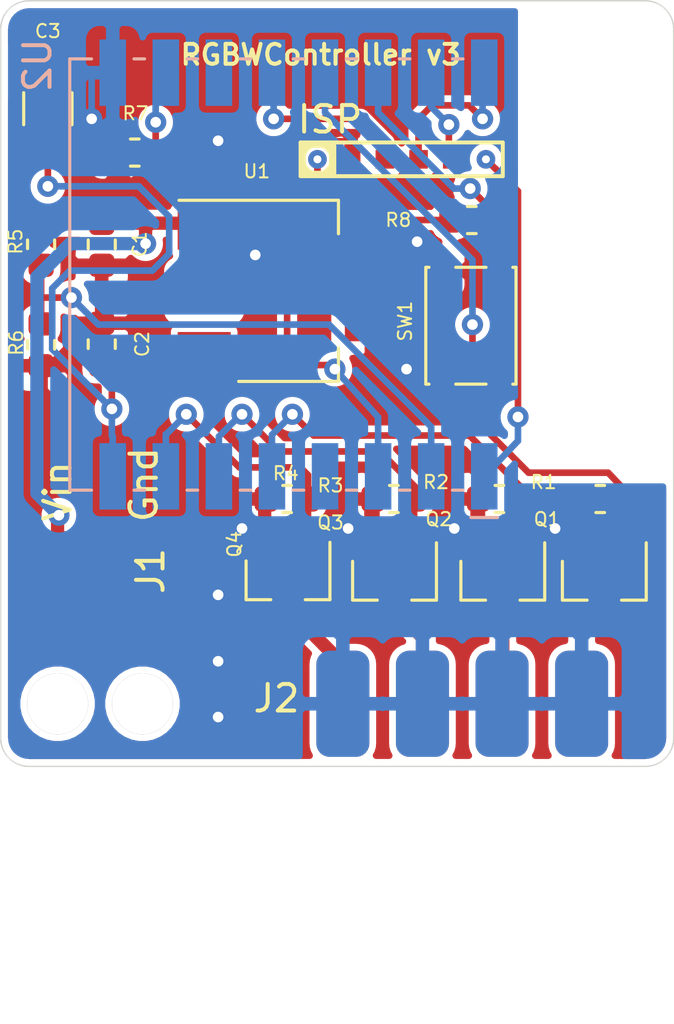
<source format=kicad_pcb>
(kicad_pcb (version 20171130) (host pcbnew "(5.1.5)-3")

  (general
    (thickness 1.6)
    (drawings 9)
    (tracks 226)
    (zones 0)
    (modules 21)
    (nets 21)
  )

  (page A4)
  (title_block
    (title "ESP8266 RGBA Receiver")
    (company pfuuser.ch)
  )

  (layers
    (0 F.Cu signal)
    (31 B.Cu signal hide)
    (32 B.Adhes user hide)
    (33 F.Adhes user hide)
    (34 B.Paste user hide)
    (35 F.Paste user hide)
    (36 B.SilkS user)
    (37 F.SilkS user)
    (38 B.Mask user hide)
    (39 F.Mask user hide)
    (40 Dwgs.User user hide)
    (41 Cmts.User user hide)
    (42 Eco1.User user hide)
    (43 Eco2.User user hide)
    (44 Edge.Cuts user)
    (45 Margin user hide)
    (46 B.CrtYd user hide)
    (47 F.CrtYd user hide)
    (48 B.Fab user)
    (49 F.Fab user hide)
  )

  (setup
    (last_trace_width 0.25)
    (user_trace_width 0.25)
    (user_trace_width 0.5)
    (user_trace_width 1)
    (trace_clearance 0.2)
    (zone_clearance 0.254)
    (zone_45_only no)
    (trace_min 0.2)
    (via_size 0.8)
    (via_drill 0.4)
    (via_min_size 0.4)
    (via_min_drill 0.3)
    (uvia_size 0.3)
    (uvia_drill 0.1)
    (uvias_allowed no)
    (uvia_min_size 0.2)
    (uvia_min_drill 0.1)
    (edge_width 0.05)
    (segment_width 0.2)
    (pcb_text_width 0.3)
    (pcb_text_size 1.5 1.5)
    (mod_edge_width 0.12)
    (mod_text_size 1 1)
    (mod_text_width 0.15)
    (pad_size 1.27 1.27)
    (pad_drill 1.27)
    (pad_to_mask_clearance 0.051)
    (solder_mask_min_width 0.25)
    (aux_axis_origin 0 0)
    (visible_elements 7FFFFF3F)
    (pcbplotparams
      (layerselection 0x010fc_ffffffff)
      (usegerberextensions false)
      (usegerberattributes false)
      (usegerberadvancedattributes false)
      (creategerberjobfile false)
      (excludeedgelayer true)
      (linewidth 0.100000)
      (plotframeref false)
      (viasonmask false)
      (mode 1)
      (useauxorigin false)
      (hpglpennumber 1)
      (hpglpenspeed 20)
      (hpglpendiameter 15.000000)
      (psnegative false)
      (psa4output false)
      (plotreference true)
      (plotvalue true)
      (plotinvisibletext false)
      (padsonsilk false)
      (subtractmaskfromsilk false)
      (outputformat 1)
      (mirror false)
      (drillshape 0)
      (scaleselection 1)
      (outputdirectory "output/"))
  )

  (net 0 "")
  (net 1 GND)
  (net 2 VBUS)
  (net 3 +3V3)
  (net 4 /GPIO0)
  (net 5 /TXD)
  (net 6 /RXD)
  (net 7 /nRST)
  (net 8 /LED_R)
  (net 9 /GPIO4)
  (net 10 /LED_G)
  (net 11 /GPIO5)
  (net 12 /LED_B)
  (net 13 /GPIO12)
  (net 14 /LED_A)
  (net 15 /GPIO13)
  (net 16 "Net-(R5-Pad1)")
  (net 17 /GPIO15)
  (net 18 /GPIO16)
  (net 19 /GPIO14)
  (net 20 /IntLed)

  (net_class Default "This is the default net class."
    (clearance 0.2)
    (trace_width 0.25)
    (via_dia 0.8)
    (via_drill 0.4)
    (uvia_dia 0.3)
    (uvia_drill 0.1)
    (add_net +3V3)
    (add_net /GPIO0)
    (add_net /GPIO12)
    (add_net /GPIO13)
    (add_net /GPIO14)
    (add_net /GPIO15)
    (add_net /GPIO16)
    (add_net /GPIO4)
    (add_net /GPIO5)
    (add_net /IntLed)
    (add_net /LED_A)
    (add_net /LED_B)
    (add_net /LED_G)
    (add_net /LED_R)
    (add_net /RXD)
    (add_net /TXD)
    (add_net /nRST)
    (add_net GND)
    (add_net "Net-(R5-Pad1)")
    (add_net VBUS)
  )

  (module footprint:MolexMicroFit3.0_2x8_StradleMount (layer F.Cu) (tedit 5FAC8C71) (tstamp 5FACF5DC)
    (at 91 78.5)
    (path /5FAF6DFB)
    (fp_text reference J2 (at -2.5 -2.7) (layer F.SilkS)
      (effects (font (size 1 1) (thickness 0.15)))
    )
    (fp_text value Conn_02x04_Counter_Clockwise (at 18.5 2.5) (layer F.Fab)
      (effects (font (size 1 1) (thickness 0.15)))
    )
    (fp_line (start 10 9.5) (end 12.3 5.9) (layer F.Fab) (width 0.12))
    (fp_line (start -3.3 5.9) (end -1 9.5) (layer F.Fab) (width 0.12))
    (fp_line (start 12.3 5.9) (end 12.3 0) (layer F.Fab) (width 0.12))
    (fp_line (start 10 9.5) (end -1 9.5) (layer F.Fab) (width 0.12))
    (fp_line (start -3.3 5.9) (end -3.3 0) (layer F.Fab) (width 0.12))
    (fp_line (start 12.3 0) (end -3.3 0) (layer F.Fab) (width 0.12))
    (pad 1 connect roundrect (at 9 -2.5) (size 2 4) (layers B.Cu B.Mask) (roundrect_rratio 0.25)
      (net 1 GND))
    (pad 4 connect roundrect (at 0 -2.5) (size 2 4) (layers B.Cu B.Mask) (roundrect_rratio 0.25)
      (net 1 GND))
    (pad 2 connect roundrect (at 6 -2.5) (size 2 4) (layers B.Cu B.Mask) (roundrect_rratio 0.25)
      (net 1 GND))
    (pad 3 connect roundrect (at 3 -2.5) (size 2 4) (layers B.Cu B.Mask) (roundrect_rratio 0.25)
      (net 1 GND))
    (pad 5 connect roundrect (at 9 -2.5) (size 2 4) (layers F.Cu F.Mask) (roundrect_rratio 0.25)
      (net 8 /LED_R))
    (pad 6 connect roundrect (at 6 -2.5) (size 2 4) (layers F.Cu F.Mask) (roundrect_rratio 0.25)
      (net 10 /LED_G))
    (pad 7 connect roundrect (at 3 -2.5) (size 2 4) (layers F.Cu F.Mask) (roundrect_rratio 0.25)
      (net 12 /LED_B))
    (pad 8 connect roundrect (at 0 -2.5) (size 2 4) (layers F.Cu F.Mask) (roundrect_rratio 0.25)
      (net 14 /LED_A))
  )

  (module footprint:2Wire_Solder_large (layer F.Cu) (tedit 5FAC8AEB) (tstamp 5FACEF37)
    (at 80.25 71.5 270)
    (path /5FAED97A)
    (fp_text reference J1 (at -0.5 -3.5 90) (layer F.SilkS)
      (effects (font (size 1 1) (thickness 0.15)))
    )
    (fp_text value Vin_Solderpad (at 0 -5.4 90) (layer F.Fab)
      (effects (font (size 1 1) (thickness 0.15)))
    )
    (fp_text user Gnd (at -3.75 -3.25 90) (layer F.SilkS)
      (effects (font (size 1 1) (thickness 0.15)))
    )
    (fp_text user Vin (at -3.5 0 90) (layer F.SilkS)
      (effects (font (size 1 1) (thickness 0.15)))
    )
    (pad "" thru_hole circle (at 4.5 -3.2) (size 2.3 2.3) (drill 2.3) (layers *.Cu *.Mask))
    (pad "" thru_hole circle (at 4.5 0) (size 2.3 2.3) (drill 2.3) (layers *.Cu *.Mask))
    (pad 2 smd roundrect (at 0 0) (size 2 4) (layers F.Cu F.Paste F.Mask) (roundrect_rratio 0.25)
      (net 2 VBUS))
    (pad 1 smd roundrect (at 0 -3.2) (size 2 4) (layers F.Cu F.Paste F.Mask) (roundrect_rratio 0.25)
      (net 1 GND))
  )

  (module Capacitor_SMD:C_0603_1608Metric (layer F.Cu) (tedit 5B301BBE) (tstamp 5E6A1CF9)
    (at 81.915 58.6995 270)
    (descr "Capacitor SMD 0603 (1608 Metric), square (rectangular) end terminal, IPC_7351 nominal, (Body size source: http://www.tortai-tech.com/upload/download/2011102023233369053.pdf), generated with kicad-footprint-generator")
    (tags capacitor)
    (path /5E686898)
    (attr smd)
    (fp_text reference C1 (at 0 -1.43 90) (layer F.SilkS)
      (effects (font (size 0.5 0.5) (thickness 0.075)))
    )
    (fp_text value "1u 25V" (at 0 1.43 90) (layer F.Fab)
      (effects (font (size 1 1) (thickness 0.15)))
    )
    (fp_text user %R (at 0 0 90) (layer F.Fab)
      (effects (font (size 0.4 0.4) (thickness 0.06)))
    )
    (fp_line (start 1.48 0.73) (end -1.48 0.73) (layer F.CrtYd) (width 0.05))
    (fp_line (start 1.48 -0.73) (end 1.48 0.73) (layer F.CrtYd) (width 0.05))
    (fp_line (start -1.48 -0.73) (end 1.48 -0.73) (layer F.CrtYd) (width 0.05))
    (fp_line (start -1.48 0.73) (end -1.48 -0.73) (layer F.CrtYd) (width 0.05))
    (fp_line (start -0.162779 0.51) (end 0.162779 0.51) (layer F.SilkS) (width 0.12))
    (fp_line (start -0.162779 -0.51) (end 0.162779 -0.51) (layer F.SilkS) (width 0.12))
    (fp_line (start 0.8 0.4) (end -0.8 0.4) (layer F.Fab) (width 0.1))
    (fp_line (start 0.8 -0.4) (end 0.8 0.4) (layer F.Fab) (width 0.1))
    (fp_line (start -0.8 -0.4) (end 0.8 -0.4) (layer F.Fab) (width 0.1))
    (fp_line (start -0.8 0.4) (end -0.8 -0.4) (layer F.Fab) (width 0.1))
    (pad 2 smd roundrect (at 0.7875 0 270) (size 0.875 0.95) (layers F.Cu F.Paste F.Mask) (roundrect_rratio 0.25)
      (net 1 GND))
    (pad 1 smd roundrect (at -0.7875 0 270) (size 0.875 0.95) (layers F.Cu F.Paste F.Mask) (roundrect_rratio 0.25)
      (net 2 VBUS))
    (model ${KISYS3DMOD}/Capacitor_SMD.3dshapes/C_0603_1608Metric.wrl
      (at (xyz 0 0 0))
      (scale (xyz 1 1 1))
      (rotate (xyz 0 0 0))
    )
  )

  (module RF_Module:ESP-07 (layer B.Cu) (tedit 5B1D6972) (tstamp 5E68BEE2)
    (at 91.429 59.837 90)
    (descr "Wi-Fi Module, http://wiki.ai-thinker.com/_media/esp8266/docs/a007ps01a2_esp-07_product_specification_v1.2.pdf")
    (tags "Wi-Fi Module")
    (path /5E680787)
    (attr smd)
    (fp_text reference U2 (at 7.874 -11.938 90) (layer B.SilkS)
      (effects (font (size 1 1) (thickness 0.15)) (justify mirror))
    )
    (fp_text value ESP-07 (at 0 -9.6 90) (layer B.Fab)
      (effects (font (size 1 1) (thickness 0.15)) (justify mirror))
    )
    (fp_text user "No metal, traces, or components\non any PCB layer if using on-board antenna" (at 0 14.3 270) (layer Cmts.User)
      (effects (font (size 0.8 0.8) (thickness 0.12)))
    )
    (fp_text user "KEEP-OUT ZONE" (at 0 17.3 270) (layer Cmts.User)
      (effects (font (size 1 1) (thickness 0.15)))
    )
    (fp_text user %R (at 0 0 90) (layer B.Fab)
      (effects (font (size 1 1) (thickness 0.15)) (justify mirror))
    )
    (fp_line (start -8 10.6) (end 8 10.6) (layer B.Fab) (width 0.1))
    (fp_line (start 8 10.6) (end 8 -10.6) (layer B.Fab) (width 0.1))
    (fp_line (start 8 -10.6) (end -8 -10.6) (layer B.Fab) (width 0.1))
    (fp_line (start -8 -10.6) (end -8 4.4) (layer B.Fab) (width 0.1))
    (fp_line (start -8 4.4) (end -7.5 4.9) (layer B.Fab) (width 0.1))
    (fp_line (start -7.5 4.9) (end -8 5.4) (layer B.Fab) (width 0.1))
    (fp_line (start -8 5.4) (end -8 10.6) (layer B.Fab) (width 0.1))
    (fp_line (start -9.1 10.85) (end 9.1 10.85) (layer B.CrtYd) (width 0.05))
    (fp_line (start 9.1 10.85) (end 9.1 -10.85) (layer B.CrtYd) (width 0.05))
    (fp_line (start 9.1 -10.85) (end -9.1 -10.85) (layer B.CrtYd) (width 0.05))
    (fp_line (start -9.1 -10.85) (end -9.1 10.85) (layer B.CrtYd) (width 0.05))
    (fp_line (start 8.12 -9.9) (end 8.12 -10.72) (layer B.SilkS) (width 0.12))
    (fp_line (start 8.12 -10.72) (end -8.12 -10.72) (layer B.SilkS) (width 0.12))
    (fp_line (start -8.12 -10.72) (end -8.12 -9.9) (layer B.SilkS) (width 0.12))
    (fp_line (start -9.15 5.4) (end -9.15 4.4) (layer B.SilkS) (width 0.12))
    (fp_line (start -23 25.6) (end 23 25.6) (layer Dwgs.User) (width 0.12))
    (fp_line (start -23 25.6) (end -23 6) (layer Dwgs.User) (width 0.12))
    (fp_line (start 23 6) (end -23 6) (layer Dwgs.User) (width 0.12))
    (fp_line (start 23 6) (end 23 25.6) (layer Dwgs.User) (width 0.12))
    (fp_line (start -20 25.6) (end -23 22.6) (layer Dwgs.User) (width 0.12))
    (fp_line (start -17 25.6) (end -23 19.6) (layer Dwgs.User) (width 0.12))
    (fp_line (start -14 25.6) (end -23 16.6) (layer Dwgs.User) (width 0.12))
    (fp_line (start -11 25.6) (end -23 13.6) (layer Dwgs.User) (width 0.12))
    (fp_line (start -8 25.6) (end -23 10.6) (layer Dwgs.User) (width 0.12))
    (fp_line (start -5 25.6) (end -23 7.6) (layer Dwgs.User) (width 0.12))
    (fp_line (start -2 25.6) (end -21.6 6) (layer Dwgs.User) (width 0.12))
    (fp_line (start 1 25.6) (end -18.6 6) (layer Dwgs.User) (width 0.12))
    (fp_line (start -15.6 6) (end 4 25.6) (layer Dwgs.User) (width 0.12))
    (fp_line (start -6.6 6) (end 13 25.6) (layer Dwgs.User) (width 0.12))
    (fp_line (start 10 25.6) (end -9.6 6) (layer Dwgs.User) (width 0.12))
    (fp_line (start 7 25.6) (end -12.6 6) (layer Dwgs.User) (width 0.12))
    (fp_line (start 2.4 6) (end 22 25.6) (layer Dwgs.User) (width 0.12))
    (fp_line (start 16 25.6) (end -3.6 6) (layer Dwgs.User) (width 0.12))
    (fp_line (start 19 25.6) (end -0.6 6) (layer Dwgs.User) (width 0.12))
    (fp_line (start 5.4 6) (end 23 23.6) (layer Dwgs.User) (width 0.12))
    (fp_line (start 23 20.6) (end 8.4 6) (layer Dwgs.User) (width 0.12))
    (fp_line (start 23 17.6) (end 11.4 6) (layer Dwgs.User) (width 0.12))
    (fp_line (start 23 14.6) (end 14.4 6) (layer Dwgs.User) (width 0.12))
    (fp_line (start 23 11.6) (end 17.4 6) (layer Dwgs.User) (width 0.12))
    (fp_line (start 23 8.6) (end 20.4 6) (layer Dwgs.User) (width 0.12))
    (fp_line (start -8.12 -8.3) (end -8.12 -7.9) (layer B.SilkS) (width 0.12))
    (fp_line (start 8.12 -8.3) (end 8.12 -7.9) (layer B.SilkS) (width 0.12))
    (fp_line (start -8.12 -6.3) (end -8.12 -5.9) (layer B.SilkS) (width 0.12))
    (fp_line (start 8.12 -6.3) (end 8.12 -5.9) (layer B.SilkS) (width 0.12))
    (fp_line (start -8.12 -4.3) (end -8.12 -3.9) (layer B.SilkS) (width 0.12))
    (fp_line (start 8.12 -4.3) (end 8.12 -3.9) (layer B.SilkS) (width 0.12))
    (fp_line (start -8.12 -2.3) (end -8.12 -1.9) (layer B.SilkS) (width 0.12))
    (fp_line (start 8.12 -2.3) (end 8.12 -1.9) (layer B.SilkS) (width 0.12))
    (fp_line (start -8.12 -0.3) (end -8.12 0.1) (layer B.SilkS) (width 0.12))
    (fp_line (start 8.12 -0.3) (end 8.12 0.1) (layer B.SilkS) (width 0.12))
    (fp_line (start -8.12 1.7) (end -8.12 2.1) (layer B.SilkS) (width 0.12))
    (fp_line (start 8.12 1.7) (end 8.12 2.1) (layer B.SilkS) (width 0.12))
    (fp_line (start -8.12 3.7) (end -8.12 4.1) (layer B.SilkS) (width 0.12))
    (fp_line (start 8.12 3.7) (end 8.12 4.1) (layer B.SilkS) (width 0.12))
    (pad 1 smd rect (at -7.6 4.9 90) (size 2.5 1) (layers B.Cu B.Paste B.Mask)
      (net 7 /nRST))
    (pad 2 smd rect (at -7.6 2.9 90) (size 2.5 1) (layers B.Cu B.Paste B.Mask)
      (net 16 "Net-(R5-Pad1)"))
    (pad 3 smd rect (at -7.6 0.9 90) (size 2.5 1) (layers B.Cu B.Paste B.Mask)
      (net 3 +3V3))
    (pad 4 smd rect (at -7.6 -1.1 90) (size 2.5 1) (layers B.Cu B.Paste B.Mask)
      (net 18 /GPIO16))
    (pad 5 smd rect (at -7.6 -3.1 90) (size 2.5 1) (layers B.Cu B.Paste B.Mask)
      (net 19 /GPIO14))
    (pad 6 smd rect (at -7.6 -5.1 90) (size 2.5 1) (layers B.Cu B.Paste B.Mask)
      (net 13 /GPIO12))
    (pad 7 smd rect (at -7.6 -7.1 90) (size 2.5 1) (layers B.Cu B.Paste B.Mask)
      (net 15 /GPIO13))
    (pad 8 smd rect (at -7.6 -9.1 90) (size 2.5 1) (layers B.Cu B.Paste B.Mask)
      (net 3 +3V3))
    (pad 9 smd rect (at 7.6 -9.1 90) (size 2.5 1) (layers B.Cu B.Paste B.Mask)
      (net 1 GND))
    (pad 10 smd rect (at 7.6 -7.1 90) (size 2.5 1) (layers B.Cu B.Paste B.Mask)
      (net 17 /GPIO15))
    (pad 11 smd rect (at 7.6 -5.1 90) (size 2.5 1) (layers B.Cu B.Paste B.Mask)
      (net 20 /IntLed))
    (pad 12 smd rect (at 7.6 -3.1 90) (size 2.5 1) (layers B.Cu B.Paste B.Mask)
      (net 4 /GPIO0))
    (pad 13 smd rect (at 7.6 -1.1 90) (size 2.5 1) (layers B.Cu B.Paste B.Mask)
      (net 9 /GPIO4))
    (pad 14 smd rect (at 7.6 0.9 90) (size 2.5 1) (layers B.Cu B.Paste B.Mask)
      (net 11 /GPIO5))
    (pad 15 smd rect (at 7.6 2.9 90) (size 2.5 1) (layers B.Cu B.Paste B.Mask)
      (net 6 /RXD))
    (pad 16 smd rect (at 7.6 4.9 90) (size 2.5 1) (layers B.Cu B.Paste B.Mask)
      (net 5 /TXD))
    (model ${KISYS3DMOD}/RF_Module.3dshapes/ESP-07.wrl
      (at (xyz 0 0 0))
      (scale (xyz 1 1 1))
      (rotate (xyz 0 0 0))
    )
  )

  (module Package_TO_SOT_SMD:SOT-223-3_TabPin2 (layer F.Cu) (tedit 5A02FF57) (tstamp 5E6A1A49)
    (at 88.925 60.452)
    (descr "module CMS SOT223 4 pins")
    (tags "CMS SOT")
    (path /5E685026)
    (attr smd)
    (fp_text reference U1 (at -1.168 -4.5) (layer F.SilkS)
      (effects (font (size 0.5 0.5) (thickness 0.075)))
    )
    (fp_text value MCP1702-3302_SOT223 (at 0 4.5) (layer F.Fab) hide
      (effects (font (size 1 1) (thickness 0.15)))
    )
    (fp_line (start 1.85 -3.35) (end 1.85 3.35) (layer F.Fab) (width 0.1))
    (fp_line (start -1.85 3.35) (end 1.85 3.35) (layer F.Fab) (width 0.1))
    (fp_line (start -4.1 -3.41) (end 1.91 -3.41) (layer F.SilkS) (width 0.12))
    (fp_line (start -0.85 -3.35) (end 1.85 -3.35) (layer F.Fab) (width 0.1))
    (fp_line (start -1.85 3.41) (end 1.91 3.41) (layer F.SilkS) (width 0.12))
    (fp_line (start -1.85 -2.35) (end -1.85 3.35) (layer F.Fab) (width 0.1))
    (fp_line (start -1.85 -2.35) (end -0.85 -3.35) (layer F.Fab) (width 0.1))
    (fp_line (start -4.4 -3.6) (end -4.4 3.6) (layer F.CrtYd) (width 0.05))
    (fp_line (start -4.4 3.6) (end 4.4 3.6) (layer F.CrtYd) (width 0.05))
    (fp_line (start 4.4 3.6) (end 4.4 -3.6) (layer F.CrtYd) (width 0.05))
    (fp_line (start 4.4 -3.6) (end -4.4 -3.6) (layer F.CrtYd) (width 0.05))
    (fp_line (start 1.91 -3.41) (end 1.91 -2.15) (layer F.SilkS) (width 0.12))
    (fp_line (start 1.91 3.41) (end 1.91 2.15) (layer F.SilkS) (width 0.12))
    (fp_text user %R (at 0 0 90) (layer F.Fab)
      (effects (font (size 0.8 0.8) (thickness 0.12)))
    )
    (pad 1 smd rect (at -3.15 -2.3) (size 2 1.5) (layers F.Cu F.Paste F.Mask)
      (net 2 VBUS))
    (pad 3 smd rect (at -3.15 2.3) (size 2 1.5) (layers F.Cu F.Paste F.Mask)
      (net 3 +3V3))
    (pad 2 smd rect (at -3.15 0) (size 2 1.5) (layers F.Cu F.Paste F.Mask)
      (net 1 GND))
    (pad 2 smd rect (at 3.15 0) (size 2 3.8) (layers F.Cu F.Paste F.Mask)
      (net 1 GND))
    (model ${KISYS3DMOD}/Package_TO_SOT_SMD.3dshapes/SOT-223.wrl
      (at (xyz 0 0 0))
      (scale (xyz 1 1 1))
      (rotate (xyz 0 0 0))
    )
  )

  (module Button_Switch_SMD:SW_SPST_PTS810 (layer F.Cu) (tedit 5B0610A8) (tstamp 5E6A19CC)
    (at 95.826 61.765 270)
    (descr "C&K Components, PTS 810 Series, Microminiature SMT Top Actuated, http://www.ckswitches.com/media/1476/pts810.pdf")
    (tags "SPST Button Switch")
    (path /5E6E3CE6)
    (attr smd)
    (fp_text reference SW1 (at -0.17 2.481 90) (layer F.SilkS)
      (effects (font (size 0.5 0.5) (thickness 0.075)))
    )
    (fp_text value SW_Push (at 0 2.6 90) (layer F.Fab)
      (effects (font (size 1 1) (thickness 0.15)))
    )
    (fp_arc (start 0.4 0) (end 0.4 -1.1) (angle 180) (layer F.Fab) (width 0.1))
    (fp_line (start 2.1 1.6) (end 2.1 -1.6) (layer F.Fab) (width 0.1))
    (fp_line (start 2.1 -1.6) (end -2.1 -1.6) (layer F.Fab) (width 0.1))
    (fp_line (start -2.1 -1.6) (end -2.1 1.6) (layer F.Fab) (width 0.1))
    (fp_line (start -2.1 1.6) (end 2.1 1.6) (layer F.Fab) (width 0.1))
    (fp_arc (start -0.4 0) (end -0.4 1.1) (angle 180) (layer F.Fab) (width 0.1))
    (fp_line (start -0.4 -1.1) (end 0.4 -1.1) (layer F.Fab) (width 0.1))
    (fp_line (start 0.4 1.1) (end -0.4 1.1) (layer F.Fab) (width 0.1))
    (fp_line (start 2.2 -1.7) (end -2.2 -1.7) (layer F.SilkS) (width 0.12))
    (fp_line (start -2.2 -1.7) (end -2.2 -1.58) (layer F.SilkS) (width 0.12))
    (fp_line (start -2.2 -0.57) (end -2.2 0.57) (layer F.SilkS) (width 0.12))
    (fp_line (start -2.2 1.58) (end -2.2 1.7) (layer F.SilkS) (width 0.12))
    (fp_line (start -2.2 1.7) (end 2.2 1.7) (layer F.SilkS) (width 0.12))
    (fp_line (start 2.2 1.7) (end 2.2 1.58) (layer F.SilkS) (width 0.12))
    (fp_line (start 2.2 0.57) (end 2.2 -0.57) (layer F.SilkS) (width 0.12))
    (fp_line (start 2.2 -1.58) (end 2.2 -1.7) (layer F.SilkS) (width 0.12))
    (fp_text user %R (at 0 0 90) (layer F.Fab)
      (effects (font (size 0.6 0.6) (thickness 0.09)))
    )
    (fp_line (start 2.85 -1.85) (end 2.85 1.85) (layer F.CrtYd) (width 0.05))
    (fp_line (start 2.85 1.85) (end -2.85 1.85) (layer F.CrtYd) (width 0.05))
    (fp_line (start -2.85 1.85) (end -2.85 -1.85) (layer F.CrtYd) (width 0.05))
    (fp_line (start -2.85 -1.85) (end 2.85 -1.85) (layer F.CrtYd) (width 0.05))
    (pad 2 smd rect (at 2.075 1.075 270) (size 1.05 0.65) (layers F.Cu F.Paste F.Mask)
      (net 1 GND))
    (pad 2 smd rect (at -2.075 1.075 270) (size 1.05 0.65) (layers F.Cu F.Paste F.Mask)
      (net 1 GND))
    (pad 1 smd rect (at 2.075 -1.075 270) (size 1.05 0.65) (layers F.Cu F.Paste F.Mask)
      (net 11 /GPIO5))
    (pad 1 smd rect (at -2.075 -1.075 270) (size 1.05 0.65) (layers F.Cu F.Paste F.Mask)
      (net 11 /GPIO5))
    (model ${KISYS3DMOD}/Button_Switch_SMD.3dshapes/SW_SPST_PTS810.wrl
      (at (xyz 0 0 0))
      (scale (xyz 1 1 1))
      (rotate (xyz 0 0 0))
    )
  )

  (module Resistor_SMD:R_0603_1608Metric (layer F.Cu) (tedit 5B301BBD) (tstamp 5E6A1990)
    (at 95.8595 57.785 180)
    (descr "Resistor SMD 0603 (1608 Metric), square (rectangular) end terminal, IPC_7351 nominal, (Body size source: http://www.tortai-tech.com/upload/download/2011102023233369053.pdf), generated with kicad-footprint-generator")
    (tags resistor)
    (path /5E6E7BFF)
    (attr smd)
    (fp_text reference R8 (at 2.7685 0) (layer F.SilkS)
      (effects (font (size 0.5 0.5) (thickness 0.075)))
    )
    (fp_text value 10k (at 0 1.43) (layer F.Fab) hide
      (effects (font (size 1 1) (thickness 0.15)))
    )
    (fp_text user %R (at 0 0) (layer F.Fab)
      (effects (font (size 0.4 0.4) (thickness 0.06)))
    )
    (fp_line (start 1.48 0.73) (end -1.48 0.73) (layer F.CrtYd) (width 0.05))
    (fp_line (start 1.48 -0.73) (end 1.48 0.73) (layer F.CrtYd) (width 0.05))
    (fp_line (start -1.48 -0.73) (end 1.48 -0.73) (layer F.CrtYd) (width 0.05))
    (fp_line (start -1.48 0.73) (end -1.48 -0.73) (layer F.CrtYd) (width 0.05))
    (fp_line (start -0.162779 0.51) (end 0.162779 0.51) (layer F.SilkS) (width 0.12))
    (fp_line (start -0.162779 -0.51) (end 0.162779 -0.51) (layer F.SilkS) (width 0.12))
    (fp_line (start 0.8 0.4) (end -0.8 0.4) (layer F.Fab) (width 0.1))
    (fp_line (start 0.8 -0.4) (end 0.8 0.4) (layer F.Fab) (width 0.1))
    (fp_line (start -0.8 -0.4) (end 0.8 -0.4) (layer F.Fab) (width 0.1))
    (fp_line (start -0.8 0.4) (end -0.8 -0.4) (layer F.Fab) (width 0.1))
    (pad 2 smd roundrect (at 0.7875 0 180) (size 0.875 0.95) (layers F.Cu F.Paste F.Mask) (roundrect_rratio 0.25)
      (net 3 +3V3))
    (pad 1 smd roundrect (at -0.7875 0 180) (size 0.875 0.95) (layers F.Cu F.Paste F.Mask) (roundrect_rratio 0.25)
      (net 11 /GPIO5))
    (model ${KISYS3DMOD}/Resistor_SMD.3dshapes/R_0603_1608Metric.wrl
      (at (xyz 0 0 0))
      (scale (xyz 1 1 1))
      (rotate (xyz 0 0 0))
    )
  )

  (module Resistor_SMD:R_0603_1608Metric (layer F.Cu) (tedit 5B301BBD) (tstamp 5E6A1960)
    (at 83.1595 55.245)
    (descr "Resistor SMD 0603 (1608 Metric), square (rectangular) end terminal, IPC_7351 nominal, (Body size source: http://www.tortai-tech.com/upload/download/2011102023233369053.pdf), generated with kicad-footprint-generator")
    (tags resistor)
    (path /5E68F2D6)
    (attr smd)
    (fp_text reference R7 (at 0.0255 -1.473) (layer F.SilkS)
      (effects (font (size 0.5 0.5) (thickness 0.075)))
    )
    (fp_text value 10k (at 0 1.43) (layer F.Fab) hide
      (effects (font (size 1 1) (thickness 0.15)))
    )
    (fp_text user %R (at 0.4825 0) (layer F.Fab)
      (effects (font (size 0.4 0.4) (thickness 0.06)))
    )
    (fp_line (start 1.48 0.73) (end -1.48 0.73) (layer F.CrtYd) (width 0.05))
    (fp_line (start 1.48 -0.73) (end 1.48 0.73) (layer F.CrtYd) (width 0.05))
    (fp_line (start -1.48 -0.73) (end 1.48 -0.73) (layer F.CrtYd) (width 0.05))
    (fp_line (start -1.48 0.73) (end -1.48 -0.73) (layer F.CrtYd) (width 0.05))
    (fp_line (start -0.162779 0.51) (end 0.162779 0.51) (layer F.SilkS) (width 0.12))
    (fp_line (start -0.162779 -0.51) (end 0.162779 -0.51) (layer F.SilkS) (width 0.12))
    (fp_line (start 0.8 0.4) (end -0.8 0.4) (layer F.Fab) (width 0.1))
    (fp_line (start 0.8 -0.4) (end 0.8 0.4) (layer F.Fab) (width 0.1))
    (fp_line (start -0.8 -0.4) (end 0.8 -0.4) (layer F.Fab) (width 0.1))
    (fp_line (start -0.8 0.4) (end -0.8 -0.4) (layer F.Fab) (width 0.1))
    (pad 2 smd roundrect (at 0.7875 0) (size 0.875 0.95) (layers F.Cu F.Paste F.Mask) (roundrect_rratio 0.25)
      (net 17 /GPIO15))
    (pad 1 smd roundrect (at -0.7875 0) (size 0.875 0.95) (layers F.Cu F.Paste F.Mask) (roundrect_rratio 0.25)
      (net 1 GND))
    (model ${KISYS3DMOD}/Resistor_SMD.3dshapes/R_0603_1608Metric.wrl
      (at (xyz 0 0 0))
      (scale (xyz 1 1 1))
      (rotate (xyz 0 0 0))
    )
  )

  (module Resistor_SMD:R_0603_1608Metric (layer F.Cu) (tedit 5B301BBD) (tstamp 5E6A1AB3)
    (at 79.629 62.484 90)
    (descr "Resistor SMD 0603 (1608 Metric), square (rectangular) end terminal, IPC_7351 nominal, (Body size source: http://www.tortai-tech.com/upload/download/2011102023233369053.pdf), generated with kicad-footprint-generator")
    (tags resistor)
    (path /5E6BE2F1)
    (attr smd)
    (fp_text reference R6 (at 0.0762 -0.9398 90) (layer F.SilkS)
      (effects (font (size 0.5 0.5) (thickness 0.075)))
    )
    (fp_text value 560R (at 0 1.43 90) (layer F.Fab) hide
      (effects (font (size 1 1) (thickness 0.15)))
    )
    (fp_text user %R (at 0 0 90) (layer F.Fab)
      (effects (font (size 0.4 0.4) (thickness 0.06)))
    )
    (fp_line (start 1.48 0.73) (end -1.48 0.73) (layer F.CrtYd) (width 0.05))
    (fp_line (start 1.48 -0.73) (end 1.48 0.73) (layer F.CrtYd) (width 0.05))
    (fp_line (start -1.48 -0.73) (end 1.48 -0.73) (layer F.CrtYd) (width 0.05))
    (fp_line (start -1.48 0.73) (end -1.48 -0.73) (layer F.CrtYd) (width 0.05))
    (fp_line (start -0.162779 0.51) (end 0.162779 0.51) (layer F.SilkS) (width 0.12))
    (fp_line (start -0.162779 -0.51) (end 0.162779 -0.51) (layer F.SilkS) (width 0.12))
    (fp_line (start 0.8 0.4) (end -0.8 0.4) (layer F.Fab) (width 0.1))
    (fp_line (start 0.8 -0.4) (end 0.8 0.4) (layer F.Fab) (width 0.1))
    (fp_line (start -0.8 -0.4) (end 0.8 -0.4) (layer F.Fab) (width 0.1))
    (fp_line (start -0.8 0.4) (end -0.8 -0.4) (layer F.Fab) (width 0.1))
    (pad 2 smd roundrect (at 0.7875 0 90) (size 0.875 0.95) (layers F.Cu F.Paste F.Mask) (roundrect_rratio 0.25)
      (net 16 "Net-(R5-Pad1)"))
    (pad 1 smd roundrect (at -0.7875 0 90) (size 0.875 0.95) (layers F.Cu F.Paste F.Mask) (roundrect_rratio 0.25)
      (net 1 GND))
    (model ${KISYS3DMOD}/Resistor_SMD.3dshapes/R_0603_1608Metric.wrl
      (at (xyz 0 0 0))
      (scale (xyz 1 1 1))
      (rotate (xyz 0 0 0))
    )
  )

  (module Resistor_SMD:R_0603_1608Metric (layer F.Cu) (tedit 5B301BBD) (tstamp 5E6A1A14)
    (at 79.629 58.6995 90)
    (descr "Resistor SMD 0603 (1608 Metric), square (rectangular) end terminal, IPC_7351 nominal, (Body size source: http://www.tortai-tech.com/upload/download/2011102023233369053.pdf), generated with kicad-footprint-generator")
    (tags resistor)
    (path /5E6BDBBA)
    (attr smd)
    (fp_text reference R5 (at 0.1017 -0.9652 90) (layer F.SilkS)
      (effects (font (size 0.5 0.5) (thickness 0.075)))
    )
    (fp_text value 10k (at 0 1.43 90) (layer F.Fab) hide
      (effects (font (size 1 1) (thickness 0.15)))
    )
    (fp_text user %R (at 0 0 90) (layer F.Fab)
      (effects (font (size 0.4 0.4) (thickness 0.06)))
    )
    (fp_line (start 1.48 0.73) (end -1.48 0.73) (layer F.CrtYd) (width 0.05))
    (fp_line (start 1.48 -0.73) (end 1.48 0.73) (layer F.CrtYd) (width 0.05))
    (fp_line (start -1.48 -0.73) (end 1.48 -0.73) (layer F.CrtYd) (width 0.05))
    (fp_line (start -1.48 0.73) (end -1.48 -0.73) (layer F.CrtYd) (width 0.05))
    (fp_line (start -0.162779 0.51) (end 0.162779 0.51) (layer F.SilkS) (width 0.12))
    (fp_line (start -0.162779 -0.51) (end 0.162779 -0.51) (layer F.SilkS) (width 0.12))
    (fp_line (start 0.8 0.4) (end -0.8 0.4) (layer F.Fab) (width 0.1))
    (fp_line (start 0.8 -0.4) (end 0.8 0.4) (layer F.Fab) (width 0.1))
    (fp_line (start -0.8 -0.4) (end 0.8 -0.4) (layer F.Fab) (width 0.1))
    (fp_line (start -0.8 0.4) (end -0.8 -0.4) (layer F.Fab) (width 0.1))
    (pad 2 smd roundrect (at 0.7875 0 90) (size 0.875 0.95) (layers F.Cu F.Paste F.Mask) (roundrect_rratio 0.25)
      (net 2 VBUS))
    (pad 1 smd roundrect (at -0.7875 0 90) (size 0.875 0.95) (layers F.Cu F.Paste F.Mask) (roundrect_rratio 0.25)
      (net 16 "Net-(R5-Pad1)"))
    (model ${KISYS3DMOD}/Resistor_SMD.3dshapes/R_0603_1608Metric.wrl
      (at (xyz 0 0 0))
      (scale (xyz 1 1 1))
      (rotate (xyz 0 0 0))
    )
  )

  (module Resistor_SMD:R_0603_1608Metric (layer F.Cu) (tedit 5B301BBD) (tstamp 5E6A1B1F)
    (at 88.9 68.29)
    (descr "Resistor SMD 0603 (1608 Metric), square (rectangular) end terminal, IPC_7351 nominal, (Body size source: http://www.tortai-tech.com/upload/download/2011102023233369053.pdf), generated with kicad-footprint-generator")
    (tags resistor)
    (path /5E6C9047)
    (attr smd)
    (fp_text reference R4 (at -0.0507 -0.9652 180) (layer F.SilkS)
      (effects (font (size 0.5 0.5) (thickness 0.075)))
    )
    (fp_text value 10k (at 0 1.43) (layer F.Fab) hide
      (effects (font (size 1 1) (thickness 0.15)))
    )
    (fp_text user %R (at 0 0) (layer F.Fab)
      (effects (font (size 0.4 0.4) (thickness 0.06)))
    )
    (fp_line (start 1.48 0.73) (end -1.48 0.73) (layer F.CrtYd) (width 0.05))
    (fp_line (start 1.48 -0.73) (end 1.48 0.73) (layer F.CrtYd) (width 0.05))
    (fp_line (start -1.48 -0.73) (end 1.48 -0.73) (layer F.CrtYd) (width 0.05))
    (fp_line (start -1.48 0.73) (end -1.48 -0.73) (layer F.CrtYd) (width 0.05))
    (fp_line (start -0.162779 0.51) (end 0.162779 0.51) (layer F.SilkS) (width 0.12))
    (fp_line (start -0.162779 -0.51) (end 0.162779 -0.51) (layer F.SilkS) (width 0.12))
    (fp_line (start 0.8 0.4) (end -0.8 0.4) (layer F.Fab) (width 0.1))
    (fp_line (start 0.8 -0.4) (end 0.8 0.4) (layer F.Fab) (width 0.1))
    (fp_line (start -0.8 -0.4) (end 0.8 -0.4) (layer F.Fab) (width 0.1))
    (fp_line (start -0.8 0.4) (end -0.8 -0.4) (layer F.Fab) (width 0.1))
    (pad 2 smd roundrect (at 0.7875 0) (size 0.875 0.95) (layers F.Cu F.Paste F.Mask) (roundrect_rratio 0.25)
      (net 15 /GPIO13))
    (pad 1 smd roundrect (at -0.7875 0) (size 0.875 0.95) (layers F.Cu F.Paste F.Mask) (roundrect_rratio 0.25)
      (net 1 GND))
    (model ${KISYS3DMOD}/Resistor_SMD.3dshapes/R_0603_1608Metric.wrl
      (at (xyz 0 0 0))
      (scale (xyz 1 1 1))
      (rotate (xyz 0 0 0))
    )
  )

  (module Resistor_SMD:R_0603_1608Metric (layer F.Cu) (tedit 5B301BBD) (tstamp 5E6A18D0)
    (at 92.9225 68.29)
    (descr "Resistor SMD 0603 (1608 Metric), square (rectangular) end terminal, IPC_7351 nominal, (Body size source: http://www.tortai-tech.com/upload/download/2011102023233369053.pdf), generated with kicad-footprint-generator")
    (tags resistor)
    (path /5E6C614E)
    (attr smd)
    (fp_text reference R3 (at -2.3875 -0.508) (layer F.SilkS)
      (effects (font (size 0.5 0.5) (thickness 0.075)))
    )
    (fp_text value 10k (at 0 1.43) (layer F.Fab) hide
      (effects (font (size 1 1) (thickness 0.15)))
    )
    (fp_text user %R (at 0 0) (layer F.Fab)
      (effects (font (size 0.4 0.4) (thickness 0.06)))
    )
    (fp_line (start 1.48 0.73) (end -1.48 0.73) (layer F.CrtYd) (width 0.05))
    (fp_line (start 1.48 -0.73) (end 1.48 0.73) (layer F.CrtYd) (width 0.05))
    (fp_line (start -1.48 -0.73) (end 1.48 -0.73) (layer F.CrtYd) (width 0.05))
    (fp_line (start -1.48 0.73) (end -1.48 -0.73) (layer F.CrtYd) (width 0.05))
    (fp_line (start -0.162779 0.51) (end 0.162779 0.51) (layer F.SilkS) (width 0.12))
    (fp_line (start -0.162779 -0.51) (end 0.162779 -0.51) (layer F.SilkS) (width 0.12))
    (fp_line (start 0.8 0.4) (end -0.8 0.4) (layer F.Fab) (width 0.1))
    (fp_line (start 0.8 -0.4) (end 0.8 0.4) (layer F.Fab) (width 0.1))
    (fp_line (start -0.8 -0.4) (end 0.8 -0.4) (layer F.Fab) (width 0.1))
    (fp_line (start -0.8 0.4) (end -0.8 -0.4) (layer F.Fab) (width 0.1))
    (pad 2 smd roundrect (at 0.7875 0) (size 0.875 0.95) (layers F.Cu F.Paste F.Mask) (roundrect_rratio 0.25)
      (net 13 /GPIO12))
    (pad 1 smd roundrect (at -0.7875 0) (size 0.875 0.95) (layers F.Cu F.Paste F.Mask) (roundrect_rratio 0.25)
      (net 1 GND))
    (model ${KISYS3DMOD}/Resistor_SMD.3dshapes/R_0603_1608Metric.wrl
      (at (xyz 0 0 0))
      (scale (xyz 1 1 1))
      (rotate (xyz 0 0 0))
    )
  )

  (module Resistor_SMD:R_0603_1608Metric (layer F.Cu) (tedit 5B301BBD) (tstamp 5E6A1930)
    (at 96.9 68.29)
    (descr "Resistor SMD 0603 (1608 Metric), square (rectangular) end terminal, IPC_7351 nominal, (Body size source: http://www.tortai-tech.com/upload/download/2011102023233369053.pdf), generated with kicad-footprint-generator")
    (tags resistor)
    (path /5E6C332C)
    (attr smd)
    (fp_text reference R2 (at -2.3875 -0.635) (layer F.SilkS)
      (effects (font (size 0.5 0.5) (thickness 0.075)))
    )
    (fp_text value 10k (at 0 1.43) (layer F.Fab) hide
      (effects (font (size 1 1) (thickness 0.15)))
    )
    (fp_text user %R (at 0 0) (layer F.Fab)
      (effects (font (size 0.4 0.4) (thickness 0.06)))
    )
    (fp_line (start 1.48 0.73) (end -1.48 0.73) (layer F.CrtYd) (width 0.05))
    (fp_line (start 1.48 -0.73) (end 1.48 0.73) (layer F.CrtYd) (width 0.05))
    (fp_line (start -1.48 -0.73) (end 1.48 -0.73) (layer F.CrtYd) (width 0.05))
    (fp_line (start -1.48 0.73) (end -1.48 -0.73) (layer F.CrtYd) (width 0.05))
    (fp_line (start -0.162779 0.51) (end 0.162779 0.51) (layer F.SilkS) (width 0.12))
    (fp_line (start -0.162779 -0.51) (end 0.162779 -0.51) (layer F.SilkS) (width 0.12))
    (fp_line (start 0.8 0.4) (end -0.8 0.4) (layer F.Fab) (width 0.1))
    (fp_line (start 0.8 -0.4) (end 0.8 0.4) (layer F.Fab) (width 0.1))
    (fp_line (start -0.8 -0.4) (end 0.8 -0.4) (layer F.Fab) (width 0.1))
    (fp_line (start -0.8 0.4) (end -0.8 -0.4) (layer F.Fab) (width 0.1))
    (pad 2 smd roundrect (at 0.7875 0) (size 0.875 0.95) (layers F.Cu F.Paste F.Mask) (roundrect_rratio 0.25)
      (net 19 /GPIO14))
    (pad 1 smd roundrect (at -0.7875 0) (size 0.875 0.95) (layers F.Cu F.Paste F.Mask) (roundrect_rratio 0.25)
      (net 1 GND))
    (model ${KISYS3DMOD}/Resistor_SMD.3dshapes/R_0603_1608Metric.wrl
      (at (xyz 0 0 0))
      (scale (xyz 1 1 1))
      (rotate (xyz 0 0 0))
    )
  )

  (module Resistor_SMD:R_0603_1608Metric (layer F.Cu) (tedit 5B301BBD) (tstamp 5E6A1900)
    (at 100.7 68.29)
    (descr "Resistor SMD 0603 (1608 Metric), square (rectangular) end terminal, IPC_7351 nominal, (Body size source: http://www.tortai-tech.com/upload/download/2011102023233369053.pdf), generated with kicad-footprint-generator")
    (tags resistor)
    (path /5E6A391E)
    (attr smd)
    (fp_text reference R1 (at -2.1335 -0.635) (layer F.SilkS)
      (effects (font (size 0.5 0.5) (thickness 0.075)))
    )
    (fp_text value 10k (at 0 1.43) (layer F.Fab) hide
      (effects (font (size 1 1) (thickness 0.15)))
    )
    (fp_text user %R (at -0.0285 0) (layer F.Fab)
      (effects (font (size 0.4 0.4) (thickness 0.06)))
    )
    (fp_line (start 1.48 0.73) (end -1.48 0.73) (layer F.CrtYd) (width 0.05))
    (fp_line (start 1.48 -0.73) (end 1.48 0.73) (layer F.CrtYd) (width 0.05))
    (fp_line (start -1.48 -0.73) (end 1.48 -0.73) (layer F.CrtYd) (width 0.05))
    (fp_line (start -1.48 0.73) (end -1.48 -0.73) (layer F.CrtYd) (width 0.05))
    (fp_line (start -0.162779 0.51) (end 0.162779 0.51) (layer F.SilkS) (width 0.12))
    (fp_line (start -0.162779 -0.51) (end 0.162779 -0.51) (layer F.SilkS) (width 0.12))
    (fp_line (start 0.8 0.4) (end -0.8 0.4) (layer F.Fab) (width 0.1))
    (fp_line (start 0.8 -0.4) (end 0.8 0.4) (layer F.Fab) (width 0.1))
    (fp_line (start -0.8 -0.4) (end 0.8 -0.4) (layer F.Fab) (width 0.1))
    (fp_line (start -0.8 0.4) (end -0.8 -0.4) (layer F.Fab) (width 0.1))
    (pad 2 smd roundrect (at 0.7875 0) (size 0.875 0.95) (layers F.Cu F.Paste F.Mask) (roundrect_rratio 0.25)
      (net 9 /GPIO4))
    (pad 1 smd roundrect (at -0.7875 0) (size 0.875 0.95) (layers F.Cu F.Paste F.Mask) (roundrect_rratio 0.25)
      (net 1 GND))
    (model ${KISYS3DMOD}/Resistor_SMD.3dshapes/R_0603_1608Metric.wrl
      (at (xyz 0 0 0))
      (scale (xyz 1 1 1))
      (rotate (xyz 0 0 0))
    )
  )

  (module Package_TO_SOT_SMD:SOT-23 (layer F.Cu) (tedit 5A02FF57) (tstamp 5E6A33D6)
    (at 88.934 71.322 270)
    (descr "SOT-23, Standard")
    (tags SOT-23)
    (path /5E6C9041)
    (attr smd)
    (fp_text reference Q4 (at -1.3302 2.0218 270) (layer F.SilkS)
      (effects (font (size 0.5 0.5) (thickness 0.075)))
    )
    (fp_text value PMV16XNR (at 0 2.5 90) (layer F.Fab) hide
      (effects (font (size 1 1) (thickness 0.15)))
    )
    (fp_line (start 0.76 1.58) (end -0.7 1.58) (layer F.SilkS) (width 0.12))
    (fp_line (start 0.76 -1.58) (end -1.4 -1.58) (layer F.SilkS) (width 0.12))
    (fp_line (start -1.7 1.75) (end -1.7 -1.75) (layer F.CrtYd) (width 0.05))
    (fp_line (start 1.7 1.75) (end -1.7 1.75) (layer F.CrtYd) (width 0.05))
    (fp_line (start 1.7 -1.75) (end 1.7 1.75) (layer F.CrtYd) (width 0.05))
    (fp_line (start -1.7 -1.75) (end 1.7 -1.75) (layer F.CrtYd) (width 0.05))
    (fp_line (start 0.76 -1.58) (end 0.76 -0.65) (layer F.SilkS) (width 0.12))
    (fp_line (start 0.76 1.58) (end 0.76 0.65) (layer F.SilkS) (width 0.12))
    (fp_line (start -0.7 1.52) (end 0.7 1.52) (layer F.Fab) (width 0.1))
    (fp_line (start 0.7 -1.52) (end 0.7 1.52) (layer F.Fab) (width 0.1))
    (fp_line (start -0.7 -0.95) (end -0.15 -1.52) (layer F.Fab) (width 0.1))
    (fp_line (start -0.15 -1.52) (end 0.7 -1.52) (layer F.Fab) (width 0.1))
    (fp_line (start -0.7 -0.95) (end -0.7 1.5) (layer F.Fab) (width 0.1))
    (fp_text user %R (at 0 0) (layer F.Fab)
      (effects (font (size 0.5 0.5) (thickness 0.075)))
    )
    (pad 3 smd rect (at 1 0 270) (size 0.9 0.8) (layers F.Cu F.Paste F.Mask)
      (net 14 /LED_A))
    (pad 2 smd rect (at -1 0.95 270) (size 0.9 0.8) (layers F.Cu F.Paste F.Mask)
      (net 1 GND))
    (pad 1 smd rect (at -1 -0.95 270) (size 0.9 0.8) (layers F.Cu F.Paste F.Mask)
      (net 15 /GPIO13))
    (model ${KISYS3DMOD}/Package_TO_SOT_SMD.3dshapes/SOT-23.wrl
      (at (xyz 0 0 0))
      (scale (xyz 1 1 1))
      (rotate (xyz 0 0 0))
    )
  )

  (module Package_TO_SOT_SMD:SOT-23 (layer F.Cu) (tedit 5A02FF57) (tstamp 5E6A1898)
    (at 92.948 71.338 270)
    (descr "SOT-23, Standard")
    (tags SOT-23)
    (path /5E6C6148)
    (attr smd)
    (fp_text reference Q3 (at -2.159 2.413 180) (layer F.SilkS)
      (effects (font (size 0.5 0.5) (thickness 0.075)))
    )
    (fp_text value PMV16XNR (at 0 2.5 90) (layer F.Fab) hide
      (effects (font (size 1 1) (thickness 0.15)))
    )
    (fp_line (start 0.76 1.58) (end -0.7 1.58) (layer F.SilkS) (width 0.12))
    (fp_line (start 0.76 -1.58) (end -1.4 -1.58) (layer F.SilkS) (width 0.12))
    (fp_line (start -1.7 1.75) (end -1.7 -1.75) (layer F.CrtYd) (width 0.05))
    (fp_line (start 1.7 1.75) (end -1.7 1.75) (layer F.CrtYd) (width 0.05))
    (fp_line (start 1.7 -1.75) (end 1.7 1.75) (layer F.CrtYd) (width 0.05))
    (fp_line (start -1.7 -1.75) (end 1.7 -1.75) (layer F.CrtYd) (width 0.05))
    (fp_line (start 0.76 -1.58) (end 0.76 -0.65) (layer F.SilkS) (width 0.12))
    (fp_line (start 0.76 1.58) (end 0.76 0.65) (layer F.SilkS) (width 0.12))
    (fp_line (start -0.7 1.52) (end 0.7 1.52) (layer F.Fab) (width 0.1))
    (fp_line (start 0.7 -1.52) (end 0.7 1.52) (layer F.Fab) (width 0.1))
    (fp_line (start -0.7 -0.95) (end -0.15 -1.52) (layer F.Fab) (width 0.1))
    (fp_line (start -0.15 -1.52) (end 0.7 -1.52) (layer F.Fab) (width 0.1))
    (fp_line (start -0.7 -0.95) (end -0.7 1.5) (layer F.Fab) (width 0.1))
    (fp_text user %R (at 0 0) (layer F.Fab)
      (effects (font (size 0.5 0.5) (thickness 0.075)))
    )
    (pad 3 smd rect (at 1 0 270) (size 0.9 0.8) (layers F.Cu F.Paste F.Mask)
      (net 12 /LED_B))
    (pad 2 smd rect (at -1 0.95 270) (size 0.9 0.8) (layers F.Cu F.Paste F.Mask)
      (net 1 GND))
    (pad 1 smd rect (at -1 -0.95 270) (size 0.9 0.8) (layers F.Cu F.Paste F.Mask)
      (net 13 /GPIO12))
    (model ${KISYS3DMOD}/Package_TO_SOT_SMD.3dshapes/SOT-23.wrl
      (at (xyz 0 0 0))
      (scale (xyz 1 1 1))
      (rotate (xyz 0 0 0))
    )
  )

  (module Package_TO_SOT_SMD:SOT-23 (layer F.Cu) (tedit 5A02FF57) (tstamp 5E6A185C)
    (at 97.028 71.338 270)
    (descr "SOT-23, Standard")
    (tags SOT-23)
    (path /5E6C3326)
    (attr smd)
    (fp_text reference Q2 (at -2.286 2.413 180) (layer F.SilkS)
      (effects (font (size 0.5 0.5) (thickness 0.075)))
    )
    (fp_text value PMV16XNR (at 0 2.5 90) (layer F.Fab) hide
      (effects (font (size 1 1) (thickness 0.15)))
    )
    (fp_line (start 0.76 1.58) (end -0.7 1.58) (layer F.SilkS) (width 0.12))
    (fp_line (start 0.76 -1.58) (end -1.4 -1.58) (layer F.SilkS) (width 0.12))
    (fp_line (start -1.7 1.75) (end -1.7 -1.75) (layer F.CrtYd) (width 0.05))
    (fp_line (start 1.7 1.75) (end -1.7 1.75) (layer F.CrtYd) (width 0.05))
    (fp_line (start 1.7 -1.75) (end 1.7 1.75) (layer F.CrtYd) (width 0.05))
    (fp_line (start -1.7 -1.75) (end 1.7 -1.75) (layer F.CrtYd) (width 0.05))
    (fp_line (start 0.76 -1.58) (end 0.76 -0.65) (layer F.SilkS) (width 0.12))
    (fp_line (start 0.76 1.58) (end 0.76 0.65) (layer F.SilkS) (width 0.12))
    (fp_line (start -0.7 1.52) (end 0.7 1.52) (layer F.Fab) (width 0.1))
    (fp_line (start 0.7 -1.52) (end 0.7 1.52) (layer F.Fab) (width 0.1))
    (fp_line (start -0.7 -0.95) (end -0.15 -1.52) (layer F.Fab) (width 0.1))
    (fp_line (start -0.15 -1.52) (end 0.7 -1.52) (layer F.Fab) (width 0.1))
    (fp_line (start -0.7 -0.95) (end -0.7 1.5) (layer F.Fab) (width 0.1))
    (fp_text user %R (at 0 0) (layer F.Fab)
      (effects (font (size 0.5 0.5) (thickness 0.075)))
    )
    (pad 3 smd rect (at 1 0 270) (size 0.9 0.8) (layers F.Cu F.Paste F.Mask)
      (net 10 /LED_G))
    (pad 2 smd rect (at -1 0.95 270) (size 0.9 0.8) (layers F.Cu F.Paste F.Mask)
      (net 1 GND))
    (pad 1 smd rect (at -1 -0.95 270) (size 0.9 0.8) (layers F.Cu F.Paste F.Mask)
      (net 19 /GPIO14))
    (model ${KISYS3DMOD}/Package_TO_SOT_SMD.3dshapes/SOT-23.wrl
      (at (xyz 0 0 0))
      (scale (xyz 1 1 1))
      (rotate (xyz 0 0 0))
    )
  )

  (module Package_TO_SOT_SMD:SOT-23 (layer F.Cu) (tedit 5A02FF57) (tstamp 5E6A17E4)
    (at 100.854 71.338 270)
    (descr "SOT-23, Standard")
    (tags SOT-23)
    (path /5E692A53)
    (attr smd)
    (fp_text reference Q1 (at -2.286 2.159 180) (layer F.SilkS)
      (effects (font (size 0.5 0.5) (thickness 0.075)))
    )
    (fp_text value PMV16XNR (at 0 2.5 90) (layer F.Fab) hide
      (effects (font (size 1 1) (thickness 0.15)))
    )
    (fp_line (start 0.76 1.58) (end -0.7 1.58) (layer F.SilkS) (width 0.12))
    (fp_line (start 0.76 -1.58) (end -1.4 -1.58) (layer F.SilkS) (width 0.12))
    (fp_line (start -1.7 1.75) (end -1.7 -1.75) (layer F.CrtYd) (width 0.05))
    (fp_line (start 1.7 1.75) (end -1.7 1.75) (layer F.CrtYd) (width 0.05))
    (fp_line (start 1.7 -1.75) (end 1.7 1.75) (layer F.CrtYd) (width 0.05))
    (fp_line (start -1.7 -1.75) (end 1.7 -1.75) (layer F.CrtYd) (width 0.05))
    (fp_line (start 0.76 -1.58) (end 0.76 -0.65) (layer F.SilkS) (width 0.12))
    (fp_line (start 0.76 1.58) (end 0.76 0.65) (layer F.SilkS) (width 0.12))
    (fp_line (start -0.7 1.52) (end 0.7 1.52) (layer F.Fab) (width 0.1))
    (fp_line (start 0.7 -1.52) (end 0.7 1.52) (layer F.Fab) (width 0.1))
    (fp_line (start -0.7 -0.95) (end -0.15 -1.52) (layer F.Fab) (width 0.1))
    (fp_line (start -0.15 -1.52) (end 0.7 -1.52) (layer F.Fab) (width 0.1))
    (fp_line (start -0.7 -0.95) (end -0.7 1.5) (layer F.Fab) (width 0.1))
    (fp_text user %R (at 0 0) (layer F.Fab)
      (effects (font (size 0.5 0.5) (thickness 0.075)))
    )
    (pad 3 smd rect (at 1 0 270) (size 0.9 0.8) (layers F.Cu F.Paste F.Mask)
      (net 8 /LED_R))
    (pad 2 smd rect (at -1 0.95 270) (size 0.9 0.8) (layers F.Cu F.Paste F.Mask)
      (net 1 GND))
    (pad 1 smd rect (at -1 -0.95 270) (size 0.9 0.8) (layers F.Cu F.Paste F.Mask)
      (net 9 /GPIO4))
    (model ${KISYS3DMOD}/Package_TO_SOT_SMD.3dshapes/SOT-23.wrl
      (at (xyz 0 0 0))
      (scale (xyz 1 1 1))
      (rotate (xyz 0 0 0))
    )
  )

  (module footprint:POGO_ISP (layer F.Cu) (tedit 5A8D72D9) (tstamp 5E6A1820)
    (at 93.218 55.499 180)
    (path /5E6831F0)
    (fp_text reference P1 (at -1.85 1.5) (layer F.SilkS) hide
      (effects (font (size 0.5 0.5) (thickness 0.075)))
    )
    (fp_text value ISP (at 0 -1.5) (layer F.Fab)
      (effects (font (size 1 1) (thickness 0.15)))
    )
    (fp_line (start -3.81 -0.635) (end 3.81 -0.635) (layer F.SilkS) (width 0.15))
    (fp_line (start 3.81 -0.635) (end 3.81 0.635) (layer F.SilkS) (width 0.15))
    (fp_line (start 3.81 0.635) (end -3.81 0.635) (layer F.SilkS) (width 0.15))
    (fp_line (start -3.81 0.635) (end -3.81 -0.635) (layer F.SilkS) (width 0.15))
    (fp_text user ISP (at 2.7 1.5 180) (layer F.SilkS)
      (effects (font (size 1 1) (thickness 0.15)))
    )
    (fp_circle (center 3.175 0) (end 3.556 0.381) (layer F.SilkS) (width 0.15))
    (fp_line (start 2.54 -0.508) (end 3.683 -0.508) (layer F.SilkS) (width 0.15))
    (fp_line (start 3.683 -0.508) (end 3.683 0.508) (layer F.SilkS) (width 0.15))
    (fp_line (start 3.683 0.508) (end 2.54 0.508) (layer F.SilkS) (width 0.15))
    (fp_line (start 2.54 0.508) (end 2.54 -0.508) (layer F.SilkS) (width 0.15))
    (fp_line (start 2.667 -0.508) (end 2.667 0.508) (layer F.SilkS) (width 0.15))
    (pad 6 smd rect (at 1.905 0 180) (size 0.7 0.7) (layers F.Cu F.Mask)
      (net 1 GND))
    (pad 3 smd rect (at 0.635 0 180) (size 0.7 0.7) (layers F.Cu F.Mask)
      (net 4 /GPIO0))
    (pad 1 smd rect (at -0.635 0 180) (size 0.7 0.7) (layers F.Cu F.Mask)
      (net 5 /TXD))
    (pad 2 thru_hole circle (at 3.175 0 180) (size 0.7048 0.7048) (drill 0.3) (layers *.Cu *.Mask)
      (net 3 +3V3))
    (pad 4 smd rect (at -1.905 0 180) (size 0.7 0.7) (layers F.Cu F.Mask)
      (net 6 /RXD))
    (pad 5 thru_hole circle (at -3.175 0 180) (size 0.7048 0.7048) (drill 0.3) (layers *.Cu *.Mask)
      (net 7 /nRST))
  )

  (module Capacitor_SMD:C_1206_3216Metric (layer F.Cu) (tedit 5B301BBE) (tstamp 5E6A17B0)
    (at 79.883 53.594 90)
    (descr "Capacitor SMD 1206 (3216 Metric), square (rectangular) end terminal, IPC_7351 nominal, (Body size source: http://www.tortai-tech.com/upload/download/2011102023233369053.pdf), generated with kicad-footprint-generator")
    (tags capacitor)
    (path /5E6AF2E7)
    (attr smd)
    (fp_text reference C3 (at 2.921 0 180) (layer F.SilkS)
      (effects (font (size 0.5 0.5) (thickness 0.075)))
    )
    (fp_text value "100u 6.3V" (at 0 1.82 270) (layer F.Fab) hide
      (effects (font (size 1 1) (thickness 0.15)))
    )
    (fp_text user %R (at 0 0 270) (layer F.Fab)
      (effects (font (size 0.8 0.8) (thickness 0.12)))
    )
    (fp_line (start 2.28 1.12) (end -2.28 1.12) (layer F.CrtYd) (width 0.05))
    (fp_line (start 2.28 -1.12) (end 2.28 1.12) (layer F.CrtYd) (width 0.05))
    (fp_line (start -2.28 -1.12) (end 2.28 -1.12) (layer F.CrtYd) (width 0.05))
    (fp_line (start -2.28 1.12) (end -2.28 -1.12) (layer F.CrtYd) (width 0.05))
    (fp_line (start -0.602064 0.91) (end 0.602064 0.91) (layer F.SilkS) (width 0.12))
    (fp_line (start -0.602064 -0.91) (end 0.602064 -0.91) (layer F.SilkS) (width 0.12))
    (fp_line (start 1.6 0.8) (end -1.6 0.8) (layer F.Fab) (width 0.1))
    (fp_line (start 1.6 -0.8) (end 1.6 0.8) (layer F.Fab) (width 0.1))
    (fp_line (start -1.6 -0.8) (end 1.6 -0.8) (layer F.Fab) (width 0.1))
    (fp_line (start -1.6 0.8) (end -1.6 -0.8) (layer F.Fab) (width 0.1))
    (pad 2 smd roundrect (at 1.4 0 90) (size 1.25 1.75) (layers F.Cu F.Paste F.Mask) (roundrect_rratio 0.2)
      (net 1 GND))
    (pad 1 smd roundrect (at -1.4 0 90) (size 1.25 1.75) (layers F.Cu F.Paste F.Mask) (roundrect_rratio 0.2)
      (net 3 +3V3))
    (model ${KISYS3DMOD}/Capacitor_SMD.3dshapes/C_1206_3216Metric.wrl
      (at (xyz 0 0 0))
      (scale (xyz 1 1 1))
      (rotate (xyz 0 0 0))
    )
  )

  (module Capacitor_SMD:C_0603_1608Metric (layer F.Cu) (tedit 5B301BBE) (tstamp 5E6A1A83)
    (at 81.915 62.4585 90)
    (descr "Capacitor SMD 0603 (1608 Metric), square (rectangular) end terminal, IPC_7351 nominal, (Body size source: http://www.tortai-tech.com/upload/download/2011102023233369053.pdf), generated with kicad-footprint-generator")
    (tags capacitor)
    (path /5E6874E0)
    (attr smd)
    (fp_text reference C2 (at 0 1.524 90) (layer F.SilkS)
      (effects (font (size 0.5 0.5) (thickness 0.075)))
    )
    (fp_text value "1u 25V" (at 0 1.43 90) (layer F.Fab) hide
      (effects (font (size 1 1) (thickness 0.15)))
    )
    (fp_text user %R (at 0 0 90) (layer F.Fab)
      (effects (font (size 0.4 0.4) (thickness 0.06)))
    )
    (fp_line (start 1.48 0.73) (end -1.48 0.73) (layer F.CrtYd) (width 0.05))
    (fp_line (start 1.48 -0.73) (end 1.48 0.73) (layer F.CrtYd) (width 0.05))
    (fp_line (start -1.48 -0.73) (end 1.48 -0.73) (layer F.CrtYd) (width 0.05))
    (fp_line (start -1.48 0.73) (end -1.48 -0.73) (layer F.CrtYd) (width 0.05))
    (fp_line (start -0.162779 0.51) (end 0.162779 0.51) (layer F.SilkS) (width 0.12))
    (fp_line (start -0.162779 -0.51) (end 0.162779 -0.51) (layer F.SilkS) (width 0.12))
    (fp_line (start 0.8 0.4) (end -0.8 0.4) (layer F.Fab) (width 0.1))
    (fp_line (start 0.8 -0.4) (end 0.8 0.4) (layer F.Fab) (width 0.1))
    (fp_line (start -0.8 -0.4) (end 0.8 -0.4) (layer F.Fab) (width 0.1))
    (fp_line (start -0.8 0.4) (end -0.8 -0.4) (layer F.Fab) (width 0.1))
    (pad 2 smd roundrect (at 0.7875 0 90) (size 0.875 0.95) (layers F.Cu F.Paste F.Mask) (roundrect_rratio 0.25)
      (net 1 GND))
    (pad 1 smd roundrect (at -0.7875 0 90) (size 0.875 0.95) (layers F.Cu F.Paste F.Mask) (roundrect_rratio 0.25)
      (net 3 +3V3))
    (model ${KISYS3DMOD}/Capacitor_SMD.3dshapes/C_0603_1608Metric.wrl
      (at (xyz 0 0 0))
      (scale (xyz 1 1 1))
      (rotate (xyz 0 0 0))
    )
  )

  (gr_arc (start 102.4 50.5968) (end 103.4668 50.5968) (angle -90) (layer Edge.Cuts) (width 0.05) (tstamp 5E72BC75))
  (gr_arc (start 102.4 77.2922) (end 102.4 78.359) (angle -90) (layer Edge.Cuts) (width 0.05) (tstamp 5E72BC75))
  (gr_arc (start 79.1718 77.2922) (end 78.105 77.2922) (angle -90) (layer Edge.Cuts) (width 0.05) (tstamp 5E72BC75))
  (gr_arc (start 79.1718 50.5968) (end 79.1718 49.53) (angle -90) (layer Edge.Cuts) (width 0.05))
  (gr_text "RGBWController v3" (at 90.17 51.562) (layer F.SilkS)
    (effects (font (size 0.75 0.75) (thickness 0.15)))
  )
  (gr_line (start 102.4 49.53) (end 79.1718 49.53) (layer Edge.Cuts) (width 0.05) (tstamp 5E6A0A62))
  (gr_line (start 103.4668 77.2922) (end 103.4668 50.5968) (layer Edge.Cuts) (width 0.05))
  (gr_line (start 79.1718 78.359) (end 102.4 78.359) (layer Edge.Cuts) (width 0.05))
  (gr_line (start 78.105 50.5968) (end 78.105 77.2922) (layer Edge.Cuts) (width 0.05))

  (via (at 87.7 59.1) (size 0.8) (drill 0.4) (layers F.Cu B.Cu) (net 1) (tstamp 5FAD4B5A))
  (via (at 93.4 63.4) (size 0.8) (drill 0.4) (layers F.Cu B.Cu) (net 1) (tstamp 5FAD3B75))
  (via (at 93.8 58.6) (size 0.8) (drill 0.4) (layers F.Cu B.Cu) (net 1) (tstamp 5FAD3B75))
  (via (at 86.3 54.8) (size 0.8) (drill 0.4) (layers F.Cu B.Cu) (net 1) (tstamp 5FAD2F31))
  (via (at 86.3 71.9) (size 0.8) (drill 0.4) (layers F.Cu B.Cu) (net 1) (tstamp 5FAD3B75))
  (via (at 86.3 76.5) (size 0.8) (drill 0.4) (layers F.Cu B.Cu) (net 1) (tstamp 5FAD3B52))
  (via (at 86.3 74.4) (size 0.8) (drill 0.4) (layers F.Cu B.Cu) (net 1) (tstamp 5FAD3B52))
  (segment (start 101.5875 68.29) (end 101.5875 70.1255) (width 0.25) (layer F.Cu) (net 9) (tstamp 5FAD3B49))
  (segment (start 97.7875 68.39) (end 97.7875 70.2255) (width 0.25) (layer F.Cu) (net 19) (tstamp 5FAD3B49))
  (segment (start 93.6875 68.29) (end 93.6875 70.1255) (width 0.25) (layer F.Cu) (net 13) (tstamp 5FAD3B49))
  (via (at 99 69.4) (size 0.8) (drill 0.4) (layers F.Cu B.Cu) (net 1) (tstamp 5FAD360A))
  (segment (start 99.855 69.345) (end 99.055 69.345) (width 0.5) (layer F.Cu) (net 1) (tstamp 5FAD360B))
  (segment (start 99.855 69.345) (end 99.855 70.251) (width 0.5) (layer F.Cu) (net 1) (tstamp 5FAD360C))
  (segment (start 99.855 68.29) (end 99.855 69.345) (width 0.5) (layer F.Cu) (net 1) (tstamp 5FAD360D))
  (via (at 95.2 69.4) (size 0.8) (drill 0.4) (layers F.Cu B.Cu) (net 1) (tstamp 5FAD360A))
  (segment (start 96.055 69.345) (end 95.255 69.345) (width 0.5) (layer F.Cu) (net 1) (tstamp 5FAD360B))
  (segment (start 96.055 69.345) (end 96.055 70.251) (width 0.5) (layer F.Cu) (net 1) (tstamp 5FAD360C))
  (segment (start 96.055 68.29) (end 96.055 69.345) (width 0.5) (layer F.Cu) (net 1) (tstamp 5FAD360D))
  (via (at 91.2 69.4) (size 0.8) (drill 0.4) (layers F.Cu B.Cu) (net 1) (tstamp 5FAD360A))
  (segment (start 92.055 69.345) (end 91.255 69.345) (width 0.5) (layer F.Cu) (net 1) (tstamp 5FAD360B))
  (segment (start 92.055 69.345) (end 92.055 70.251) (width 0.5) (layer F.Cu) (net 1) (tstamp 5FAD360C))
  (segment (start 92.055 68.29) (end 92.055 69.345) (width 0.5) (layer F.Cu) (net 1) (tstamp 5FAD360D))
  (segment (start 91.998 68.427) (end 92.135 68.29) (width 0.25) (layer F.Cu) (net 1) (tstamp 5E6A16F9))
  (segment (start 87.984 68.361) (end 88.055 68.29) (width 0.25) (layer F.Cu) (net 1) (tstamp 5E6A16E7))
  (segment (start 96.078 68.427) (end 96.215 68.29) (width 0.25) (layer F.Cu) (net 1) (tstamp 5E6A16ED))
  (segment (start 99.904 68.427) (end 100.041 68.29) (width 0.25) (layer F.Cu) (net 1) (tstamp 5E6A16E1))
  (segment (start 79.705 63.3475) (end 79.629 63.2715) (width 0.25) (layer F.Cu) (net 1) (tstamp 5E6A1747))
  (segment (start 94.691 63.9) (end 94.751 63.84) (width 0.25) (layer F.Cu) (net 1) (tstamp 5E6A1BBB))
  (segment (start 94.751 63.84) (end 94.751 63.065) (width 0.25) (layer F.Cu) (net 1) (tstamp 5E6A1B9A))
  (segment (start 94.751 63.065) (end 94.742 60.452) (width 0.25) (layer F.Cu) (net 1) (tstamp 5E6A1B4F))
  (segment (start 92.075 60.452) (end 94.742 60.452) (width 0.25) (layer F.Cu) (net 1) (tstamp 5E6A1B5E))
  (segment (start 94.742 60.452) (end 94.751 59.69) (width 0.25) (layer F.Cu) (net 1) (tstamp 5E6A1B5B))
  (segment (start 82.372 54.77) (end 82.372 55.245) (width 0.25) (layer F.Cu) (net 1) (tstamp 5E6A1C09))
  (segment (start 79.883 52.194) (end 82.139994 52.194) (width 0.25) (layer F.Cu) (net 1) (tstamp 5E6A1C0F))
  (segment (start 87.025 60.452) (end 85.775 60.452) (width 0.25) (layer F.Cu) (net 1) (tstamp 5E6A1BF1))
  (segment (start 87.249 60.228) (end 87.025 60.452) (width 0.25) (layer F.Cu) (net 1) (tstamp 5E6A1BEB))
  (segment (start 87.249 57.290998) (end 87.249 60.228) (width 0.25) (layer F.Cu) (net 1) (tstamp 5E6A1BEE))
  (segment (start 91.313 54.899) (end 91.313 55.499) (width 0.25) (layer F.Cu) (net 1) (tstamp 5E6A1C84))
  (segment (start 89.069401 54.821599) (end 91.235599 54.821599) (width 0.25) (layer F.Cu) (net 1) (tstamp 5E6A1C78))
  (segment (start 91.235599 54.821599) (end 91.313 54.899) (width 0.25) (layer F.Cu) (net 1) (tstamp 5E6A1C81))
  (segment (start 87.249 56.642) (end 89.069401 54.821599) (width 0.25) (layer F.Cu) (net 1) (tstamp 5E6A1C7B))
  (segment (start 87.249 57.290998) (end 87.249 56.642) (width 0.25) (layer F.Cu) (net 1) (tstamp 5E6A1C90))
  (segment (start 87.122 56.515) (end 87.249 56.642) (width 0.25) (layer F.Cu) (net 1) (tstamp 5E6A1C3F))
  (segment (start 83.167 56.515) (end 87.122 56.515) (width 0.25) (layer F.Cu) (net 1) (tstamp 5E6A1C42))
  (segment (start 82.372 55.245) (end 82.372 55.72) (width 0.25) (layer F.Cu) (net 1) (tstamp 5E6A1C4B))
  (segment (start 82.372 55.72) (end 83.167 56.515) (width 0.25) (layer F.Cu) (net 1) (tstamp 5E6A1C48))
  (via (at 81.534 53.975) (size 0.8) (drill 0.4) (layers F.Cu B.Cu) (net 1) (tstamp 5E6A169C))
  (segment (start 81.534 52.282) (end 81.534 53.975) (width 0.25) (layer B.Cu) (net 1) (tstamp 5E6A1BA0))
  (segment (start 82.329 52.237) (end 81.579 52.237) (width 0.25) (layer B.Cu) (net 1) (tstamp 5E6A1B9D))
  (segment (start 81.579 52.237) (end 81.534 52.282) (width 0.25) (layer B.Cu) (net 1) (tstamp 5E6A1B97))
  (segment (start 81.534 53.975) (end 82.099685 53.975) (width 0.25) (layer F.Cu) (net 1) (tstamp 5E6A1BA3))
  (segment (start 82.372 52.426006) (end 82.372 55.245) (width 0.25) (layer F.Cu) (net 1) (tstamp 5E6A1C5A))
  (segment (start 82.139994 52.194) (end 82.372 52.426006) (width 0.25) (layer F.Cu) (net 1) (tstamp 5E6A1C60))
  (segment (start 82.372 54.247315) (end 82.372 55.245) (width 0.25) (layer F.Cu) (net 1) (tstamp 5E6A1C66))
  (segment (start 82.099685 53.975) (end 82.372 54.247315) (width 0.25) (layer F.Cu) (net 1) (tstamp 5E6A1C45))
  (segment (start 88.055 70.251) (end 87.984 70.322) (width 0.5) (layer F.Cu) (net 1))
  (via (at 87.2 69.4) (size 0.8) (drill 0.4) (layers F.Cu B.Cu) (net 1))
  (segment (start 88.055 69.345) (end 87.255 69.345) (width 0.5) (layer F.Cu) (net 1))
  (segment (start 87.255 69.345) (end 87.2 69.4) (width 0.5) (layer F.Cu) (net 1))
  (segment (start 88.055 69.345) (end 88.055 70.251) (width 0.5) (layer F.Cu) (net 1))
  (segment (start 88.055 68.29) (end 88.055 69.345) (width 0.5) (layer F.Cu) (net 1))
  (segment (start 83.45 71.5) (end 83.45 69.25) (width 0.5) (layer F.Cu) (net 1))
  (segment (start 79.629 65.429) (end 79.629 63.2715) (width 0.5) (layer F.Cu) (net 1))
  (segment (start 83.45 69.25) (end 79.629 65.429) (width 0.5) (layer F.Cu) (net 1))
  (segment (start 80.104 63.2715) (end 80.7 62.6755) (width 0.5) (layer F.Cu) (net 1))
  (segment (start 79.629 63.2715) (end 80.104 63.2715) (width 0.5) (layer F.Cu) (net 1))
  (segment (start 81.44 61.671) (end 81.915 61.671) (width 0.5) (layer F.Cu) (net 1))
  (segment (start 80.7 62.411) (end 81.44 61.671) (width 0.5) (layer F.Cu) (net 1))
  (segment (start 80.7 62.6755) (end 80.7 62.411) (width 0.5) (layer F.Cu) (net 1))
  (segment (start 85.775 60.452) (end 81.948 60.452) (width 0.5) (layer F.Cu) (net 1))
  (segment (start 81.948 60.452) (end 81.9 60.5) (width 0.5) (layer F.Cu) (net 1))
  (segment (start 81.915 61.671) (end 81.9 60.5) (width 0.5) (layer F.Cu) (net 1))
  (segment (start 81.9 60.5) (end 81.915 59.487) (width 0.5) (layer F.Cu) (net 1))
  (segment (start 95.675 68.29) (end 96.1125 68.29) (width 0.25) (layer F.Cu) (net 1))
  (via (at 83.566 58.674) (size 0.8) (drill 0.4) (layers F.Cu B.Cu) (net 2) (tstamp 5E6A1B49))
  (segment (start 82.155 58.152) (end 81.915 57.912) (width 0.25) (layer F.Cu) (net 2) (tstamp 5E6A1786))
  (segment (start 79.629 57.912) (end 81.915 57.912) (width 0.5) (layer F.Cu) (net 2))
  (segment (start 85.535 57.912) (end 85.775 58.152) (width 0.5) (layer F.Cu) (net 2))
  (segment (start 83.6 58.074315) (end 83.6 57.9) (width 0.5) (layer F.Cu) (net 2))
  (segment (start 83.566 58.108315) (end 83.6 58.074315) (width 0.5) (layer F.Cu) (net 2))
  (segment (start 83.566 58.674) (end 83.566 58.108315) (width 0.5) (layer F.Cu) (net 2))
  (segment (start 81.915 57.912) (end 83.6 57.9) (width 0.5) (layer F.Cu) (net 2))
  (segment (start 83.6 57.9) (end 85.535 57.912) (width 0.5) (layer F.Cu) (net 2))
  (segment (start 83.566 58.674) (end 80.726 58.674) (width 0.5) (layer B.Cu) (net 2))
  (segment (start 79.471989 59.928011) (end 79.471989 68.071989) (width 0.5) (layer B.Cu) (net 2))
  (segment (start 80.726 58.674) (end 79.471989 59.928011) (width 0.5) (layer B.Cu) (net 2))
  (segment (start 79.471989 68.071989) (end 80.3 68.9) (width 0.5) (layer B.Cu) (net 2))
  (via (at 80.3 68.9) (size 0.8) (drill 0.4) (layers F.Cu B.Cu) (net 2))
  (segment (start 80.25 68.95) (end 80.3 68.9) (width 0.5) (layer F.Cu) (net 2))
  (segment (start 80.25 71.5) (end 80.25 68.95) (width 0.5) (layer F.Cu) (net 2))
  (segment (start 85.281 63.246) (end 85.775 62.752) (width 0.25) (layer F.Cu) (net 3) (tstamp 5E6A178C))
  (segment (start 81.915 63.246) (end 85.281 63.246) (width 0.25) (layer F.Cu) (net 3) (tstamp 5E6A1789))
  (segment (start 82.296 63.627) (end 81.915 63.246) (width 0.25) (layer F.Cu) (net 3) (tstamp 5E6A1BC7))
  (segment (start 82.296 64.897) (end 82.296 65.904) (width 0.25) (layer B.Cu) (net 3) (tstamp 5E6A1BB8))
  (via (at 82.296 64.897) (size 0.8) (drill 0.4) (layers F.Cu B.Cu) (net 3) (tstamp 5E6A16A5))
  (segment (start 82.296 65.904) (end 82.329 65.937) (width 0.25) (layer B.Cu) (net 3) (tstamp 5E6A1BCD))
  (segment (start 82.329 65.937) (end 82.329 67.437) (width 0.25) (layer B.Cu) (net 3) (tstamp 5E6A1BCA))
  (segment (start 82.296 64.897) (end 82.296 62.992) (width 0.25) (layer F.Cu) (net 3) (tstamp 5E6A1BC4))
  (segment (start 85.775 62.752) (end 85.993 62.752) (width 0.25) (layer F.Cu) (net 3) (tstamp 5E6A1BE2))
  (segment (start 85.993 62.752) (end 86.487 63.246) (width 0.25) (layer F.Cu) (net 3) (tstamp 5E6A1BD6))
  (segment (start 88.9 60.141998) (end 91.256998 57.785) (width 0.25) (layer F.Cu) (net 3) (tstamp 5E6A1BA6))
  (segment (start 94.6345 57.785) (end 95.072 57.785) (width 0.25) (layer F.Cu) (net 3) (tstamp 5E6A1BA9))
  (segment (start 88.9 63.246) (end 88.9 60.141998) (width 0.25) (layer F.Cu) (net 3) (tstamp 5E6A1BB2))
  (segment (start 86.487 63.246) (end 88.9 63.246) (width 0.25) (layer F.Cu) (net 3) (tstamp 5E6A1BD0))
  (segment (start 91.256998 57.785) (end 94.6345 57.785) (width 0.25) (layer F.Cu) (net 3) (tstamp 5E6A1BC1))
  (segment (start 90.043 56.571002) (end 90.043 55.499) (width 0.25) (layer F.Cu) (net 3) (tstamp 5E6A1B94))
  (segment (start 91.256998 57.785) (end 90.043 56.571002) (width 0.25) (layer F.Cu) (net 3) (tstamp 5E6A1B8E))
  (segment (start 80.046999 60.357999) (end 80.714998 59.69) (width 0.25) (layer B.Cu) (net 3) (tstamp 5E6A1C2A))
  (segment (start 82.296 64.897) (end 80.046999 62.647999) (width 0.25) (layer B.Cu) (net 3) (tstamp 5E6A1C1B))
  (segment (start 80.046999 62.647999) (end 80.046999 60.357999) (width 0.25) (layer B.Cu) (net 3) (tstamp 5E6A1C21))
  (segment (start 80.714998 59.69) (end 83.623002 59.69) (width 0.25) (layer B.Cu) (net 3) (tstamp 5E6A1C39))
  (segment (start 83.82 59.69) (end 84.291001 59.218999) (width 0.25) (layer B.Cu) (net 3) (tstamp 5E6A1C18))
  (segment (start 84.291001 59.218999) (end 84.455 59.055) (width 0.25) (layer B.Cu) (net 3) (tstamp 5E6A1C24))
  (segment (start 84.455 59.055) (end 84.455 57.658) (width 0.25) (layer B.Cu) (net 3) (tstamp 5E6A1C36))
  (segment (start 84.455 57.658) (end 83.312 56.515) (width 0.25) (layer B.Cu) (net 3) (tstamp 5E6A1C33))
  (via (at 79.883 56.515) (size 0.8) (drill 0.4) (layers F.Cu B.Cu) (net 3) (tstamp 5E6A168D))
  (segment (start 83.312 56.515) (end 79.883 56.515) (width 0.25) (layer B.Cu) (net 3) (tstamp 5E6A1C30))
  (segment (start 79.883 56.515) (end 79.883 54.994) (width 0.25) (layer F.Cu) (net 3) (tstamp 5E6A1C15))
  (segment (start 90.7 63.4) (end 92.329 65.208685) (width 0.25) (layer B.Cu) (net 3))
  (segment (start 90.932 63.246) (end 88.9 63.246) (width 0.25) (layer F.Cu) (net 3))
  (segment (start 92.329 65.208685) (end 92.329 67.437) (width 0.25) (layer B.Cu) (net 3))
  (via (at 90.7 63.4) (size 0.8) (drill 0.4) (layers F.Cu B.Cu) (net 3))
  (segment (start 90.7 63.4) (end 90.932 63.246) (width 0.25) (layer F.Cu) (net 3))
  (segment (start 83.623002 59.69) (end 83.82 59.69) (width 0.25) (layer B.Cu) (net 3) (tstamp 5E6A1C1E))
  (segment (start 96.901 63.84) (end 96.901 59.69) (width 0.25) (layer F.Cu) (net 11) (tstamp 5E6A1C8D))
  (segment (start 96.901 58.039) (end 96.647 57.785) (width 0.25) (layer F.Cu) (net 11) (tstamp 5E6A1C75))
  (segment (start 96.901 59.69) (end 96.901 58.039) (width 0.25) (layer F.Cu) (net 11) (tstamp 5E6A1C72))
  (via (at 88.392 53.975) (size 0.8) (drill 0.4) (layers F.Cu B.Cu) (net 4) (tstamp 5E6A1696))
  (segment (start 91.659 53.975) (end 88.392 53.975) (width 0.25) (layer F.Cu) (net 4) (tstamp 5E6A1B7C))
  (segment (start 92.583 55.499) (end 92.583 54.899) (width 0.25) (layer F.Cu) (net 4) (tstamp 5E6A1B79))
  (segment (start 92.583 54.899) (end 91.659 53.975) (width 0.25) (layer F.Cu) (net 4) (tstamp 5E6A1B6D))
  (segment (start 88.392 52.3) (end 88.329 52.237) (width 0.25) (layer B.Cu) (net 4) (tstamp 5E6A1B73))
  (segment (start 88.392 53.975) (end 88.392 52.3) (width 0.25) (layer B.Cu) (net 4) (tstamp 5E6A1B70))
  (via (at 96.266 53.975) (size 0.8) (drill 0.4) (layers F.Cu B.Cu) (net 5) (tstamp 5E6A1699))
  (segment (start 96.266 52.3) (end 96.329 52.237) (width 0.25) (layer B.Cu) (net 5) (tstamp 5E6A1BDF))
  (segment (start 96.266 53.975) (end 96.266 52.3) (width 0.25) (layer B.Cu) (net 5) (tstamp 5E6A1BE5))
  (segment (start 95.758 53.467) (end 96.266 53.975) (width 0.25) (layer F.Cu) (net 5) (tstamp 5E6A1B85))
  (segment (start 94.361 53.467) (end 95.758 53.467) (width 0.25) (layer F.Cu) (net 5) (tstamp 5E6A1B8B))
  (segment (start 93.853 55.499) (end 93.853 53.975) (width 0.25) (layer F.Cu) (net 5) (tstamp 5E6A1B91))
  (segment (start 93.853 53.975) (end 94.361 53.467) (width 0.25) (layer F.Cu) (net 5) (tstamp 5E6A1B88))
  (segment (start 94.329 52.237) (end 94.329 53.525) (width 0.25) (layer B.Cu) (net 6) (tstamp 5E6A1B6A))
  (via (at 94.996 54.192) (size 0.8) (drill 0.4) (layers F.Cu B.Cu) (net 6) (tstamp 5E6A1693))
  (segment (start 94.329 53.525) (end 94.996 54.192) (width 0.25) (layer B.Cu) (net 6) (tstamp 5E6A1B7F))
  (segment (start 94.996 55.372) (end 95.123 55.499) (width 0.25) (layer F.Cu) (net 6) (tstamp 5E6A1B76))
  (segment (start 94.996 54.192) (end 94.996 55.372) (width 0.25) (layer F.Cu) (net 6) (tstamp 5E6A1B82))
  (via (at 97.6 65.2) (size 0.8) (drill 0.4) (layers F.Cu B.Cu) (net 7) (tstamp 5E6A16AB))
  (segment (start 96.745399 55.851399) (end 96.751399 55.851399) (width 0.25) (layer F.Cu) (net 7))
  (segment (start 96.393 55.499) (end 96.745399 55.851399) (width 0.25) (layer F.Cu) (net 7))
  (segment (start 97.6 56.7) (end 97.6 65.2) (width 0.25) (layer F.Cu) (net 7))
  (segment (start 96.751399 55.851399) (end 97.6 56.7) (width 0.25) (layer F.Cu) (net 7))
  (segment (start 97.6 66.04) (end 97.6 65.2) (width 0.25) (layer B.Cu) (net 7))
  (segment (start 96.329 67.437) (end 97.6 66.1) (width 0.25) (layer B.Cu) (net 7))
  (segment (start 97.6 66.1) (end 97.6 66.04) (width 0.25) (layer B.Cu) (net 7))
  (segment (start 100.854 72.338) (end 100.854 72.396) (width 0.5) (layer F.Cu) (net 8))
  (segment (start 100 73.25) (end 100 76) (width 0.5) (layer F.Cu) (net 8))
  (segment (start 100.854 72.396) (end 100 73.25) (width 0.5) (layer F.Cu) (net 8))
  (via (at 95.885 61.722) (size 0.8) (drill 0.4) (layers F.Cu B.Cu) (net 9) (tstamp 5E6A169F))
  (segment (start 90.329 53.737) (end 90.329 52.237) (width 0.25) (layer B.Cu) (net 9) (tstamp 5E6A1B52))
  (segment (start 95.885 59.293) (end 90.329 53.737) (width 0.25) (layer B.Cu) (net 9) (tstamp 5E6A1B61))
  (segment (start 95.885 61.722) (end 95.885 59.293) (width 0.25) (layer B.Cu) (net 9) (tstamp 5E6A1B58))
  (segment (start 101.4875 67.815) (end 101.4875 68.29) (width 0.25) (layer F.Cu) (net 9))
  (segment (start 101 67.3) (end 101.4875 67.815) (width 0.25) (layer F.Cu) (net 9))
  (segment (start 95.885 61.722) (end 95.885 65.184) (width 0.25) (layer F.Cu) (net 9))
  (segment (start 98 67.3) (end 101 67.3) (width 0.25) (layer F.Cu) (net 9))
  (segment (start 95.885 65.184) (end 98 67.3) (width 0.25) (layer F.Cu) (net 9))
  (segment (start 97.028 75.972) (end 97 76) (width 0.5) (layer F.Cu) (net 10))
  (segment (start 97.028 72.338) (end 97.028 75.972) (width 0.5) (layer F.Cu) (net 10))
  (via (at 95.8 56.6) (size 0.8) (drill 0.4) (layers F.Cu B.Cu) (net 11))
  (segment (start 92.329 52.237) (end 92.329 53.737) (width 0.25) (layer B.Cu) (net 11))
  (segment (start 95.192 56.6) (end 95.8 56.6) (width 0.25) (layer B.Cu) (net 11))
  (segment (start 92.329 53.737) (end 95.192 56.6) (width 0.25) (layer B.Cu) (net 11))
  (segment (start 95.8 56.6) (end 96.51 57.31) (width 0.25) (layer F.Cu) (net 11))
  (segment (start 96.647 57.447) (end 96.51 57.31) (width 0.25) (layer F.Cu) (net 11))
  (segment (start 96.647 57.785) (end 96.647 57.447) (width 0.25) (layer F.Cu) (net 11))
  (segment (start 92.948 72.338) (end 92.948 72.448) (width 0.5) (layer F.Cu) (net 12))
  (segment (start 94 73.5) (end 94 76) (width 0.5) (layer F.Cu) (net 12))
  (segment (start 92.948 72.448) (end 94 73.5) (width 0.5) (layer F.Cu) (net 12))
  (segment (start 93.898 68.478) (end 93.71 68.29) (width 0.25) (layer F.Cu) (net 13) (tstamp 5E6A170E))
  (segment (start 86.36 67.406) (end 86.329 67.437) (width 0.25) (layer B.Cu) (net 13) (tstamp 5E6A16D8))
  (segment (start 87.2 65.1) (end 87.166 65.1) (width 0.25) (layer B.Cu) (net 13))
  (via (at 87.2 65.1) (size 0.8) (drill 0.4) (layers F.Cu B.Cu) (net 13))
  (segment (start 87.166 65.1) (end 86.329 65.937) (width 0.25) (layer B.Cu) (net 13))
  (segment (start 86.329 65.937) (end 86.329 67.437) (width 0.25) (layer B.Cu) (net 13))
  (segment (start 87.2 65.1) (end 88.6 66.5) (width 0.25) (layer F.Cu) (net 13))
  (segment (start 93.71 67.815) (end 93.71 68.29) (width 0.25) (layer F.Cu) (net 13))
  (segment (start 92.395 66.5) (end 93.71 67.815) (width 0.25) (layer F.Cu) (net 13))
  (segment (start 88.6 66.5) (end 92.395 66.5) (width 0.25) (layer F.Cu) (net 13))
  (segment (start 88.934 72.322) (end 88.934 72.434) (width 0.5) (layer F.Cu) (net 14))
  (segment (start 88.934 72.434) (end 90 73.5) (width 0.5) (layer F.Cu) (net 14))
  (segment (start 91 76) (end 91 74.5) (width 0.5) (layer F.Cu) (net 14))
  (segment (start 91 74.5) (end 90.25 73.75) (width 0.5) (layer F.Cu) (net 14))
  (segment (start 90 73.5) (end 90.25 73.75) (width 0.5) (layer F.Cu) (net 14))
  (segment (start 90.25 73.75) (end 90.5 74) (width 0.5) (layer F.Cu) (net 14))
  (segment (start 89.884 68.544) (end 89.63 68.29) (width 0.25) (layer F.Cu) (net 15) (tstamp 5E6A1708))
  (segment (start 84.329 65.937) (end 84.329 67.437) (width 0.25) (layer B.Cu) (net 15) (tstamp 5E6A1BFD))
  (segment (start 84.329 65.856315) (end 84.329 65.937) (width 0.25) (layer B.Cu) (net 15) (tstamp 5E6A1BFA))
  (segment (start 89.6875 70.1255) (end 89.884 70.322) (width 0.25) (layer F.Cu) (net 15))
  (segment (start 89.6875 68.29) (end 89.6875 70.1255) (width 0.25) (layer F.Cu) (net 15))
  (via (at 85.1 65.1) (size 0.8) (drill 0.4) (layers F.Cu B.Cu) (net 15))
  (segment (start 84.329 65.856315) (end 84.343685 65.856315) (width 0.25) (layer B.Cu) (net 15))
  (segment (start 84.343685 65.856315) (end 85.1 65.1) (width 0.25) (layer B.Cu) (net 15))
  (segment (start 89.6875 67.815) (end 89.6875 68.29) (width 0.25) (layer F.Cu) (net 15))
  (segment (start 89.6875 68.29) (end 89.6875 67.3875) (width 0.25) (layer F.Cu) (net 15))
  (segment (start 89.6875 67.3875) (end 89.4 67.1) (width 0.25) (layer F.Cu) (net 15))
  (segment (start 89.4 67.1) (end 87.1 67.1) (width 0.25) (layer F.Cu) (net 15))
  (segment (start 87.1 67.1) (end 85.1 65.1) (width 0.25) (layer F.Cu) (net 15))
  (segment (start 94.329 65.569998) (end 90.481002 61.722) (width 0.25) (layer B.Cu) (net 16) (tstamp 5E6A1C9C))
  (segment (start 94.329 67.437) (end 94.329 65.569998) (width 0.25) (layer B.Cu) (net 16) (tstamp 5E6A1C99))
  (via (at 80.772 60.706) (size 0.8) (drill 0.4) (layers F.Cu B.Cu) (net 16) (tstamp 5E6A1690))
  (segment (start 90.481002 61.722) (end 81.788 61.722) (width 0.25) (layer B.Cu) (net 16) (tstamp 5E6A1C9F))
  (segment (start 81.788 61.722) (end 80.772 60.706) (width 0.25) (layer B.Cu) (net 16) (tstamp 5E6A1C93))
  (segment (start 80.206315 60.706) (end 79.629 60.706) (width 0.25) (layer F.Cu) (net 16) (tstamp 5E6A1C8A))
  (segment (start 79.629 59.487) (end 79.629 60.706) (width 0.25) (layer F.Cu) (net 16) (tstamp 5E6A1C96))
  (segment (start 80.772 60.706) (end 80.206315 60.706) (width 0.25) (layer F.Cu) (net 16) (tstamp 5E6A1C7E))
  (segment (start 79.629 60.706) (end 79.629 61.6965) (width 0.25) (layer F.Cu) (net 16) (tstamp 5E6A1C87))
  (via (at 83.947 54.102) (size 0.8) (drill 0.4) (layers F.Cu B.Cu) (net 17) (tstamp 5E6A16AE))
  (segment (start 83.947 55.245) (end 83.947 54.102) (width 0.25) (layer F.Cu) (net 17) (tstamp 5E6A1C6F))
  (segment (start 83.947 52.619) (end 84.329 52.237) (width 0.25) (layer B.Cu) (net 17) (tstamp 5E6A1C6C))
  (segment (start 83.947 54.102) (end 83.947 52.619) (width 0.25) (layer B.Cu) (net 17) (tstamp 5E6A1C69))
  (via (at 89.1 65.1) (size 0.8) (drill 0.4) (layers F.Cu B.Cu) (net 19))
  (segment (start 88.329 67.437) (end 88.329 65.871) (width 0.25) (layer B.Cu) (net 19))
  (segment (start 88.329 65.871) (end 89.1 65.1) (width 0.25) (layer B.Cu) (net 19))
  (segment (start 89.1 65.1) (end 89.9 65.9) (width 0.25) (layer F.Cu) (net 19))
  (segment (start 95.7725 65.9) (end 97.6875 67.815) (width 0.25) (layer F.Cu) (net 19))
  (segment (start 97.6875 67.815) (end 97.6875 68.29) (width 0.25) (layer F.Cu) (net 19))
  (segment (start 89.9 65.9) (end 95.7725 65.9) (width 0.25) (layer F.Cu) (net 19))

  (zone (net 1) (net_name GND) (layer B.Cu) (tstamp 5FAD4F42) (hatch edge 0.508)
    (connect_pads (clearance 0.254))
    (min_thickness 0.254)
    (fill yes (arc_segments 32) (thermal_gap 0.508) (thermal_bridge_width 0.508))
    (polygon
      (pts
        (xy 97.6 67.7) (xy 103.5 67.7) (xy 103.5 78.4) (xy 78.1 78.4) (xy 78.1 49.5)
        (xy 97.6 49.5)
      )
    )
    (filled_polygon
      (pts
        (xy 97.473 64.428961) (xy 97.372191 64.449013) (xy 97.230058 64.507887) (xy 97.102141 64.593358) (xy 96.993358 64.702141)
        (xy 96.907887 64.830058) (xy 96.849013 64.972191) (xy 96.819 65.123078) (xy 96.819 65.276922) (xy 96.849013 65.427809)
        (xy 96.907887 65.569942) (xy 96.993358 65.697859) (xy 97.094 65.798501) (xy 97.094 65.897868) (xy 97.086666 65.905583)
        (xy 97.041696 65.868678) (xy 96.975508 65.833299) (xy 96.903689 65.811513) (xy 96.829 65.804157) (xy 95.829 65.804157)
        (xy 95.754311 65.811513) (xy 95.682492 65.833299) (xy 95.616304 65.868678) (xy 95.558289 65.916289) (xy 95.510678 65.974304)
        (xy 95.475299 66.040492) (xy 95.453513 66.112311) (xy 95.446157 66.187) (xy 95.446157 68.687) (xy 95.453513 68.761689)
        (xy 95.475299 68.833508) (xy 95.510678 68.899696) (xy 95.558289 68.957711) (xy 95.616304 69.005322) (xy 95.682492 69.040701)
        (xy 95.754311 69.062487) (xy 95.829 69.069843) (xy 96.829 69.069843) (xy 96.903689 69.062487) (xy 96.975508 69.040701)
        (xy 97.041696 69.005322) (xy 97.099711 68.957711) (xy 97.147322 68.899696) (xy 97.182701 68.833508) (xy 97.204487 68.761689)
        (xy 97.211843 68.687) (xy 97.211843 67.24272) (xy 97.473 66.968002) (xy 97.473 67.7) (xy 97.47544 67.724776)
        (xy 97.482667 67.748601) (xy 97.494403 67.770557) (xy 97.510197 67.789803) (xy 97.529443 67.805597) (xy 97.551399 67.817333)
        (xy 97.575224 67.82456) (xy 97.6 67.827) (xy 103.0608 67.827) (xy 103.0608 77.272346) (xy 103.046306 77.420171)
        (xy 103.00914 77.543269) (xy 102.948772 77.656804) (xy 102.867502 77.756451) (xy 102.768426 77.838413) (xy 102.655313 77.899574)
        (xy 102.532482 77.937596) (xy 102.385923 77.953) (xy 101.637988 77.953) (xy 101.635 76.28575) (xy 101.47625 76.127)
        (xy 100.127 76.127) (xy 100.127 76.147) (xy 99.873 76.147) (xy 99.873 76.127) (xy 98.52375 76.127)
        (xy 98.5 76.15075) (xy 98.47625 76.127) (xy 97.127 76.127) (xy 97.127 76.147) (xy 96.873 76.147)
        (xy 96.873 76.127) (xy 95.52375 76.127) (xy 95.5 76.15075) (xy 95.47625 76.127) (xy 94.127 76.127)
        (xy 94.127 76.147) (xy 93.873 76.147) (xy 93.873 76.127) (xy 92.52375 76.127) (xy 92.5 76.15075)
        (xy 92.47625 76.127) (xy 91.127 76.127) (xy 91.127 76.147) (xy 90.873 76.147) (xy 90.873 76.127)
        (xy 89.52375 76.127) (xy 89.365 76.28575) (xy 89.362012 77.953) (xy 79.191654 77.953) (xy 79.043829 77.938506)
        (xy 78.920731 77.90134) (xy 78.807196 77.840972) (xy 78.707549 77.759702) (xy 78.625587 77.660626) (xy 78.564426 77.547513)
        (xy 78.526404 77.424682) (xy 78.511 77.278123) (xy 78.511 75.84921) (xy 78.719 75.84921) (xy 78.719 76.15079)
        (xy 78.777835 76.446576) (xy 78.893245 76.725201) (xy 79.060795 76.975956) (xy 79.274044 77.189205) (xy 79.524799 77.356755)
        (xy 79.803424 77.472165) (xy 80.09921 77.531) (xy 80.40079 77.531) (xy 80.696576 77.472165) (xy 80.975201 77.356755)
        (xy 81.225956 77.189205) (xy 81.439205 76.975956) (xy 81.606755 76.725201) (xy 81.722165 76.446576) (xy 81.781 76.15079)
        (xy 81.781 75.84921) (xy 81.919 75.84921) (xy 81.919 76.15079) (xy 81.977835 76.446576) (xy 82.093245 76.725201)
        (xy 82.260795 76.975956) (xy 82.474044 77.189205) (xy 82.724799 77.356755) (xy 83.003424 77.472165) (xy 83.29921 77.531)
        (xy 83.60079 77.531) (xy 83.896576 77.472165) (xy 84.175201 77.356755) (xy 84.425956 77.189205) (xy 84.639205 76.975956)
        (xy 84.806755 76.725201) (xy 84.922165 76.446576) (xy 84.981 76.15079) (xy 84.981 75.84921) (xy 84.922165 75.553424)
        (xy 84.806755 75.274799) (xy 84.639205 75.024044) (xy 84.425956 74.810795) (xy 84.175201 74.643245) (xy 83.896576 74.527835)
        (xy 83.60079 74.469) (xy 83.29921 74.469) (xy 83.003424 74.527835) (xy 82.724799 74.643245) (xy 82.474044 74.810795)
        (xy 82.260795 75.024044) (xy 82.093245 75.274799) (xy 81.977835 75.553424) (xy 81.919 75.84921) (xy 81.781 75.84921)
        (xy 81.722165 75.553424) (xy 81.606755 75.274799) (xy 81.439205 75.024044) (xy 81.225956 74.810795) (xy 80.975201 74.643245)
        (xy 80.696576 74.527835) (xy 80.40079 74.469) (xy 80.09921 74.469) (xy 79.803424 74.527835) (xy 79.524799 74.643245)
        (xy 79.274044 74.810795) (xy 79.060795 75.024044) (xy 78.893245 75.274799) (xy 78.777835 75.553424) (xy 78.719 75.84921)
        (xy 78.511 75.84921) (xy 78.511 74) (xy 89.361928 74) (xy 89.365 75.71425) (xy 89.52375 75.873)
        (xy 90.873 75.873) (xy 90.873 73.52375) (xy 91.127 73.52375) (xy 91.127 75.873) (xy 92.47625 75.873)
        (xy 92.5 75.84925) (xy 92.52375 75.873) (xy 93.873 75.873) (xy 93.873 73.52375) (xy 94.127 73.52375)
        (xy 94.127 75.873) (xy 95.47625 75.873) (xy 95.5 75.84925) (xy 95.52375 75.873) (xy 96.873 75.873)
        (xy 96.873 73.52375) (xy 97.127 73.52375) (xy 97.127 75.873) (xy 98.47625 75.873) (xy 98.5 75.84925)
        (xy 98.52375 75.873) (xy 99.873 75.873) (xy 99.873 73.52375) (xy 100.127 73.52375) (xy 100.127 75.873)
        (xy 101.47625 75.873) (xy 101.635 75.71425) (xy 101.638072 74) (xy 101.625812 73.875518) (xy 101.589502 73.75582)
        (xy 101.530537 73.645506) (xy 101.451185 73.548815) (xy 101.354494 73.469463) (xy 101.24418 73.410498) (xy 101.124482 73.374188)
        (xy 101 73.361928) (xy 100.28575 73.365) (xy 100.127 73.52375) (xy 99.873 73.52375) (xy 99.71425 73.365)
        (xy 99 73.361928) (xy 98.875518 73.374188) (xy 98.75582 73.410498) (xy 98.645506 73.469463) (xy 98.548815 73.548815)
        (xy 98.5 73.608296) (xy 98.451185 73.548815) (xy 98.354494 73.469463) (xy 98.24418 73.410498) (xy 98.124482 73.374188)
        (xy 98 73.361928) (xy 97.28575 73.365) (xy 97.127 73.52375) (xy 96.873 73.52375) (xy 96.71425 73.365)
        (xy 96 73.361928) (xy 95.875518 73.374188) (xy 95.75582 73.410498) (xy 95.645506 73.469463) (xy 95.548815 73.548815)
        (xy 95.5 73.608296) (xy 95.451185 73.548815) (xy 95.354494 73.469463) (xy 95.24418 73.410498) (xy 95.124482 73.374188)
        (xy 95 73.361928) (xy 94.28575 73.365) (xy 94.127 73.52375) (xy 93.873 73.52375) (xy 93.71425 73.365)
        (xy 93 73.361928) (xy 92.875518 73.374188) (xy 92.75582 73.410498) (xy 92.645506 73.469463) (xy 92.548815 73.548815)
        (xy 92.5 73.608296) (xy 92.451185 73.548815) (xy 92.354494 73.469463) (xy 92.24418 73.410498) (xy 92.124482 73.374188)
        (xy 92 73.361928) (xy 91.28575 73.365) (xy 91.127 73.52375) (xy 90.873 73.52375) (xy 90.71425 73.365)
        (xy 90 73.361928) (xy 89.875518 73.374188) (xy 89.75582 73.410498) (xy 89.645506 73.469463) (xy 89.548815 73.548815)
        (xy 89.469463 73.645506) (xy 89.410498 73.75582) (xy 89.374188 73.875518) (xy 89.361928 74) (xy 78.511 74)
        (xy 78.511 59.928011) (xy 78.837937 59.928011) (xy 78.840989 59.959001) (xy 78.84099 68.040989) (xy 78.837937 68.071989)
        (xy 78.850119 68.195686) (xy 78.8862 68.31463) (xy 78.944793 68.424249) (xy 79.003886 68.496254) (xy 79.003889 68.496257)
        (xy 79.023647 68.520332) (xy 79.047722 68.54009) (xy 79.527553 69.019922) (xy 79.549013 69.127809) (xy 79.607887 69.269942)
        (xy 79.693358 69.397859) (xy 79.802141 69.506642) (xy 79.930058 69.592113) (xy 80.072191 69.650987) (xy 80.223078 69.681)
        (xy 80.376922 69.681) (xy 80.527809 69.650987) (xy 80.669942 69.592113) (xy 80.797859 69.506642) (xy 80.906642 69.397859)
        (xy 80.992113 69.269942) (xy 81.050987 69.127809) (xy 81.081 68.976922) (xy 81.081 68.823078) (xy 81.050987 68.672191)
        (xy 80.992113 68.530058) (xy 80.906642 68.402141) (xy 80.797859 68.293358) (xy 80.669942 68.207887) (xy 80.527809 68.149013)
        (xy 80.419922 68.127553) (xy 80.102989 67.810621) (xy 80.102989 63.41958) (xy 81.515 64.831592) (xy 81.515 64.973922)
        (xy 81.545013 65.124809) (xy 81.603887 65.266942) (xy 81.689358 65.394859) (xy 81.790001 65.495502) (xy 81.790001 65.807998)
        (xy 81.754311 65.811513) (xy 81.682492 65.833299) (xy 81.616304 65.868678) (xy 81.558289 65.916289) (xy 81.510678 65.974304)
        (xy 81.475299 66.040492) (xy 81.453513 66.112311) (xy 81.446157 66.187) (xy 81.446157 68.687) (xy 81.453513 68.761689)
        (xy 81.475299 68.833508) (xy 81.510678 68.899696) (xy 81.558289 68.957711) (xy 81.616304 69.005322) (xy 81.682492 69.040701)
        (xy 81.754311 69.062487) (xy 81.829 69.069843) (xy 82.829 69.069843) (xy 82.903689 69.062487) (xy 82.975508 69.040701)
        (xy 83.041696 69.005322) (xy 83.099711 68.957711) (xy 83.147322 68.899696) (xy 83.182701 68.833508) (xy 83.204487 68.761689)
        (xy 83.211843 68.687) (xy 83.211843 66.187) (xy 83.446157 66.187) (xy 83.446157 68.687) (xy 83.453513 68.761689)
        (xy 83.475299 68.833508) (xy 83.510678 68.899696) (xy 83.558289 68.957711) (xy 83.616304 69.005322) (xy 83.682492 69.040701)
        (xy 83.754311 69.062487) (xy 83.829 69.069843) (xy 84.829 69.069843) (xy 84.903689 69.062487) (xy 84.975508 69.040701)
        (xy 85.041696 69.005322) (xy 85.099711 68.957711) (xy 85.147322 68.899696) (xy 85.182701 68.833508) (xy 85.204487 68.761689)
        (xy 85.211843 68.687) (xy 85.211843 66.187) (xy 85.446157 66.187) (xy 85.446157 68.687) (xy 85.453513 68.761689)
        (xy 85.475299 68.833508) (xy 85.510678 68.899696) (xy 85.558289 68.957711) (xy 85.616304 69.005322) (xy 85.682492 69.040701)
        (xy 85.754311 69.062487) (xy 85.829 69.069843) (xy 86.829 69.069843) (xy 86.903689 69.062487) (xy 86.975508 69.040701)
        (xy 87.041696 69.005322) (xy 87.099711 68.957711) (xy 87.147322 68.899696) (xy 87.182701 68.833508) (xy 87.204487 68.761689)
        (xy 87.211843 68.687) (xy 87.211843 66.187) (xy 87.446157 66.187) (xy 87.446157 68.687) (xy 87.453513 68.761689)
        (xy 87.475299 68.833508) (xy 87.510678 68.899696) (xy 87.558289 68.957711) (xy 87.616304 69.005322) (xy 87.682492 69.040701)
        (xy 87.754311 69.062487) (xy 87.829 69.069843) (xy 88.829 69.069843) (xy 88.903689 69.062487) (xy 88.975508 69.040701)
        (xy 89.041696 69.005322) (xy 89.099711 68.957711) (xy 89.147322 68.899696) (xy 89.182701 68.833508) (xy 89.204487 68.761689)
        (xy 89.211843 68.687) (xy 89.211843 66.187) (xy 89.446157 66.187) (xy 89.446157 68.687) (xy 89.453513 68.761689)
        (xy 89.475299 68.833508) (xy 89.510678 68.899696) (xy 89.558289 68.957711) (xy 89.616304 69.005322) (xy 89.682492 69.040701)
        (xy 89.754311 69.062487) (xy 89.829 69.069843) (xy 90.829 69.069843) (xy 90.903689 69.062487) (xy 90.975508 69.040701)
        (xy 91.041696 69.005322) (xy 91.099711 68.957711) (xy 91.147322 68.899696) (xy 91.182701 68.833508) (xy 91.204487 68.761689)
        (xy 91.211843 68.687) (xy 91.211843 66.187) (xy 91.204487 66.112311) (xy 91.182701 66.040492) (xy 91.147322 65.974304)
        (xy 91.099711 65.916289) (xy 91.041696 65.868678) (xy 90.975508 65.833299) (xy 90.903689 65.811513) (xy 90.829 65.804157)
        (xy 89.829 65.804157) (xy 89.754311 65.811513) (xy 89.682492 65.833299) (xy 89.616304 65.868678) (xy 89.558289 65.916289)
        (xy 89.510678 65.974304) (xy 89.475299 66.040492) (xy 89.453513 66.112311) (xy 89.446157 66.187) (xy 89.211843 66.187)
        (xy 89.204487 66.112311) (xy 89.182701 66.040492) (xy 89.147322 65.974304) (xy 89.099711 65.916289) (xy 89.056711 65.881)
        (xy 89.176922 65.881) (xy 89.327809 65.850987) (xy 89.469942 65.792113) (xy 89.597859 65.706642) (xy 89.706642 65.597859)
        (xy 89.792113 65.469942) (xy 89.850987 65.327809) (xy 89.881 65.176922) (xy 89.881 65.023078) (xy 89.850987 64.872191)
        (xy 89.792113 64.730058) (xy 89.706642 64.602141) (xy 89.597859 64.493358) (xy 89.469942 64.407887) (xy 89.327809 64.349013)
        (xy 89.176922 64.319) (xy 89.023078 64.319) (xy 88.872191 64.349013) (xy 88.730058 64.407887) (xy 88.602141 64.493358)
        (xy 88.493358 64.602141) (xy 88.407887 64.730058) (xy 88.349013 64.872191) (xy 88.319 65.023078) (xy 88.319 65.165409)
        (xy 87.98878 65.495629) (xy 87.969474 65.511473) (xy 87.906242 65.588521) (xy 87.886485 65.625483) (xy 87.859255 65.676426)
        (xy 87.830322 65.771808) (xy 87.827118 65.804342) (xy 87.754311 65.811513) (xy 87.682492 65.833299) (xy 87.616304 65.868678)
        (xy 87.558289 65.916289) (xy 87.510678 65.974304) (xy 87.475299 66.040492) (xy 87.453513 66.112311) (xy 87.446157 66.187)
        (xy 87.211843 66.187) (xy 87.204487 66.112311) (xy 87.182701 66.040492) (xy 87.147322 65.974304) (xy 87.099711 65.916289)
        (xy 87.080812 65.900779) (xy 87.104322 65.877269) (xy 87.123078 65.881) (xy 87.276922 65.881) (xy 87.427809 65.850987)
        (xy 87.569942 65.792113) (xy 87.697859 65.706642) (xy 87.806642 65.597859) (xy 87.892113 65.469942) (xy 87.950987 65.327809)
        (xy 87.981 65.176922) (xy 87.981 65.023078) (xy 87.950987 64.872191) (xy 87.892113 64.730058) (xy 87.806642 64.602141)
        (xy 87.697859 64.493358) (xy 87.569942 64.407887) (xy 87.427809 64.349013) (xy 87.276922 64.319) (xy 87.123078 64.319)
        (xy 86.972191 64.349013) (xy 86.830058 64.407887) (xy 86.702141 64.493358) (xy 86.593358 64.602141) (xy 86.507887 64.730058)
        (xy 86.449013 64.872191) (xy 86.419 65.023078) (xy 86.419 65.131408) (xy 85.988785 65.561624) (xy 85.969473 65.577473)
        (xy 85.906241 65.654521) (xy 85.859255 65.742426) (xy 85.84053 65.804157) (xy 85.829 65.804157) (xy 85.754311 65.811513)
        (xy 85.682492 65.833299) (xy 85.616304 65.868678) (xy 85.558289 65.916289) (xy 85.510678 65.974304) (xy 85.475299 66.040492)
        (xy 85.453513 66.112311) (xy 85.446157 66.187) (xy 85.211843 66.187) (xy 85.204487 66.112311) (xy 85.182701 66.040492)
        (xy 85.147322 65.974304) (xy 85.099711 65.916289) (xy 85.056711 65.881) (xy 85.176922 65.881) (xy 85.327809 65.850987)
        (xy 85.469942 65.792113) (xy 85.597859 65.706642) (xy 85.706642 65.597859) (xy 85.792113 65.469942) (xy 85.850987 65.327809)
        (xy 85.881 65.176922) (xy 85.881 65.023078) (xy 85.850987 64.872191) (xy 85.792113 64.730058) (xy 85.706642 64.602141)
        (xy 85.597859 64.493358) (xy 85.469942 64.407887) (xy 85.327809 64.349013) (xy 85.176922 64.319) (xy 85.023078 64.319)
        (xy 84.872191 64.349013) (xy 84.730058 64.407887) (xy 84.602141 64.493358) (xy 84.493358 64.602141) (xy 84.407887 64.730058)
        (xy 84.349013 64.872191) (xy 84.319 65.023078) (xy 84.319 65.165409) (xy 84.055827 65.428582) (xy 84.046521 65.433556)
        (xy 83.969473 65.496788) (xy 83.906241 65.573836) (xy 83.859255 65.66174) (xy 83.830322 65.757122) (xy 83.825657 65.804486)
        (xy 83.754311 65.811513) (xy 83.682492 65.833299) (xy 83.616304 65.868678) (xy 83.558289 65.916289) (xy 83.510678 65.974304)
        (xy 83.475299 66.040492) (xy 83.453513 66.112311) (xy 83.446157 66.187) (xy 83.211843 66.187) (xy 83.204487 66.112311)
        (xy 83.182701 66.040492) (xy 83.147322 65.974304) (xy 83.099711 65.916289) (xy 83.041696 65.868678) (xy 82.975508 65.833299)
        (xy 82.903689 65.811513) (xy 82.829 65.804157) (xy 82.817471 65.804157) (xy 82.802 65.753156) (xy 82.802 65.495501)
        (xy 82.902642 65.394859) (xy 82.988113 65.266942) (xy 83.046987 65.124809) (xy 83.077 64.973922) (xy 83.077 64.820078)
        (xy 83.046987 64.669191) (xy 82.988113 64.527058) (xy 82.902642 64.399141) (xy 82.793859 64.290358) (xy 82.665942 64.204887)
        (xy 82.523809 64.146013) (xy 82.372922 64.116) (xy 82.230592 64.116) (xy 80.552999 62.438408) (xy 80.552999 61.458739)
        (xy 80.695078 61.487) (xy 80.837409 61.487) (xy 81.412628 62.06222) (xy 81.428473 62.081527) (xy 81.505521 62.144759)
        (xy 81.593425 62.191745) (xy 81.688807 62.220678) (xy 81.763146 62.228) (xy 81.763154 62.228) (xy 81.788 62.230447)
        (xy 81.812846 62.228) (xy 90.271411 62.228) (xy 90.662411 62.619) (xy 90.623078 62.619) (xy 90.472191 62.649013)
        (xy 90.330058 62.707887) (xy 90.202141 62.793358) (xy 90.093358 62.902141) (xy 90.007887 63.030058) (xy 89.949013 63.172191)
        (xy 89.919 63.323078) (xy 89.919 63.476922) (xy 89.949013 63.627809) (xy 90.007887 63.769942) (xy 90.093358 63.897859)
        (xy 90.202141 64.006642) (xy 90.330058 64.092113) (xy 90.472191 64.150987) (xy 90.623078 64.181) (xy 90.722437 64.181)
        (xy 91.823 65.402961) (xy 91.823 65.804748) (xy 91.754311 65.811513) (xy 91.682492 65.833299) (xy 91.616304 65.868678)
        (xy 91.558289 65.916289) (xy 91.510678 65.974304) (xy 91.475299 66.040492) (xy 91.453513 66.112311) (xy 91.446157 66.187)
        (xy 91.446157 68.687) (xy 91.453513 68.761689) (xy 91.475299 68.833508) (xy 91.510678 68.899696) (xy 91.558289 68.957711)
        (xy 91.616304 69.005322) (xy 91.682492 69.040701) (xy 91.754311 69.062487) (xy 91.829 69.069843) (xy 92.829 69.069843)
        (xy 92.903689 69.062487) (xy 92.975508 69.040701) (xy 93.041696 69.005322) (xy 93.099711 68.957711) (xy 93.147322 68.899696)
        (xy 93.182701 68.833508) (xy 93.204487 68.761689) (xy 93.211843 68.687) (xy 93.211843 66.187) (xy 93.204487 66.112311)
        (xy 93.182701 66.040492) (xy 93.147322 65.974304) (xy 93.099711 65.916289) (xy 93.041696 65.868678) (xy 92.975508 65.833299)
        (xy 92.903689 65.811513) (xy 92.835 65.804748) (xy 92.835 65.246806) (xy 92.836755 65.235225) (xy 92.835 65.197063)
        (xy 92.835 65.183831) (xy 92.833858 65.172241) (xy 92.832176 65.135657) (xy 92.828982 65.122736) (xy 92.827678 65.109492)
        (xy 92.817049 65.074452) (xy 92.808261 65.038895) (xy 92.802608 65.026846) (xy 92.798745 65.01411) (xy 92.781479 64.981808)
        (xy 92.765927 64.948658) (xy 92.758034 64.937946) (xy 92.751759 64.926206) (xy 92.728518 64.897887) (xy 92.721617 64.888521)
        (xy 92.712771 64.878699) (xy 92.688527 64.849158) (xy 92.67947 64.841725) (xy 91.475438 63.504884) (xy 91.481 63.476922)
        (xy 91.481 63.437589) (xy 93.823001 65.779591) (xy 93.823001 65.804748) (xy 93.754311 65.811513) (xy 93.682492 65.833299)
        (xy 93.616304 65.868678) (xy 93.558289 65.916289) (xy 93.510678 65.974304) (xy 93.475299 66.040492) (xy 93.453513 66.112311)
        (xy 93.446157 66.187) (xy 93.446157 68.687) (xy 93.453513 68.761689) (xy 93.475299 68.833508) (xy 93.510678 68.899696)
        (xy 93.558289 68.957711) (xy 93.616304 69.005322) (xy 93.682492 69.040701) (xy 93.754311 69.062487) (xy 93.829 69.069843)
        (xy 94.829 69.069843) (xy 94.903689 69.062487) (xy 94.975508 69.040701) (xy 95.041696 69.005322) (xy 95.099711 68.957711)
        (xy 95.147322 68.899696) (xy 95.182701 68.833508) (xy 95.204487 68.761689) (xy 95.211843 68.687) (xy 95.211843 66.187)
        (xy 95.204487 66.112311) (xy 95.182701 66.040492) (xy 95.147322 65.974304) (xy 95.099711 65.916289) (xy 95.041696 65.868678)
        (xy 94.975508 65.833299) (xy 94.903689 65.811513) (xy 94.835 65.804748) (xy 94.835 65.594844) (xy 94.837447 65.569998)
        (xy 94.835 65.545152) (xy 94.835 65.545144) (xy 94.827678 65.470805) (xy 94.798745 65.375423) (xy 94.751759 65.287519)
        (xy 94.688527 65.210471) (xy 94.66922 65.194626) (xy 90.856378 61.381785) (xy 90.840529 61.362473) (xy 90.763481 61.299241)
        (xy 90.675577 61.252255) (xy 90.580195 61.223322) (xy 90.505856 61.216) (xy 90.505848 61.216) (xy 90.481002 61.213553)
        (xy 90.456156 61.216) (xy 81.997592 61.216) (xy 81.553 60.771409) (xy 81.553 60.629078) (xy 81.522987 60.478191)
        (xy 81.464113 60.336058) (xy 81.378642 60.208141) (xy 81.366501 60.196) (xy 83.795154 60.196) (xy 83.82 60.198447)
        (xy 83.844846 60.196) (xy 83.844854 60.196) (xy 83.919193 60.188678) (xy 84.014575 60.159745) (xy 84.102479 60.112759)
        (xy 84.179527 60.049527) (xy 84.195376 60.030215) (xy 84.666371 59.559221) (xy 84.666376 59.559215) (xy 84.795215 59.430376)
        (xy 84.814527 59.414527) (xy 84.877759 59.337479) (xy 84.924745 59.249575) (xy 84.953678 59.154193) (xy 84.961 59.079854)
        (xy 84.961 59.079853) (xy 84.963448 59.055) (xy 84.961 59.030146) (xy 84.961 57.682845) (xy 84.963447 57.657999)
        (xy 84.961 57.633153) (xy 84.961 57.633146) (xy 84.953678 57.558807) (xy 84.924745 57.463425) (xy 84.877759 57.375521)
        (xy 84.814527 57.298473) (xy 84.79522 57.282628) (xy 83.687376 56.174785) (xy 83.671527 56.155473) (xy 83.594479 56.092241)
        (xy 83.506575 56.045255) (xy 83.411193 56.016322) (xy 83.336854 56.009) (xy 83.336846 56.009) (xy 83.312 56.006553)
        (xy 83.287154 56.009) (xy 80.481501 56.009) (xy 80.380859 55.908358) (xy 80.252942 55.822887) (xy 80.110809 55.764013)
        (xy 79.959922 55.734) (xy 79.806078 55.734) (xy 79.655191 55.764013) (xy 79.513058 55.822887) (xy 79.385141 55.908358)
        (xy 79.276358 56.017141) (xy 79.190887 56.145058) (xy 79.132013 56.287191) (xy 79.102 56.438078) (xy 79.102 56.591922)
        (xy 79.132013 56.742809) (xy 79.190887 56.884942) (xy 79.276358 57.012859) (xy 79.385141 57.121642) (xy 79.513058 57.207113)
        (xy 79.655191 57.265987) (xy 79.806078 57.296) (xy 79.959922 57.296) (xy 80.110809 57.265987) (xy 80.252942 57.207113)
        (xy 80.380859 57.121642) (xy 80.481501 57.021) (xy 83.102409 57.021) (xy 83.949001 57.867593) (xy 83.949001 57.990613)
        (xy 83.935942 57.981887) (xy 83.793809 57.923013) (xy 83.642922 57.893) (xy 83.489078 57.893) (xy 83.338191 57.923013)
        (xy 83.196058 57.981887) (xy 83.104595 58.043) (xy 80.756987 58.043) (xy 80.725999 58.039948) (xy 80.695011 58.043)
        (xy 80.695002 58.043) (xy 80.602302 58.05213) (xy 80.483358 58.088211) (xy 80.373739 58.146804) (xy 80.277657 58.225657)
        (xy 80.257899 58.249732) (xy 79.047726 59.459906) (xy 79.023646 59.479668) (xy 78.944793 59.575751) (xy 78.8862 59.68537)
        (xy 78.850119 59.804314) (xy 78.840989 59.897014) (xy 78.840989 59.897021) (xy 78.837937 59.928011) (xy 78.511 59.928011)
        (xy 78.511 55.426766) (xy 89.3096 55.426766) (xy 89.3096 55.571234) (xy 89.337784 55.712925) (xy 89.393069 55.846395)
        (xy 89.473331 55.966515) (xy 89.575485 56.068669) (xy 89.695605 56.148931) (xy 89.829075 56.204216) (xy 89.970766 56.2324)
        (xy 90.115234 56.2324) (xy 90.256925 56.204216) (xy 90.390395 56.148931) (xy 90.510515 56.068669) (xy 90.612669 55.966515)
        (xy 90.692931 55.846395) (xy 90.748216 55.712925) (xy 90.7764 55.571234) (xy 90.7764 55.426766) (xy 90.748216 55.285075)
        (xy 90.692931 55.151605) (xy 90.612669 55.031485) (xy 90.510515 54.929331) (xy 90.390395 54.849069) (xy 90.256925 54.793784)
        (xy 90.115234 54.7656) (xy 89.970766 54.7656) (xy 89.829075 54.793784) (xy 89.695605 54.849069) (xy 89.575485 54.929331)
        (xy 89.473331 55.031485) (xy 89.393069 55.151605) (xy 89.337784 55.285075) (xy 89.3096 55.426766) (xy 78.511 55.426766)
        (xy 78.511 53.487) (xy 81.190928 53.487) (xy 81.203188 53.611482) (xy 81.239498 53.73118) (xy 81.298463 53.841494)
        (xy 81.377815 53.938185) (xy 81.474506 54.017537) (xy 81.58482 54.076502) (xy 81.704518 54.112812) (xy 81.829 54.125072)
        (xy 82.04325 54.122) (xy 82.202 53.96325) (xy 82.202 52.364) (xy 81.35275 52.364) (xy 81.194 52.52275)
        (xy 81.190928 53.487) (xy 78.511 53.487) (xy 78.511 50.987) (xy 81.190928 50.987) (xy 81.194 51.95125)
        (xy 81.35275 52.11) (xy 82.202 52.11) (xy 82.202 50.51075) (xy 82.456 50.51075) (xy 82.456 52.11)
        (xy 82.476 52.11) (xy 82.476 52.364) (xy 82.456 52.364) (xy 82.456 53.96325) (xy 82.61475 54.122)
        (xy 82.829 54.125072) (xy 82.953482 54.112812) (xy 83.07318 54.076502) (xy 83.166 54.026888) (xy 83.166 54.178922)
        (xy 83.196013 54.329809) (xy 83.254887 54.471942) (xy 83.340358 54.599859) (xy 83.449141 54.708642) (xy 83.577058 54.794113)
        (xy 83.719191 54.852987) (xy 83.870078 54.883) (xy 84.023922 54.883) (xy 84.174809 54.852987) (xy 84.316942 54.794113)
        (xy 84.444859 54.708642) (xy 84.553642 54.599859) (xy 84.639113 54.471942) (xy 84.697987 54.329809) (xy 84.728 54.178922)
        (xy 84.728 54.025078) (xy 84.697987 53.874191) (xy 84.696186 53.869843) (xy 84.829 53.869843) (xy 84.903689 53.862487)
        (xy 84.975508 53.840701) (xy 85.041696 53.805322) (xy 85.099711 53.757711) (xy 85.147322 53.699696) (xy 85.182701 53.633508)
        (xy 85.204487 53.561689) (xy 85.211843 53.487) (xy 85.211843 50.987) (xy 85.446157 50.987) (xy 85.446157 53.487)
        (xy 85.453513 53.561689) (xy 85.475299 53.633508) (xy 85.510678 53.699696) (xy 85.558289 53.757711) (xy 85.616304 53.805322)
        (xy 85.682492 53.840701) (xy 85.754311 53.862487) (xy 85.829 53.869843) (xy 86.829 53.869843) (xy 86.903689 53.862487)
        (xy 86.975508 53.840701) (xy 87.041696 53.805322) (xy 87.099711 53.757711) (xy 87.147322 53.699696) (xy 87.182701 53.633508)
        (xy 87.204487 53.561689) (xy 87.211843 53.487) (xy 87.211843 50.987) (xy 87.446157 50.987) (xy 87.446157 53.487)
        (xy 87.453513 53.561689) (xy 87.475299 53.633508) (xy 87.510678 53.699696) (xy 87.558289 53.757711) (xy 87.616304 53.805322)
        (xy 87.628187 53.811674) (xy 87.611 53.898078) (xy 87.611 54.051922) (xy 87.641013 54.202809) (xy 87.699887 54.344942)
        (xy 87.785358 54.472859) (xy 87.894141 54.581642) (xy 88.022058 54.667113) (xy 88.164191 54.725987) (xy 88.315078 54.756)
        (xy 88.468922 54.756) (xy 88.619809 54.725987) (xy 88.761942 54.667113) (xy 88.889859 54.581642) (xy 88.998642 54.472859)
        (xy 89.084113 54.344942) (xy 89.142987 54.202809) (xy 89.173 54.051922) (xy 89.173 53.898078) (xy 89.142987 53.747191)
        (xy 89.131367 53.719138) (xy 89.147322 53.699696) (xy 89.182701 53.633508) (xy 89.204487 53.561689) (xy 89.211843 53.487)
        (xy 89.211843 50.987) (xy 89.446157 50.987) (xy 89.446157 53.487) (xy 89.453513 53.561689) (xy 89.475299 53.633508)
        (xy 89.510678 53.699696) (xy 89.558289 53.757711) (xy 89.616304 53.805322) (xy 89.682492 53.840701) (xy 89.754311 53.862487)
        (xy 89.829 53.869843) (xy 89.84053 53.869843) (xy 89.859255 53.931574) (xy 89.906241 54.019479) (xy 89.969473 54.096527)
        (xy 89.988785 54.112376) (xy 95.379001 59.502593) (xy 95.379 61.123499) (xy 95.278358 61.224141) (xy 95.192887 61.352058)
        (xy 95.134013 61.494191) (xy 95.104 61.645078) (xy 95.104 61.798922) (xy 95.134013 61.949809) (xy 95.192887 62.091942)
        (xy 95.278358 62.219859) (xy 95.387141 62.328642) (xy 95.515058 62.414113) (xy 95.657191 62.472987) (xy 95.808078 62.503)
        (xy 95.961922 62.503) (xy 96.112809 62.472987) (xy 96.254942 62.414113) (xy 96.382859 62.328642) (xy 96.491642 62.219859)
        (xy 96.577113 62.091942) (xy 96.635987 61.949809) (xy 96.666 61.798922) (xy 96.666 61.645078) (xy 96.635987 61.494191)
        (xy 96.577113 61.352058) (xy 96.491642 61.224141) (xy 96.391 61.123499) (xy 96.391 59.317854) (xy 96.393448 59.293)
        (xy 96.383678 59.193807) (xy 96.354745 59.098425) (xy 96.35466 59.098266) (xy 96.307759 59.010521) (xy 96.244527 58.933473)
        (xy 96.22522 58.917628) (xy 91.080812 53.773221) (xy 91.099711 53.757711) (xy 91.147322 53.699696) (xy 91.182701 53.633508)
        (xy 91.204487 53.561689) (xy 91.211843 53.487) (xy 91.211843 50.987) (xy 91.446157 50.987) (xy 91.446157 53.487)
        (xy 91.453513 53.561689) (xy 91.475299 53.633508) (xy 91.510678 53.699696) (xy 91.558289 53.757711) (xy 91.616304 53.805322)
        (xy 91.682492 53.840701) (xy 91.754311 53.862487) (xy 91.829 53.869843) (xy 91.84053 53.869843) (xy 91.859255 53.931574)
        (xy 91.876187 53.96325) (xy 91.906242 54.019479) (xy 91.969474 54.096527) (xy 91.988781 54.112372) (xy 94.816628 56.94022)
        (xy 94.832473 56.959527) (xy 94.909521 57.022759) (xy 94.997425 57.069745) (xy 95.070607 57.091944) (xy 95.092806 57.098678)
        (xy 95.102694 57.099652) (xy 95.167146 57.106) (xy 95.167153 57.106) (xy 95.191999 57.108447) (xy 95.202875 57.107376)
        (xy 95.302141 57.206642) (xy 95.430058 57.292113) (xy 95.572191 57.350987) (xy 95.723078 57.381) (xy 95.876922 57.381)
        (xy 96.027809 57.350987) (xy 96.169942 57.292113) (xy 96.297859 57.206642) (xy 96.406642 57.097859) (xy 96.492113 56.969942)
        (xy 96.550987 56.827809) (xy 96.581 56.676922) (xy 96.581 56.523078) (xy 96.550987 56.372191) (xy 96.492113 56.230058)
        (xy 96.490341 56.227406) (xy 96.606925 56.204216) (xy 96.740395 56.148931) (xy 96.860515 56.068669) (xy 96.962669 55.966515)
        (xy 97.042931 55.846395) (xy 97.098216 55.712925) (xy 97.1264 55.571234) (xy 97.1264 55.426766) (xy 97.098216 55.285075)
        (xy 97.042931 55.151605) (xy 96.962669 55.031485) (xy 96.860515 54.929331) (xy 96.740395 54.849069) (xy 96.606925 54.793784)
        (xy 96.465234 54.7656) (xy 96.320766 54.7656) (xy 96.179075 54.793784) (xy 96.045605 54.849069) (xy 95.925485 54.929331)
        (xy 95.823331 55.031485) (xy 95.743069 55.151605) (xy 95.687784 55.285075) (xy 95.6596 55.426766) (xy 95.6596 55.571234)
        (xy 95.687784 55.712925) (xy 95.731722 55.819) (xy 95.723078 55.819) (xy 95.572191 55.849013) (xy 95.430058 55.907887)
        (xy 95.302141 55.993358) (xy 95.301545 55.993954) (xy 93.080812 53.773221) (xy 93.099711 53.757711) (xy 93.147322 53.699696)
        (xy 93.182701 53.633508) (xy 93.204487 53.561689) (xy 93.211843 53.487) (xy 93.211843 50.987) (xy 93.446157 50.987)
        (xy 93.446157 53.487) (xy 93.453513 53.561689) (xy 93.475299 53.633508) (xy 93.510678 53.699696) (xy 93.558289 53.757711)
        (xy 93.616304 53.805322) (xy 93.682492 53.840701) (xy 93.754311 53.862487) (xy 93.829 53.869843) (xy 93.957423 53.869843)
        (xy 93.969474 53.884527) (xy 93.98878 53.900371) (xy 94.215 54.126591) (xy 94.215 54.268922) (xy 94.245013 54.419809)
        (xy 94.303887 54.561942) (xy 94.389358 54.689859) (xy 94.498141 54.798642) (xy 94.626058 54.884113) (xy 94.768191 54.942987)
        (xy 94.919078 54.973) (xy 95.072922 54.973) (xy 95.223809 54.942987) (xy 95.365942 54.884113) (xy 95.493859 54.798642)
        (xy 95.602642 54.689859) (xy 95.688113 54.561942) (xy 95.705783 54.519284) (xy 95.768141 54.581642) (xy 95.896058 54.667113)
        (xy 96.038191 54.725987) (xy 96.189078 54.756) (xy 96.342922 54.756) (xy 96.493809 54.725987) (xy 96.635942 54.667113)
        (xy 96.763859 54.581642) (xy 96.872642 54.472859) (xy 96.958113 54.344942) (xy 97.016987 54.202809) (xy 97.047 54.051922)
        (xy 97.047 53.898078) (xy 97.029813 53.811674) (xy 97.041696 53.805322) (xy 97.099711 53.757711) (xy 97.147322 53.699696)
        (xy 97.182701 53.633508) (xy 97.204487 53.561689) (xy 97.211843 53.487) (xy 97.211843 50.987) (xy 97.204487 50.912311)
        (xy 97.182701 50.840492) (xy 97.147322 50.774304) (xy 97.099711 50.716289) (xy 97.041696 50.668678) (xy 96.975508 50.633299)
        (xy 96.903689 50.611513) (xy 96.829 50.604157) (xy 95.829 50.604157) (xy 95.754311 50.611513) (xy 95.682492 50.633299)
        (xy 95.616304 50.668678) (xy 95.558289 50.716289) (xy 95.510678 50.774304) (xy 95.475299 50.840492) (xy 95.453513 50.912311)
        (xy 95.446157 50.987) (xy 95.446157 53.487) (xy 95.453166 53.558168) (xy 95.365942 53.499887) (xy 95.223809 53.441013)
        (xy 95.211843 53.438633) (xy 95.211843 50.987) (xy 95.204487 50.912311) (xy 95.182701 50.840492) (xy 95.147322 50.774304)
        (xy 95.099711 50.716289) (xy 95.041696 50.668678) (xy 94.975508 50.633299) (xy 94.903689 50.611513) (xy 94.829 50.604157)
        (xy 93.829 50.604157) (xy 93.754311 50.611513) (xy 93.682492 50.633299) (xy 93.616304 50.668678) (xy 93.558289 50.716289)
        (xy 93.510678 50.774304) (xy 93.475299 50.840492) (xy 93.453513 50.912311) (xy 93.446157 50.987) (xy 93.211843 50.987)
        (xy 93.204487 50.912311) (xy 93.182701 50.840492) (xy 93.147322 50.774304) (xy 93.099711 50.716289) (xy 93.041696 50.668678)
        (xy 92.975508 50.633299) (xy 92.903689 50.611513) (xy 92.829 50.604157) (xy 91.829 50.604157) (xy 91.754311 50.611513)
        (xy 91.682492 50.633299) (xy 91.616304 50.668678) (xy 91.558289 50.716289) (xy 91.510678 50.774304) (xy 91.475299 50.840492)
        (xy 91.453513 50.912311) (xy 91.446157 50.987) (xy 91.211843 50.987) (xy 91.204487 50.912311) (xy 91.182701 50.840492)
        (xy 91.147322 50.774304) (xy 91.099711 50.716289) (xy 91.041696 50.668678) (xy 90.975508 50.633299) (xy 90.903689 50.611513)
        (xy 90.829 50.604157) (xy 89.829 50.604157) (xy 89.754311 50.611513) (xy 89.682492 50.633299) (xy 89.616304 50.668678)
        (xy 89.558289 50.716289) (xy 89.510678 50.774304) (xy 89.475299 50.840492) (xy 89.453513 50.912311) (xy 89.446157 50.987)
        (xy 89.211843 50.987) (xy 89.204487 50.912311) (xy 89.182701 50.840492) (xy 89.147322 50.774304) (xy 89.099711 50.716289)
        (xy 89.041696 50.668678) (xy 88.975508 50.633299) (xy 88.903689 50.611513) (xy 88.829 50.604157) (xy 87.829 50.604157)
        (xy 87.754311 50.611513) (xy 87.682492 50.633299) (xy 87.616304 50.668678) (xy 87.558289 50.716289) (xy 87.510678 50.774304)
        (xy 87.475299 50.840492) (xy 87.453513 50.912311) (xy 87.446157 50.987) (xy 87.211843 50.987) (xy 87.204487 50.912311)
        (xy 87.182701 50.840492) (xy 87.147322 50.774304) (xy 87.099711 50.716289) (xy 87.041696 50.668678) (xy 86.975508 50.633299)
        (xy 86.903689 50.611513) (xy 86.829 50.604157) (xy 85.829 50.604157) (xy 85.754311 50.611513) (xy 85.682492 50.633299)
        (xy 85.616304 50.668678) (xy 85.558289 50.716289) (xy 85.510678 50.774304) (xy 85.475299 50.840492) (xy 85.453513 50.912311)
        (xy 85.446157 50.987) (xy 85.211843 50.987) (xy 85.204487 50.912311) (xy 85.182701 50.840492) (xy 85.147322 50.774304)
        (xy 85.099711 50.716289) (xy 85.041696 50.668678) (xy 84.975508 50.633299) (xy 84.903689 50.611513) (xy 84.829 50.604157)
        (xy 83.829 50.604157) (xy 83.754311 50.611513) (xy 83.682492 50.633299) (xy 83.616304 50.668678) (xy 83.558289 50.716289)
        (xy 83.510678 50.774304) (xy 83.475299 50.840492) (xy 83.458196 50.896874) (xy 83.454812 50.862518) (xy 83.418502 50.74282)
        (xy 83.359537 50.632506) (xy 83.280185 50.535815) (xy 83.183494 50.456463) (xy 83.07318 50.397498) (xy 82.953482 50.361188)
        (xy 82.829 50.348928) (xy 82.61475 50.352) (xy 82.456 50.51075) (xy 82.202 50.51075) (xy 82.04325 50.352)
        (xy 81.829 50.348928) (xy 81.704518 50.361188) (xy 81.58482 50.397498) (xy 81.474506 50.456463) (xy 81.377815 50.535815)
        (xy 81.298463 50.632506) (xy 81.239498 50.74282) (xy 81.203188 50.862518) (xy 81.190928 50.987) (xy 78.511 50.987)
        (xy 78.511 50.616654) (xy 78.525494 50.46883) (xy 78.56266 50.345731) (xy 78.623028 50.232196) (xy 78.704296 50.132551)
        (xy 78.803372 50.050588) (xy 78.916487 49.989426) (xy 79.039318 49.951404) (xy 79.185878 49.936) (xy 97.473 49.936)
      )
    )
  )
  (zone (net 1) (net_name GND) (layer F.Cu) (tstamp 5FAD4F3F) (hatch edge 0.508)
    (connect_pads (clearance 0.254))
    (min_thickness 0.254)
    (fill yes (arc_segments 32) (thermal_gap 0.508) (thermal_bridge_width 0.508))
    (polygon
      (pts
        (xy 97.6 67.8) (xy 103.5 67.8) (xy 103.5 78.4) (xy 78.1 78.4) (xy 78.1 49.5)
        (xy 97.6 49.5)
      )
    )
    (filled_polygon
      (pts
        (xy 97.473 55.857409) (xy 97.126775 55.511184) (xy 97.1264 55.510727) (xy 97.1264 55.426766) (xy 97.098216 55.285075)
        (xy 97.042931 55.151605) (xy 96.962669 55.031485) (xy 96.860515 54.929331) (xy 96.740395 54.849069) (xy 96.606925 54.793784)
        (xy 96.465234 54.7656) (xy 96.320766 54.7656) (xy 96.179075 54.793784) (xy 96.045605 54.849069) (xy 95.925485 54.929331)
        (xy 95.832665 55.022151) (xy 95.826701 55.002492) (xy 95.791322 54.936304) (xy 95.743711 54.878289) (xy 95.685696 54.830678)
        (xy 95.619508 54.795299) (xy 95.547689 54.773513) (xy 95.521561 54.77094) (xy 95.602642 54.689859) (xy 95.688113 54.561942)
        (xy 95.705783 54.519284) (xy 95.768141 54.581642) (xy 95.896058 54.667113) (xy 96.038191 54.725987) (xy 96.189078 54.756)
        (xy 96.342922 54.756) (xy 96.493809 54.725987) (xy 96.635942 54.667113) (xy 96.763859 54.581642) (xy 96.872642 54.472859)
        (xy 96.958113 54.344942) (xy 97.016987 54.202809) (xy 97.047 54.051922) (xy 97.047 53.898078) (xy 97.016987 53.747191)
        (xy 96.958113 53.605058) (xy 96.872642 53.477141) (xy 96.763859 53.368358) (xy 96.635942 53.282887) (xy 96.493809 53.224013)
        (xy 96.342922 53.194) (xy 96.200591 53.194) (xy 96.133376 53.126785) (xy 96.117527 53.107473) (xy 96.040479 53.044241)
        (xy 95.952575 52.997255) (xy 95.857193 52.968322) (xy 95.782854 52.961) (xy 95.782846 52.961) (xy 95.758 52.958553)
        (xy 95.733154 52.961) (xy 94.385845 52.961) (xy 94.360999 52.958553) (xy 94.336153 52.961) (xy 94.336146 52.961)
        (xy 94.271694 52.967348) (xy 94.261806 52.968322) (xy 94.239607 52.975056) (xy 94.166425 52.997255) (xy 94.078521 53.044241)
        (xy 94.001473 53.107473) (xy 93.985628 53.12678) (xy 93.51278 53.599629) (xy 93.493474 53.615473) (xy 93.430242 53.692521)
        (xy 93.414349 53.722255) (xy 93.383255 53.780426) (xy 93.354322 53.875808) (xy 93.344553 53.975) (xy 93.347001 53.999856)
        (xy 93.347 54.800372) (xy 93.290304 54.830678) (xy 93.232289 54.878289) (xy 93.218 54.8957) (xy 93.203711 54.878289)
        (xy 93.145696 54.830678) (xy 93.080466 54.795811) (xy 93.052745 54.704425) (xy 93.005759 54.616521) (xy 92.942527 54.539473)
        (xy 92.92322 54.523628) (xy 92.034376 53.634785) (xy 92.018527 53.615473) (xy 91.941479 53.552241) (xy 91.853575 53.505255)
        (xy 91.758193 53.476322) (xy 91.683854 53.469) (xy 91.683846 53.469) (xy 91.659 53.466553) (xy 91.634154 53.469)
        (xy 88.990501 53.469) (xy 88.889859 53.368358) (xy 88.761942 53.282887) (xy 88.619809 53.224013) (xy 88.468922 53.194)
        (xy 88.315078 53.194) (xy 88.164191 53.224013) (xy 88.022058 53.282887) (xy 87.894141 53.368358) (xy 87.785358 53.477141)
        (xy 87.699887 53.605058) (xy 87.641013 53.747191) (xy 87.611 53.898078) (xy 87.611 54.051922) (xy 87.641013 54.202809)
        (xy 87.699887 54.344942) (xy 87.785358 54.472859) (xy 87.894141 54.581642) (xy 88.022058 54.667113) (xy 88.164191 54.725987)
        (xy 88.315078 54.756) (xy 88.468922 54.756) (xy 88.619809 54.725987) (xy 88.761942 54.667113) (xy 88.889859 54.581642)
        (xy 88.990501 54.481) (xy 91.449409 54.481) (xy 91.540579 54.572171) (xy 91.44 54.67275) (xy 91.44 55.372)
        (xy 91.46 55.372) (xy 91.46 55.626) (xy 91.44 55.626) (xy 91.44 56.32525) (xy 91.59875 56.484)
        (xy 91.663 56.487072) (xy 91.787482 56.474812) (xy 91.90718 56.438502) (xy 92.017494 56.379537) (xy 92.114185 56.300185)
        (xy 92.174963 56.226127) (xy 92.233 56.231843) (xy 92.933 56.231843) (xy 93.007689 56.224487) (xy 93.079508 56.202701)
        (xy 93.145696 56.167322) (xy 93.203711 56.119711) (xy 93.218 56.1023) (xy 93.232289 56.119711) (xy 93.290304 56.167322)
        (xy 93.356492 56.202701) (xy 93.428311 56.224487) (xy 93.503 56.231843) (xy 94.203 56.231843) (xy 94.277689 56.224487)
        (xy 94.349508 56.202701) (xy 94.415696 56.167322) (xy 94.473711 56.119711) (xy 94.488 56.1023) (xy 94.502289 56.119711)
        (xy 94.560304 56.167322) (xy 94.626492 56.202701) (xy 94.698311 56.224487) (xy 94.773 56.231843) (xy 95.107148 56.231843)
        (xy 95.049013 56.372191) (xy 95.019 56.523078) (xy 95.019 56.676922) (xy 95.049013 56.827809) (xy 95.090165 56.927157)
        (xy 94.85325 56.927157) (xy 94.735885 56.938716) (xy 94.62303 56.972951) (xy 94.519023 57.028544) (xy 94.42786 57.10336)
        (xy 94.353044 57.194523) (xy 94.30789 57.279) (xy 91.46659 57.279) (xy 90.549 56.361411) (xy 90.549 56.330702)
        (xy 90.608506 56.379537) (xy 90.71882 56.438502) (xy 90.838518 56.474812) (xy 90.963 56.487072) (xy 91.02725 56.484)
        (xy 91.186 56.32525) (xy 91.186 55.626) (xy 91.166 55.626) (xy 91.166 55.372) (xy 91.186 55.372)
        (xy 91.186 54.67275) (xy 91.02725 54.514) (xy 90.963 54.510928) (xy 90.838518 54.523188) (xy 90.71882 54.559498)
        (xy 90.608506 54.618463) (xy 90.511815 54.697815) (xy 90.432463 54.794506) (xy 90.399902 54.855422) (xy 90.390395 54.849069)
        (xy 90.256925 54.793784) (xy 90.115234 54.7656) (xy 89.970766 54.7656) (xy 89.829075 54.793784) (xy 89.695605 54.849069)
        (xy 89.575485 54.929331) (xy 89.473331 55.031485) (xy 89.393069 55.151605) (xy 89.337784 55.285075) (xy 89.3096 55.426766)
        (xy 89.3096 55.571234) (xy 89.337784 55.712925) (xy 89.393069 55.846395) (xy 89.473331 55.966515) (xy 89.537001 56.030185)
        (xy 89.537 56.546155) (xy 89.534553 56.571002) (xy 89.537 56.595848) (xy 89.537 56.595855) (xy 89.544322 56.670194)
        (xy 89.573255 56.765576) (xy 89.620241 56.853481) (xy 89.683473 56.930529) (xy 89.702785 56.946378) (xy 90.541406 57.785)
        (xy 88.559781 59.766626) (xy 88.540474 59.782471) (xy 88.477242 59.859519) (xy 88.46385 59.884574) (xy 88.430255 59.947424)
        (xy 88.401322 60.042806) (xy 88.391553 60.141998) (xy 88.394001 60.166854) (xy 88.394 62.74) (xy 87.157843 62.74)
        (xy 87.157843 62.002) (xy 87.150487 61.927311) (xy 87.128701 61.855492) (xy 87.093322 61.789304) (xy 87.071969 61.763285)
        (xy 87.129494 61.732537) (xy 87.226185 61.653185) (xy 87.305537 61.556494) (xy 87.364502 61.44618) (xy 87.400812 61.326482)
        (xy 87.413072 61.202) (xy 87.41 60.73775) (xy 87.25125 60.579) (xy 85.902 60.579) (xy 85.902 60.599)
        (xy 85.648 60.599) (xy 85.648 60.579) (xy 84.29875 60.579) (xy 84.14 60.73775) (xy 84.136928 61.202)
        (xy 84.149188 61.326482) (xy 84.185498 61.44618) (xy 84.244463 61.556494) (xy 84.323815 61.653185) (xy 84.420506 61.732537)
        (xy 84.478031 61.763285) (xy 84.456678 61.789304) (xy 84.421299 61.855492) (xy 84.399513 61.927311) (xy 84.392157 62.002)
        (xy 84.392157 62.74) (xy 82.73505 62.74) (xy 82.718759 62.709521) (xy 82.686399 62.67009) (xy 82.744494 62.639037)
        (xy 82.841185 62.559685) (xy 82.920537 62.462994) (xy 82.979502 62.35268) (xy 83.015812 62.232982) (xy 83.028072 62.1085)
        (xy 83.025 61.95675) (xy 82.86625 61.798) (xy 82.042 61.798) (xy 82.042 61.818) (xy 81.788 61.818)
        (xy 81.788 61.798) (xy 80.96375 61.798) (xy 80.805 61.95675) (xy 80.801928 62.1085) (xy 80.814188 62.232982)
        (xy 80.850498 62.35268) (xy 80.909463 62.462994) (xy 80.988815 62.559685) (xy 81.085506 62.639037) (xy 81.16707 62.682634)
        (xy 81.158544 62.693023) (xy 81.102951 62.79703) (xy 81.068716 62.909885) (xy 81.057157 63.02725) (xy 81.057157 63.46475)
        (xy 81.068716 63.582115) (xy 81.102951 63.69497) (xy 81.158544 63.798977) (xy 81.23336 63.89014) (xy 81.324523 63.964956)
        (xy 81.42853 64.020549) (xy 81.541385 64.054784) (xy 81.65875 64.066343) (xy 81.79 64.066343) (xy 81.79 64.298499)
        (xy 81.689358 64.399141) (xy 81.603887 64.527058) (xy 81.545013 64.669191) (xy 81.515 64.820078) (xy 81.515 64.973922)
        (xy 81.545013 65.124809) (xy 81.603887 65.266942) (xy 81.689358 65.394859) (xy 81.798141 65.503642) (xy 81.926058 65.589113)
        (xy 82.068191 65.647987) (xy 82.219078 65.678) (xy 82.372922 65.678) (xy 82.523809 65.647987) (xy 82.665942 65.589113)
        (xy 82.793859 65.503642) (xy 82.902642 65.394859) (xy 82.988113 65.266942) (xy 83.046987 65.124809) (xy 83.077 64.973922)
        (xy 83.077 64.820078) (xy 83.046987 64.669191) (xy 82.988113 64.527058) (xy 82.902642 64.399141) (xy 82.802 64.298499)
        (xy 82.802 63.752) (xy 84.487292 63.752) (xy 84.504289 63.772711) (xy 84.562304 63.820322) (xy 84.628492 63.855701)
        (xy 84.700311 63.877487) (xy 84.775 63.884843) (xy 86.775 63.884843) (xy 86.849689 63.877487) (xy 86.921508 63.855701)
        (xy 86.987696 63.820322) (xy 87.045711 63.772711) (xy 87.062708 63.752) (xy 88.875146 63.752) (xy 88.9 63.754448)
        (xy 88.924854 63.752) (xy 90.000455 63.752) (xy 90.007887 63.769942) (xy 90.093358 63.897859) (xy 90.202141 64.006642)
        (xy 90.330058 64.092113) (xy 90.472191 64.150987) (xy 90.623078 64.181) (xy 90.776922 64.181) (xy 90.927809 64.150987)
        (xy 91.069942 64.092113) (xy 91.197859 64.006642) (xy 91.306642 63.897859) (xy 91.392113 63.769942) (xy 91.450987 63.627809)
        (xy 91.481 63.476922) (xy 91.481 63.323078) (xy 91.479394 63.315) (xy 93.787928 63.315) (xy 93.791 63.55425)
        (xy 93.94975 63.713) (xy 94.624 63.713) (xy 94.624 62.83875) (xy 94.46525 62.68) (xy 94.426 62.676928)
        (xy 94.301518 62.689188) (xy 94.18182 62.725498) (xy 94.071506 62.784463) (xy 93.974815 62.863815) (xy 93.895463 62.960506)
        (xy 93.836498 63.07082) (xy 93.800188 63.190518) (xy 93.787928 63.315) (xy 91.479394 63.315) (xy 91.450987 63.172191)
        (xy 91.404376 63.059663) (xy 91.402333 63.052854) (xy 91.401972 63.052174) (xy 91.401745 63.051425) (xy 91.398273 63.044929)
        (xy 91.392113 63.030058) (xy 91.38317 63.016673) (xy 91.378448 63.00784) (xy 91.368351 62.98881) (xy 91.78925 62.987)
        (xy 91.948 62.82825) (xy 91.948 60.579) (xy 92.202 60.579) (xy 92.202 62.82825) (xy 92.36075 62.987)
        (xy 93.075 62.990072) (xy 93.199482 62.977812) (xy 93.31918 62.941502) (xy 93.429494 62.882537) (xy 93.526185 62.803185)
        (xy 93.605537 62.706494) (xy 93.664502 62.59618) (xy 93.700812 62.476482) (xy 93.713072 62.352) (xy 93.71 60.73775)
        (xy 93.55125 60.579) (xy 92.202 60.579) (xy 91.948 60.579) (xy 90.59875 60.579) (xy 90.44 60.73775)
        (xy 90.436928 62.352) (xy 90.449188 62.476482) (xy 90.485498 62.59618) (xy 90.509745 62.641543) (xy 90.472191 62.649013)
        (xy 90.330058 62.707887) (xy 90.281997 62.74) (xy 89.406 62.74) (xy 89.406 60.351589) (xy 90.438388 59.319201)
        (xy 90.44 60.16625) (xy 90.59875 60.325) (xy 91.948 60.325) (xy 91.948 60.305) (xy 92.202 60.305)
        (xy 92.202 60.325) (xy 93.55125 60.325) (xy 93.66125 60.215) (xy 93.787928 60.215) (xy 93.800188 60.339482)
        (xy 93.836498 60.45918) (xy 93.895463 60.569494) (xy 93.974815 60.666185) (xy 94.071506 60.745537) (xy 94.18182 60.804502)
        (xy 94.301518 60.840812) (xy 94.426 60.853072) (xy 94.46525 60.85) (xy 94.624 60.69125) (xy 94.624 59.817)
        (xy 94.878 59.817) (xy 94.878 60.69125) (xy 95.03675 60.85) (xy 95.076 60.853072) (xy 95.200482 60.840812)
        (xy 95.32018 60.804502) (xy 95.430494 60.745537) (xy 95.527185 60.666185) (xy 95.606537 60.569494) (xy 95.665502 60.45918)
        (xy 95.701812 60.339482) (xy 95.714072 60.215) (xy 95.711 59.97575) (xy 95.55225 59.817) (xy 94.878 59.817)
        (xy 94.624 59.817) (xy 93.94975 59.817) (xy 93.791 59.97575) (xy 93.787928 60.215) (xy 93.66125 60.215)
        (xy 93.71 60.16625) (xy 93.713072 58.552) (xy 93.700812 58.427518) (xy 93.664502 58.30782) (xy 93.655511 58.291)
        (xy 94.30789 58.291) (xy 94.353044 58.375477) (xy 94.42786 58.46664) (xy 94.519023 58.541456) (xy 94.62303 58.597049)
        (xy 94.623998 58.597343) (xy 94.623998 58.688748) (xy 94.46525 58.53) (xy 94.426 58.526928) (xy 94.301518 58.539188)
        (xy 94.18182 58.575498) (xy 94.071506 58.634463) (xy 93.974815 58.713815) (xy 93.895463 58.810506) (xy 93.836498 58.92082)
        (xy 93.800188 59.040518) (xy 93.787928 59.165) (xy 93.791 59.40425) (xy 93.94975 59.563) (xy 94.624 59.563)
        (xy 94.624 59.543) (xy 94.878 59.543) (xy 94.878 59.563) (xy 95.55225 59.563) (xy 95.711 59.40425)
        (xy 95.714072 59.165) (xy 95.701812 59.040518) (xy 95.665502 58.92082) (xy 95.606537 58.810506) (xy 95.527185 58.713815)
        (xy 95.430494 58.634463) (xy 95.418598 58.628104) (xy 95.52097 58.597049) (xy 95.624977 58.541456) (xy 95.71614 58.46664)
        (xy 95.790956 58.375477) (xy 95.846549 58.27147) (xy 95.8595 58.228777) (xy 95.872451 58.27147) (xy 95.928044 58.375477)
        (xy 96.00286 58.46664) (xy 96.094023 58.541456) (xy 96.19803 58.597049) (xy 96.310885 58.631284) (xy 96.395001 58.639568)
        (xy 96.395001 58.829735) (xy 96.363304 58.846678) (xy 96.305289 58.894289) (xy 96.257678 58.952304) (xy 96.222299 59.018492)
        (xy 96.200513 59.090311) (xy 96.193157 59.165) (xy 96.193157 60.215) (xy 96.200513 60.289689) (xy 96.222299 60.361508)
        (xy 96.257678 60.427696) (xy 96.305289 60.485711) (xy 96.363304 60.533322) (xy 96.395001 60.550265) (xy 96.395001 61.1275)
        (xy 96.382859 61.115358) (xy 96.254942 61.029887) (xy 96.112809 60.971013) (xy 95.961922 60.941) (xy 95.808078 60.941)
        (xy 95.657191 60.971013) (xy 95.515058 61.029887) (xy 95.387141 61.115358) (xy 95.278358 61.224141) (xy 95.192887 61.352058)
        (xy 95.134013 61.494191) (xy 95.104 61.645078) (xy 95.104 61.798922) (xy 95.134013 61.949809) (xy 95.192887 62.091942)
        (xy 95.278358 62.219859) (xy 95.379 62.320501) (xy 95.379 62.756939) (xy 95.32018 62.725498) (xy 95.200482 62.689188)
        (xy 95.076 62.676928) (xy 95.03675 62.68) (xy 94.878 62.83875) (xy 94.878 63.713) (xy 94.898 63.713)
        (xy 94.898 63.967) (xy 94.878 63.967) (xy 94.878 64.84125) (xy 95.03675 65) (xy 95.076 65.003072)
        (xy 95.200482 64.990812) (xy 95.32018 64.954502) (xy 95.379001 64.923061) (xy 95.379001 65.159083) (xy 95.376553 65.18388)
        (xy 95.379001 65.208798) (xy 95.379001 65.208854) (xy 95.381122 65.230385) (xy 95.386298 65.283075) (xy 95.386318 65.28314)
        (xy 95.386323 65.283193) (xy 95.399399 65.326299) (xy 95.415209 65.378463) (xy 95.415239 65.378519) (xy 95.415256 65.378575)
        (xy 95.423501 65.394) (xy 90.109592 65.394) (xy 89.881 65.165408) (xy 89.881 65.023078) (xy 89.850987 64.872191)
        (xy 89.792113 64.730058) (xy 89.706642 64.602141) (xy 89.597859 64.493358) (xy 89.469942 64.407887) (xy 89.366405 64.365)
        (xy 93.787928 64.365) (xy 93.800188 64.489482) (xy 93.836498 64.60918) (xy 93.895463 64.719494) (xy 93.974815 64.816185)
        (xy 94.071506 64.895537) (xy 94.18182 64.954502) (xy 94.301518 64.990812) (xy 94.426 65.003072) (xy 94.46525 65)
        (xy 94.624 64.84125) (xy 94.624 63.967) (xy 93.94975 63.967) (xy 93.791 64.12575) (xy 93.787928 64.365)
        (xy 89.366405 64.365) (xy 89.327809 64.349013) (xy 89.176922 64.319) (xy 89.023078 64.319) (xy 88.872191 64.349013)
        (xy 88.730058 64.407887) (xy 88.602141 64.493358) (xy 88.493358 64.602141) (xy 88.407887 64.730058) (xy 88.349013 64.872191)
        (xy 88.319 65.023078) (xy 88.319 65.176922) (xy 88.349013 65.327809) (xy 88.407887 65.469942) (xy 88.493358 65.597859)
        (xy 88.602141 65.706642) (xy 88.730058 65.792113) (xy 88.872191 65.850987) (xy 89.023078 65.881) (xy 89.165408 65.881)
        (xy 89.278408 65.994) (xy 88.809592 65.994) (xy 87.981 65.165409) (xy 87.981 65.023078) (xy 87.950987 64.872191)
        (xy 87.892113 64.730058) (xy 87.806642 64.602141) (xy 87.697859 64.493358) (xy 87.569942 64.407887) (xy 87.427809 64.349013)
        (xy 87.276922 64.319) (xy 87.123078 64.319) (xy 86.972191 64.349013) (xy 86.830058 64.407887) (xy 86.702141 64.493358)
        (xy 86.593358 64.602141) (xy 86.507887 64.730058) (xy 86.449013 64.872191) (xy 86.419 65.023078) (xy 86.419 65.176922)
        (xy 86.449013 65.327809) (xy 86.507887 65.469942) (xy 86.593358 65.597859) (xy 86.702141 65.706642) (xy 86.830058 65.792113)
        (xy 86.972191 65.850987) (xy 87.123078 65.881) (xy 87.265409 65.881) (xy 87.978408 66.594) (xy 87.309592 66.594)
        (xy 85.881 65.165409) (xy 85.881 65.023078) (xy 85.850987 64.872191) (xy 85.792113 64.730058) (xy 85.706642 64.602141)
        (xy 85.597859 64.493358) (xy 85.469942 64.407887) (xy 85.327809 64.349013) (xy 85.176922 64.319) (xy 85.023078 64.319)
        (xy 84.872191 64.349013) (xy 84.730058 64.407887) (xy 84.602141 64.493358) (xy 84.493358 64.602141) (xy 84.407887 64.730058)
        (xy 84.349013 64.872191) (xy 84.319 65.023078) (xy 84.319 65.176922) (xy 84.349013 65.327809) (xy 84.407887 65.469942)
        (xy 84.493358 65.597859) (xy 84.602141 65.706642) (xy 84.730058 65.792113) (xy 84.872191 65.850987) (xy 85.023078 65.881)
        (xy 85.165409 65.881) (xy 86.724628 67.44022) (xy 86.740473 67.459527) (xy 86.817521 67.522759) (xy 86.905425 67.569745)
        (xy 87.000806 67.598678) (xy 87.010694 67.599652) (xy 87.074836 67.605969) (xy 87.049188 67.690518) (xy 87.036928 67.815)
        (xy 87.04 68.00425) (xy 87.19875 68.163) (xy 87.9855 68.163) (xy 87.9855 68.143) (xy 88.2395 68.143)
        (xy 88.2395 68.163) (xy 88.2595 68.163) (xy 88.2595 68.417) (xy 88.2395 68.417) (xy 88.2395 68.437)
        (xy 87.9855 68.437) (xy 87.9855 68.417) (xy 87.19875 68.417) (xy 87.04 68.57575) (xy 87.036928 68.765)
        (xy 87.049188 68.889482) (xy 87.085498 69.00918) (xy 87.144463 69.119494) (xy 87.223815 69.216185) (xy 87.318502 69.293893)
        (xy 87.229506 69.341463) (xy 87.132815 69.420815) (xy 87.053463 69.517506) (xy 86.994498 69.62782) (xy 86.958188 69.747518)
        (xy 86.945928 69.872) (xy 86.949 70.03625) (xy 87.10775 70.195) (xy 87.857 70.195) (xy 87.857 70.175)
        (xy 88.111 70.175) (xy 88.111 70.195) (xy 88.86025 70.195) (xy 89.019 70.03625) (xy 89.022072 69.872)
        (xy 89.009812 69.747518) (xy 88.973502 69.62782) (xy 88.914537 69.517506) (xy 88.835185 69.420815) (xy 88.765123 69.363316)
        (xy 88.79418 69.354502) (xy 88.904494 69.295537) (xy 89.001185 69.216185) (xy 89.080537 69.119494) (xy 89.124134 69.03793)
        (xy 89.134523 69.046456) (xy 89.1815 69.071566) (xy 89.181501 69.640024) (xy 89.165678 69.659304) (xy 89.130299 69.725492)
        (xy 89.108513 69.797311) (xy 89.101157 69.872) (xy 89.101157 70.772) (xy 89.108513 70.846689) (xy 89.130299 70.918508)
        (xy 89.165678 70.984696) (xy 89.213289 71.042711) (xy 89.271304 71.090322) (xy 89.337492 71.125701) (xy 89.409311 71.147487)
        (xy 89.484 71.154843) (xy 90.284 71.154843) (xy 90.358689 71.147487) (xy 90.430508 71.125701) (xy 90.496696 71.090322)
        (xy 90.554711 71.042711) (xy 90.602322 70.984696) (xy 90.637701 70.918508) (xy 90.659487 70.846689) (xy 90.665267 70.788)
        (xy 90.959928 70.788) (xy 90.972188 70.912482) (xy 91.008498 71.03218) (xy 91.067463 71.142494) (xy 91.146815 71.239185)
        (xy 91.243506 71.318537) (xy 91.35382 71.377502) (xy 91.473518 71.413812) (xy 91.598 71.426072) (xy 91.71225 71.423)
        (xy 91.871 71.26425) (xy 91.871 70.465) (xy 92.125 70.465) (xy 92.125 71.26425) (xy 92.28375 71.423)
        (xy 92.398 71.426072) (xy 92.522482 71.413812) (xy 92.64218 71.377502) (xy 92.752494 71.318537) (xy 92.849185 71.239185)
        (xy 92.928537 71.142494) (xy 92.987502 71.03218) (xy 93.023812 70.912482) (xy 93.036072 70.788) (xy 93.033 70.62375)
        (xy 92.87425 70.465) (xy 92.125 70.465) (xy 91.871 70.465) (xy 91.12175 70.465) (xy 90.963 70.62375)
        (xy 90.959928 70.788) (xy 90.665267 70.788) (xy 90.666843 70.772) (xy 90.666843 69.888) (xy 90.959928 69.888)
        (xy 90.963 70.05225) (xy 91.12175 70.211) (xy 91.871 70.211) (xy 91.871 69.41175) (xy 91.85425 69.395)
        (xy 92.008 69.24125) (xy 92.008 68.417) (xy 91.22125 68.417) (xy 91.0625 68.57575) (xy 91.059428 68.765)
        (xy 91.071688 68.889482) (xy 91.107998 69.00918) (xy 91.166963 69.119494) (xy 91.246315 69.216185) (xy 91.343006 69.295537)
        (xy 91.351183 69.299908) (xy 91.243506 69.357463) (xy 91.146815 69.436815) (xy 91.067463 69.533506) (xy 91.008498 69.64382)
        (xy 90.972188 69.763518) (xy 90.959928 69.888) (xy 90.666843 69.888) (xy 90.666843 69.872) (xy 90.659487 69.797311)
        (xy 90.637701 69.725492) (xy 90.602322 69.659304) (xy 90.554711 69.601289) (xy 90.496696 69.553678) (xy 90.430508 69.518299)
        (xy 90.358689 69.496513) (xy 90.284 69.489157) (xy 90.1935 69.489157) (xy 90.1935 69.071566) (xy 90.240477 69.046456)
        (xy 90.33164 68.97164) (xy 90.406456 68.880477) (xy 90.462049 68.77647) (xy 90.496284 68.663615) (xy 90.507843 68.54625)
        (xy 90.507843 68.03375) (xy 90.496284 67.916385) (xy 90.465529 67.815) (xy 91.059428 67.815) (xy 91.0625 68.00425)
        (xy 91.22125 68.163) (xy 92.008 68.163) (xy 92.008 67.33875) (xy 91.84925 67.18) (xy 91.6975 67.176928)
        (xy 91.573018 67.189188) (xy 91.45332 67.225498) (xy 91.343006 67.284463) (xy 91.246315 67.363815) (xy 91.166963 67.460506)
        (xy 91.107998 67.57082) (xy 91.071688 67.690518) (xy 91.059428 67.815) (xy 90.465529 67.815) (xy 90.462049 67.80353)
        (xy 90.406456 67.699523) (xy 90.33164 67.60836) (xy 90.240477 67.533544) (xy 90.1935 67.508434) (xy 90.1935 67.412345)
        (xy 90.195947 67.387499) (xy 90.1935 67.362653) (xy 90.1935 67.362646) (xy 90.186178 67.288307) (xy 90.157245 67.192925)
        (xy 90.110259 67.105021) (xy 90.047027 67.027973) (xy 90.027715 67.012124) (xy 90.021591 67.006) (xy 92.185409 67.006)
        (xy 92.390079 67.210671) (xy 92.262 67.33875) (xy 92.262 68.163) (xy 92.282 68.163) (xy 92.282 68.417)
        (xy 92.262 68.417) (xy 92.262 69.24125) (xy 92.27875 69.258) (xy 92.125 69.41175) (xy 92.125 70.211)
        (xy 92.87425 70.211) (xy 93.033 70.05225) (xy 93.036072 69.888) (xy 93.023812 69.763518) (xy 92.987502 69.64382)
        (xy 92.928537 69.533506) (xy 92.849185 69.436815) (xy 92.767182 69.369517) (xy 92.81668 69.354502) (xy 92.926994 69.295537)
        (xy 93.023685 69.216185) (xy 93.103037 69.119494) (xy 93.146634 69.03793) (xy 93.157023 69.046456) (xy 93.1815 69.059539)
        (xy 93.181501 69.673083) (xy 93.179678 69.675304) (xy 93.144299 69.741492) (xy 93.122513 69.813311) (xy 93.115157 69.888)
        (xy 93.115157 70.788) (xy 93.122513 70.862689) (xy 93.144299 70.934508) (xy 93.179678 71.000696) (xy 93.227289 71.058711)
        (xy 93.285304 71.106322) (xy 93.351492 71.141701) (xy 93.423311 71.163487) (xy 93.498 71.170843) (xy 94.298 71.170843)
        (xy 94.372689 71.163487) (xy 94.444508 71.141701) (xy 94.510696 71.106322) (xy 94.568711 71.058711) (xy 94.616322 71.000696)
        (xy 94.651701 70.934508) (xy 94.673487 70.862689) (xy 94.680843 70.788) (xy 95.039928 70.788) (xy 95.052188 70.912482)
        (xy 95.088498 71.03218) (xy 95.147463 71.142494) (xy 95.226815 71.239185) (xy 95.323506 71.318537) (xy 95.43382 71.377502)
        (xy 95.553518 71.413812) (xy 95.678 71.426072) (xy 95.79225 71.423) (xy 95.951 71.26425) (xy 95.951 70.465)
        (xy 96.205 70.465) (xy 96.205 71.26425) (xy 96.36375 71.423) (xy 96.478 71.426072) (xy 96.602482 71.413812)
        (xy 96.72218 71.377502) (xy 96.832494 71.318537) (xy 96.929185 71.239185) (xy 97.008537 71.142494) (xy 97.067502 71.03218)
        (xy 97.103812 70.912482) (xy 97.116072 70.788) (xy 97.113 70.62375) (xy 96.95425 70.465) (xy 96.205 70.465)
        (xy 95.951 70.465) (xy 95.20175 70.465) (xy 95.043 70.62375) (xy 95.039928 70.788) (xy 94.680843 70.788)
        (xy 94.680843 69.888) (xy 94.673487 69.813311) (xy 94.651701 69.741492) (xy 94.616322 69.675304) (xy 94.568711 69.617289)
        (xy 94.510696 69.569678) (xy 94.444508 69.534299) (xy 94.372689 69.512513) (xy 94.298 69.505157) (xy 94.1935 69.505157)
        (xy 94.1935 69.083592) (xy 94.262977 69.046456) (xy 94.35414 68.97164) (xy 94.428956 68.880477) (xy 94.484549 68.77647)
        (xy 94.488028 68.765) (xy 95.036928 68.765) (xy 95.049188 68.889482) (xy 95.085498 69.00918) (xy 95.144463 69.119494)
        (xy 95.223815 69.216185) (xy 95.320506 69.295537) (xy 95.379933 69.327302) (xy 95.323506 69.357463) (xy 95.226815 69.436815)
        (xy 95.147463 69.533506) (xy 95.088498 69.64382) (xy 95.052188 69.763518) (xy 95.039928 69.888) (xy 95.043 70.05225)
        (xy 95.20175 70.211) (xy 95.951 70.211) (xy 95.951 69.41175) (xy 95.883 69.34375) (xy 95.9855 69.24125)
        (xy 95.9855 68.417) (xy 95.19875 68.417) (xy 95.04 68.57575) (xy 95.036928 68.765) (xy 94.488028 68.765)
        (xy 94.518784 68.663615) (xy 94.530343 68.54625) (xy 94.530343 68.03375) (xy 94.518784 67.916385) (xy 94.488029 67.815)
        (xy 95.036928 67.815) (xy 95.04 68.00425) (xy 95.19875 68.163) (xy 95.9855 68.163) (xy 95.9855 67.33875)
        (xy 95.82675 67.18) (xy 95.675 67.176928) (xy 95.550518 67.189188) (xy 95.43082 67.225498) (xy 95.320506 67.284463)
        (xy 95.223815 67.363815) (xy 95.144463 67.460506) (xy 95.085498 67.57082) (xy 95.049188 67.690518) (xy 95.036928 67.815)
        (xy 94.488029 67.815) (xy 94.484549 67.80353) (xy 94.428956 67.699523) (xy 94.35414 67.60836) (xy 94.262977 67.533544)
        (xy 94.15897 67.477951) (xy 94.060529 67.448089) (xy 94.05022 67.439628) (xy 93.016591 66.406) (xy 95.562909 66.406)
        (xy 96.367579 67.210671) (xy 96.2395 67.33875) (xy 96.2395 68.163) (xy 96.2595 68.163) (xy 96.2595 68.417)
        (xy 96.2395 68.417) (xy 96.2395 69.24125) (xy 96.3075 69.30925) (xy 96.205 69.41175) (xy 96.205 70.211)
        (xy 96.95425 70.211) (xy 97.113 70.05225) (xy 97.116072 69.888) (xy 97.103812 69.763518) (xy 97.067502 69.64382)
        (xy 97.008537 69.533506) (xy 96.929185 69.436815) (xy 96.832494 69.357463) (xy 96.810567 69.345743) (xy 96.904494 69.295537)
        (xy 97.001185 69.216185) (xy 97.080537 69.119494) (xy 97.124134 69.03793) (xy 97.134523 69.046456) (xy 97.23853 69.102049)
        (xy 97.2815 69.115084) (xy 97.281501 69.648713) (xy 97.259678 69.675304) (xy 97.224299 69.741492) (xy 97.202513 69.813311)
        (xy 97.195157 69.888) (xy 97.195157 70.788) (xy 97.202513 70.862689) (xy 97.224299 70.934508) (xy 97.259678 71.000696)
        (xy 97.307289 71.058711) (xy 97.365304 71.106322) (xy 97.431492 71.141701) (xy 97.503311 71.163487) (xy 97.578 71.170843)
        (xy 98.378 71.170843) (xy 98.452689 71.163487) (xy 98.524508 71.141701) (xy 98.590696 71.106322) (xy 98.648711 71.058711)
        (xy 98.696322 71.000696) (xy 98.731701 70.934508) (xy 98.753487 70.862689) (xy 98.760843 70.788) (xy 98.865928 70.788)
        (xy 98.878188 70.912482) (xy 98.914498 71.03218) (xy 98.973463 71.142494) (xy 99.052815 71.239185) (xy 99.149506 71.318537)
        (xy 99.25982 71.377502) (xy 99.379518 71.413812) (xy 99.504 71.426072) (xy 99.61825 71.423) (xy 99.777 71.26425)
        (xy 99.777 70.465) (xy 100.031 70.465) (xy 100.031 71.26425) (xy 100.18975 71.423) (xy 100.304 71.426072)
        (xy 100.428482 71.413812) (xy 100.54818 71.377502) (xy 100.658494 71.318537) (xy 100.755185 71.239185) (xy 100.834537 71.142494)
        (xy 100.893502 71.03218) (xy 100.929812 70.912482) (xy 100.942072 70.788) (xy 100.939 70.62375) (xy 100.78025 70.465)
        (xy 100.031 70.465) (xy 99.777 70.465) (xy 99.02775 70.465) (xy 98.869 70.62375) (xy 98.865928 70.788)
        (xy 98.760843 70.788) (xy 98.760843 69.888) (xy 98.753487 69.813311) (xy 98.731701 69.741492) (xy 98.696322 69.675304)
        (xy 98.648711 69.617289) (xy 98.590696 69.569678) (xy 98.524508 69.534299) (xy 98.452689 69.512513) (xy 98.378 69.505157)
        (xy 98.2935 69.505157) (xy 98.2935 69.002941) (xy 98.33164 68.97164) (xy 98.406456 68.880477) (xy 98.462049 68.77647)
        (xy 98.465528 68.765) (xy 98.836928 68.765) (xy 98.849188 68.889482) (xy 98.885498 69.00918) (xy 98.944463 69.119494)
        (xy 99.023815 69.216185) (xy 99.120506 69.295537) (xy 99.192933 69.334251) (xy 99.149506 69.357463) (xy 99.052815 69.436815)
        (xy 98.973463 69.533506) (xy 98.914498 69.64382) (xy 98.878188 69.763518) (xy 98.865928 69.888) (xy 98.869 70.05225)
        (xy 99.02775 70.211) (xy 99.777 70.211) (xy 99.777 69.41175) (xy 99.696 69.33075) (xy 99.7855 69.24125)
        (xy 99.7855 68.417) (xy 98.99875 68.417) (xy 98.84 68.57575) (xy 98.836928 68.765) (xy 98.465528 68.765)
        (xy 98.496284 68.663615) (xy 98.507843 68.54625) (xy 98.507843 68.03375) (xy 98.497329 67.927) (xy 98.838746 67.927)
        (xy 98.84 68.00425) (xy 98.99875 68.163) (xy 99.7855 68.163) (xy 99.7855 68.143) (xy 100.0395 68.143)
        (xy 100.0395 68.163) (xy 100.0595 68.163) (xy 100.0595 68.417) (xy 100.0395 68.417) (xy 100.0395 69.24125)
        (xy 100.1205 69.32225) (xy 100.031 69.41175) (xy 100.031 70.211) (xy 100.78025 70.211) (xy 100.939 70.05225)
        (xy 100.942072 69.888) (xy 100.929812 69.763518) (xy 100.893502 69.64382) (xy 100.834537 69.533506) (xy 100.755185 69.436815)
        (xy 100.658494 69.357463) (xy 100.623567 69.338794) (xy 100.704494 69.295537) (xy 100.801185 69.216185) (xy 100.880537 69.119494)
        (xy 100.924134 69.03793) (xy 100.934523 69.046456) (xy 101.03853 69.102049) (xy 101.0815 69.115084) (xy 101.081501 69.683119)
        (xy 101.050299 69.741492) (xy 101.028513 69.813311) (xy 101.021157 69.888) (xy 101.021157 70.788) (xy 101.028513 70.862689)
        (xy 101.050299 70.934508) (xy 101.085678 71.000696) (xy 101.133289 71.058711) (xy 101.191304 71.106322) (xy 101.257492 71.141701)
        (xy 101.329311 71.163487) (xy 101.404 71.170843) (xy 102.204 71.170843) (xy 102.278689 71.163487) (xy 102.350508 71.141701)
        (xy 102.416696 71.106322) (xy 102.474711 71.058711) (xy 102.522322 71.000696) (xy 102.557701 70.934508) (xy 102.579487 70.862689)
        (xy 102.586843 70.788) (xy 102.586843 69.888) (xy 102.579487 69.813311) (xy 102.557701 69.741492) (xy 102.522322 69.675304)
        (xy 102.474711 69.617289) (xy 102.416696 69.569678) (xy 102.350508 69.534299) (xy 102.278689 69.512513) (xy 102.204 69.505157)
        (xy 102.0935 69.505157) (xy 102.0935 69.002941) (xy 102.13164 68.97164) (xy 102.206456 68.880477) (xy 102.262049 68.77647)
        (xy 102.296284 68.663615) (xy 102.307843 68.54625) (xy 102.307843 68.03375) (xy 102.297329 67.927) (xy 103.0608 67.927)
        (xy 103.0608 77.272346) (xy 103.046306 77.420171) (xy 103.00914 77.543269) (xy 102.948772 77.656804) (xy 102.867502 77.756451)
        (xy 102.768426 77.838413) (xy 102.655313 77.899574) (xy 102.532482 77.937596) (xy 102.385923 77.953) (xy 101.254091 77.953)
        (xy 101.315641 77.837849) (xy 101.365879 77.672234) (xy 101.382843 77.5) (xy 101.382843 74.5) (xy 101.365879 74.327766)
        (xy 101.315641 74.162151) (xy 101.234057 74.009519) (xy 101.124264 73.875736) (xy 100.990481 73.765943) (xy 100.837849 73.684359)
        (xy 100.672234 73.634121) (xy 100.631 73.63006) (xy 100.631 73.511368) (xy 100.971526 73.170843) (xy 101.254 73.170843)
        (xy 101.328689 73.163487) (xy 101.400508 73.141701) (xy 101.466696 73.106322) (xy 101.524711 73.058711) (xy 101.572322 73.000696)
        (xy 101.607701 72.934508) (xy 101.629487 72.862689) (xy 101.636843 72.788) (xy 101.636843 71.888) (xy 101.629487 71.813311)
        (xy 101.607701 71.741492) (xy 101.572322 71.675304) (xy 101.524711 71.617289) (xy 101.466696 71.569678) (xy 101.400508 71.534299)
        (xy 101.328689 71.512513) (xy 101.254 71.505157) (xy 100.454 71.505157) (xy 100.379311 71.512513) (xy 100.307492 71.534299)
        (xy 100.241304 71.569678) (xy 100.183289 71.617289) (xy 100.135678 71.675304) (xy 100.100299 71.741492) (xy 100.078513 71.813311)
        (xy 100.071157 71.888) (xy 100.071157 72.286474) (xy 99.575737 72.781895) (xy 99.551657 72.801657) (xy 99.472804 72.89774)
        (xy 99.414211 73.007359) (xy 99.37813 73.126303) (xy 99.369 73.219003) (xy 99.369 73.21901) (xy 99.365948 73.25)
        (xy 99.369 73.28099) (xy 99.369 73.63006) (xy 99.327766 73.634121) (xy 99.162151 73.684359) (xy 99.009519 73.765943)
        (xy 98.875736 73.875736) (xy 98.765943 74.009519) (xy 98.684359 74.162151) (xy 98.634121 74.327766) (xy 98.617157 74.5)
        (xy 98.617157 77.5) (xy 98.634121 77.672234) (xy 98.684359 77.837849) (xy 98.745909 77.953) (xy 98.254091 77.953)
        (xy 98.315641 77.837849) (xy 98.365879 77.672234) (xy 98.382843 77.5) (xy 98.382843 74.5) (xy 98.365879 74.327766)
        (xy 98.315641 74.162151) (xy 98.234057 74.009519) (xy 98.124264 73.875736) (xy 97.990481 73.765943) (xy 97.837849 73.684359)
        (xy 97.672234 73.634121) (xy 97.659 73.632818) (xy 97.659 73.091301) (xy 97.698711 73.058711) (xy 97.746322 73.000696)
        (xy 97.781701 72.934508) (xy 97.803487 72.862689) (xy 97.810843 72.788) (xy 97.810843 71.888) (xy 97.803487 71.813311)
        (xy 97.781701 71.741492) (xy 97.746322 71.675304) (xy 97.698711 71.617289) (xy 97.640696 71.569678) (xy 97.574508 71.534299)
        (xy 97.502689 71.512513) (xy 97.428 71.505157) (xy 96.628 71.505157) (xy 96.553311 71.512513) (xy 96.481492 71.534299)
        (xy 96.415304 71.569678) (xy 96.357289 71.617289) (xy 96.309678 71.675304) (xy 96.274299 71.741492) (xy 96.252513 71.813311)
        (xy 96.245157 71.888) (xy 96.245157 72.788) (xy 96.252513 72.862689) (xy 96.274299 72.934508) (xy 96.309678 73.000696)
        (xy 96.357289 73.058711) (xy 96.397 73.091301) (xy 96.397 73.627302) (xy 96.327766 73.634121) (xy 96.162151 73.684359)
        (xy 96.009519 73.765943) (xy 95.875736 73.875736) (xy 95.765943 74.009519) (xy 95.684359 74.162151) (xy 95.634121 74.327766)
        (xy 95.617157 74.5) (xy 95.617157 77.5) (xy 95.634121 77.672234) (xy 95.684359 77.837849) (xy 95.745909 77.953)
        (xy 95.254091 77.953) (xy 95.315641 77.837849) (xy 95.365879 77.672234) (xy 95.382843 77.5) (xy 95.382843 74.5)
        (xy 95.365879 74.327766) (xy 95.315641 74.162151) (xy 95.234057 74.009519) (xy 95.124264 73.875736) (xy 94.990481 73.765943)
        (xy 94.837849 73.684359) (xy 94.672234 73.634121) (xy 94.631 73.63006) (xy 94.631 73.53099) (xy 94.634052 73.5)
        (xy 94.631 73.469009) (xy 94.631 73.469002) (xy 94.62187 73.376302) (xy 94.585789 73.257358) (xy 94.527196 73.147739)
        (xy 94.448343 73.051657) (xy 94.424269 73.0319) (xy 93.730843 72.338475) (xy 93.730843 71.888) (xy 93.723487 71.813311)
        (xy 93.701701 71.741492) (xy 93.666322 71.675304) (xy 93.618711 71.617289) (xy 93.560696 71.569678) (xy 93.494508 71.534299)
        (xy 93.422689 71.512513) (xy 93.348 71.505157) (xy 92.548 71.505157) (xy 92.473311 71.512513) (xy 92.401492 71.534299)
        (xy 92.335304 71.569678) (xy 92.277289 71.617289) (xy 92.229678 71.675304) (xy 92.194299 71.741492) (xy 92.172513 71.813311)
        (xy 92.165157 71.888) (xy 92.165157 72.788) (xy 92.172513 72.862689) (xy 92.194299 72.934508) (xy 92.229678 73.000696)
        (xy 92.277289 73.058711) (xy 92.335304 73.106322) (xy 92.401492 73.141701) (xy 92.473311 73.163487) (xy 92.548 73.170843)
        (xy 92.778475 73.170843) (xy 93.261771 73.65414) (xy 93.162151 73.684359) (xy 93.009519 73.765943) (xy 92.875736 73.875736)
        (xy 92.765943 74.009519) (xy 92.684359 74.162151) (xy 92.634121 74.327766) (xy 92.617157 74.5) (xy 92.617157 77.5)
        (xy 92.634121 77.672234) (xy 92.684359 77.837849) (xy 92.745909 77.953) (xy 92.254091 77.953) (xy 92.315641 77.837849)
        (xy 92.365879 77.672234) (xy 92.382843 77.5) (xy 92.382843 74.5) (xy 92.365879 74.327766) (xy 92.315641 74.162151)
        (xy 92.234057 74.009519) (xy 92.124264 73.875736) (xy 91.990481 73.765943) (xy 91.837849 73.684359) (xy 91.672234 73.634121)
        (xy 91.5 73.617157) (xy 91.009525 73.617157) (xy 90.674265 73.281897) (xy 90.67426 73.281893) (xy 90.468108 73.07574)
        (xy 90.468103 73.075734) (xy 89.716843 72.324475) (xy 89.716843 71.872) (xy 89.709487 71.797311) (xy 89.687701 71.725492)
        (xy 89.652322 71.659304) (xy 89.604711 71.601289) (xy 89.546696 71.553678) (xy 89.480508 71.518299) (xy 89.408689 71.496513)
        (xy 89.334 71.489157) (xy 88.534 71.489157) (xy 88.459311 71.496513) (xy 88.387492 71.518299) (xy 88.321304 71.553678)
        (xy 88.263289 71.601289) (xy 88.215678 71.659304) (xy 88.180299 71.725492) (xy 88.158513 71.797311) (xy 88.151157 71.872)
        (xy 88.151157 72.772) (xy 88.158513 72.846689) (xy 88.180299 72.918508) (xy 88.215678 72.984696) (xy 88.263289 73.042711)
        (xy 88.321304 73.090322) (xy 88.387492 73.125701) (xy 88.459311 73.147487) (xy 88.534 73.154843) (xy 88.762475 73.154843)
        (xy 89.575734 73.968103) (xy 89.57574 73.968108) (xy 89.714115 74.106482) (xy 89.684359 74.162151) (xy 89.634121 74.327766)
        (xy 89.617157 74.5) (xy 89.617157 77.5) (xy 89.634121 77.672234) (xy 89.684359 77.837849) (xy 89.745909 77.953)
        (xy 79.191654 77.953) (xy 79.043829 77.938506) (xy 78.920731 77.90134) (xy 78.807196 77.840972) (xy 78.707549 77.759702)
        (xy 78.625587 77.660626) (xy 78.564426 77.547513) (xy 78.526404 77.424682) (xy 78.511 77.278123) (xy 78.511 75.84921)
        (xy 78.719 75.84921) (xy 78.719 76.15079) (xy 78.777835 76.446576) (xy 78.893245 76.725201) (xy 79.060795 76.975956)
        (xy 79.274044 77.189205) (xy 79.524799 77.356755) (xy 79.803424 77.472165) (xy 80.09921 77.531) (xy 80.40079 77.531)
        (xy 80.696576 77.472165) (xy 80.975201 77.356755) (xy 81.225956 77.189205) (xy 81.439205 76.975956) (xy 81.606755 76.725201)
        (xy 81.722165 76.446576) (xy 81.781 76.15079) (xy 81.781 75.84921) (xy 81.919 75.84921) (xy 81.919 76.15079)
        (xy 81.977835 76.446576) (xy 82.093245 76.725201) (xy 82.260795 76.975956) (xy 82.474044 77.189205) (xy 82.724799 77.356755)
        (xy 83.003424 77.472165) (xy 83.29921 77.531) (xy 83.60079 77.531) (xy 83.896576 77.472165) (xy 84.175201 77.356755)
        (xy 84.425956 77.189205) (xy 84.639205 76.975956) (xy 84.806755 76.725201) (xy 84.922165 76.446576) (xy 84.981 76.15079)
        (xy 84.981 75.84921) (xy 84.922165 75.553424) (xy 84.806755 75.274799) (xy 84.639205 75.024044) (xy 84.425956 74.810795)
        (xy 84.175201 74.643245) (xy 83.896576 74.527835) (xy 83.60079 74.469) (xy 83.29921 74.469) (xy 83.003424 74.527835)
        (xy 82.724799 74.643245) (xy 82.474044 74.810795) (xy 82.260795 75.024044) (xy 82.093245 75.274799) (xy 81.977835 75.553424)
        (xy 81.919 75.84921) (xy 81.781 75.84921) (xy 81.722165 75.553424) (xy 81.606755 75.274799) (xy 81.439205 75.024044)
        (xy 81.225956 74.810795) (xy 80.975201 74.643245) (xy 80.696576 74.527835) (xy 80.40079 74.469) (xy 80.09921 74.469)
        (xy 79.803424 74.527835) (xy 79.524799 74.643245) (xy 79.274044 74.810795) (xy 79.060795 75.024044) (xy 78.893245 75.274799)
        (xy 78.777835 75.553424) (xy 78.719 75.84921) (xy 78.511 75.84921) (xy 78.511 70) (xy 78.867157 70)
        (xy 78.867157 73) (xy 78.884121 73.172234) (xy 78.934359 73.337849) (xy 79.015943 73.490481) (xy 79.125736 73.624264)
        (xy 79.259519 73.734057) (xy 79.412151 73.815641) (xy 79.577766 73.865879) (xy 79.75 73.882843) (xy 80.75 73.882843)
        (xy 80.922234 73.865879) (xy 81.087849 73.815641) (xy 81.240481 73.734057) (xy 81.374264 73.624264) (xy 81.476244 73.5)
        (xy 81.811928 73.5) (xy 81.824188 73.624482) (xy 81.860498 73.74418) (xy 81.919463 73.854494) (xy 81.998815 73.951185)
        (xy 82.095506 74.030537) (xy 82.20582 74.089502) (xy 82.325518 74.125812) (xy 82.45 74.138072) (xy 83.16425 74.135)
        (xy 83.323 73.97625) (xy 83.323 71.627) (xy 83.577 71.627) (xy 83.577 73.97625) (xy 83.73575 74.135)
        (xy 84.45 74.138072) (xy 84.574482 74.125812) (xy 84.69418 74.089502) (xy 84.804494 74.030537) (xy 84.901185 73.951185)
        (xy 84.980537 73.854494) (xy 85.039502 73.74418) (xy 85.075812 73.624482) (xy 85.088072 73.5) (xy 85.085 71.78575)
        (xy 84.92625 71.627) (xy 83.577 71.627) (xy 83.323 71.627) (xy 81.97375 71.627) (xy 81.815 71.78575)
        (xy 81.811928 73.5) (xy 81.476244 73.5) (xy 81.484057 73.490481) (xy 81.565641 73.337849) (xy 81.615879 73.172234)
        (xy 81.632843 73) (xy 81.632843 70) (xy 81.615879 69.827766) (xy 81.565641 69.662151) (xy 81.484057 69.509519)
        (xy 81.476245 69.5) (xy 81.811928 69.5) (xy 81.815 71.21425) (xy 81.97375 71.373) (xy 83.323 71.373)
        (xy 83.323 69.02375) (xy 83.577 69.02375) (xy 83.577 71.373) (xy 84.92625 71.373) (xy 85.085 71.21425)
        (xy 85.085792 70.772) (xy 86.945928 70.772) (xy 86.958188 70.896482) (xy 86.994498 71.01618) (xy 87.053463 71.126494)
        (xy 87.132815 71.223185) (xy 87.229506 71.302537) (xy 87.33982 71.361502) (xy 87.459518 71.397812) (xy 87.584 71.410072)
        (xy 87.69825 71.407) (xy 87.857 71.24825) (xy 87.857 70.449) (xy 88.111 70.449) (xy 88.111 71.24825)
        (xy 88.26975 71.407) (xy 88.384 71.410072) (xy 88.508482 71.397812) (xy 88.62818 71.361502) (xy 88.738494 71.302537)
        (xy 88.835185 71.223185) (xy 88.914537 71.126494) (xy 88.973502 71.01618) (xy 89.009812 70.896482) (xy 89.022072 70.772)
        (xy 89.019 70.60775) (xy 88.86025 70.449) (xy 88.111 70.449) (xy 87.857 70.449) (xy 87.10775 70.449)
        (xy 86.949 70.60775) (xy 86.945928 70.772) (xy 85.085792 70.772) (xy 85.088072 69.5) (xy 85.075812 69.375518)
        (xy 85.039502 69.25582) (xy 84.980537 69.145506) (xy 84.901185 69.048815) (xy 84.804494 68.969463) (xy 84.69418 68.910498)
        (xy 84.574482 68.874188) (xy 84.45 68.861928) (xy 83.73575 68.865) (xy 83.577 69.02375) (xy 83.323 69.02375)
        (xy 83.16425 68.865) (xy 82.45 68.861928) (xy 82.325518 68.874188) (xy 82.20582 68.910498) (xy 82.095506 68.969463)
        (xy 81.998815 69.048815) (xy 81.919463 69.145506) (xy 81.860498 69.25582) (xy 81.824188 69.375518) (xy 81.811928 69.5)
        (xy 81.476245 69.5) (xy 81.374264 69.375736) (xy 81.240481 69.265943) (xy 81.087849 69.184359) (xy 81.034292 69.168113)
        (xy 81.050987 69.127809) (xy 81.081 68.976922) (xy 81.081 68.823078) (xy 81.050987 68.672191) (xy 80.992113 68.530058)
        (xy 80.906642 68.402141) (xy 80.797859 68.293358) (xy 80.669942 68.207887) (xy 80.527809 68.149013) (xy 80.376922 68.119)
        (xy 80.223078 68.119) (xy 80.072191 68.149013) (xy 79.930058 68.207887) (xy 79.802141 68.293358) (xy 79.693358 68.402141)
        (xy 79.607887 68.530058) (xy 79.549013 68.672191) (xy 79.519 68.823078) (xy 79.519 68.976922) (xy 79.549013 69.127809)
        (xy 79.554545 69.141165) (xy 79.412151 69.184359) (xy 79.259519 69.265943) (xy 79.125736 69.375736) (xy 79.015943 69.509519)
        (xy 78.934359 69.662151) (xy 78.884121 69.827766) (xy 78.867157 70) (xy 78.511 70) (xy 78.511 63.709)
        (xy 78.515928 63.709) (xy 78.528188 63.833482) (xy 78.564498 63.95318) (xy 78.623463 64.063494) (xy 78.702815 64.160185)
        (xy 78.799506 64.239537) (xy 78.90982 64.298502) (xy 79.029518 64.334812) (xy 79.154 64.347072) (xy 79.34325 64.344)
        (xy 79.502 64.18525) (xy 79.502 63.3985) (xy 79.756 63.3985) (xy 79.756 64.18525) (xy 79.91475 64.344)
        (xy 80.104 64.347072) (xy 80.228482 64.334812) (xy 80.34818 64.298502) (xy 80.458494 64.239537) (xy 80.555185 64.160185)
        (xy 80.634537 64.063494) (xy 80.693502 63.95318) (xy 80.729812 63.833482) (xy 80.742072 63.709) (xy 80.739 63.55725)
        (xy 80.58025 63.3985) (xy 79.756 63.3985) (xy 79.502 63.3985) (xy 78.67775 63.3985) (xy 78.519 63.55725)
        (xy 78.515928 63.709) (xy 78.511 63.709) (xy 78.511 62.834) (xy 78.515928 62.834) (xy 78.519 62.98575)
        (xy 78.67775 63.1445) (xy 79.502 63.1445) (xy 79.502 63.1245) (xy 79.756 63.1245) (xy 79.756 63.1445)
        (xy 80.58025 63.1445) (xy 80.739 62.98575) (xy 80.742072 62.834) (xy 80.729812 62.709518) (xy 80.693502 62.58982)
        (xy 80.634537 62.479506) (xy 80.555185 62.382815) (xy 80.458494 62.303463) (xy 80.37693 62.259866) (xy 80.385456 62.249477)
        (xy 80.441049 62.14547) (xy 80.475284 62.032615) (xy 80.486843 61.91525) (xy 80.486843 61.47775) (xy 80.482272 61.431339)
        (xy 80.544191 61.456987) (xy 80.695078 61.487) (xy 80.848922 61.487) (xy 80.897156 61.477406) (xy 80.96375 61.544)
        (xy 81.788 61.544) (xy 81.788 60.75725) (xy 82.042 60.75725) (xy 82.042 61.544) (xy 82.86625 61.544)
        (xy 83.025 61.38525) (xy 83.028072 61.2335) (xy 83.015812 61.109018) (xy 82.979502 60.98932) (xy 82.920537 60.879006)
        (xy 82.841185 60.782315) (xy 82.744494 60.702963) (xy 82.63418 60.643998) (xy 82.514482 60.607688) (xy 82.39 60.595428)
        (xy 82.20075 60.5985) (xy 82.042 60.75725) (xy 81.788 60.75725) (xy 81.62925 60.5985) (xy 81.546651 60.597159)
        (xy 81.53945 60.560958) (xy 81.62925 60.5595) (xy 81.788 60.40075) (xy 81.788 59.614) (xy 82.042 59.614)
        (xy 82.042 60.40075) (xy 82.20075 60.5595) (xy 82.39 60.562572) (xy 82.514482 60.550312) (xy 82.63418 60.514002)
        (xy 82.744494 60.455037) (xy 82.841185 60.375685) (xy 82.920537 60.278994) (xy 82.979502 60.16868) (xy 83.015812 60.048982)
        (xy 83.028072 59.9245) (xy 83.025 59.77275) (xy 82.86625 59.614) (xy 82.042 59.614) (xy 81.788 59.614)
        (xy 80.96375 59.614) (xy 80.805 59.77275) (xy 80.801928 59.9245) (xy 80.801977 59.925) (xy 80.695078 59.925)
        (xy 80.544191 59.955013) (xy 80.402058 60.013887) (xy 80.397926 60.016648) (xy 80.441049 59.93597) (xy 80.475284 59.823115)
        (xy 80.486843 59.70575) (xy 80.486843 59.26825) (xy 80.475284 59.150885) (xy 80.441049 59.03803) (xy 80.385456 58.934023)
        (xy 80.31064 58.84286) (xy 80.219477 58.768044) (xy 80.11547 58.712451) (xy 80.072777 58.6995) (xy 80.11547 58.686549)
        (xy 80.219477 58.630956) (xy 80.31064 58.55614) (xy 80.321424 58.543) (xy 81.056217 58.543) (xy 80.988815 58.598315)
        (xy 80.909463 58.695006) (xy 80.850498 58.80532) (xy 80.814188 58.925018) (xy 80.801928 59.0495) (xy 80.805 59.20125)
        (xy 80.96375 59.36) (xy 81.788 59.36) (xy 81.788 59.34) (xy 82.042 59.34) (xy 82.042 59.36)
        (xy 82.86625 59.36) (xy 83.006875 59.219376) (xy 83.068141 59.280642) (xy 83.196058 59.366113) (xy 83.338191 59.424987)
        (xy 83.489078 59.455) (xy 83.642922 59.455) (xy 83.793809 59.424987) (xy 83.935942 59.366113) (xy 84.063859 59.280642)
        (xy 84.172642 59.171859) (xy 84.258113 59.043942) (xy 84.316987 58.901809) (xy 84.347 58.750922) (xy 84.347 58.597078)
        (xy 84.334765 58.535568) (xy 84.392157 58.535924) (xy 84.392157 58.902) (xy 84.399513 58.976689) (xy 84.421299 59.048508)
        (xy 84.456678 59.114696) (xy 84.478031 59.140715) (xy 84.420506 59.171463) (xy 84.323815 59.250815) (xy 84.244463 59.347506)
        (xy 84.185498 59.45782) (xy 84.149188 59.577518) (xy 84.136928 59.702) (xy 84.14 60.16625) (xy 84.29875 60.325)
        (xy 85.648 60.325) (xy 85.648 60.305) (xy 85.902 60.305) (xy 85.902 60.325) (xy 87.25125 60.325)
        (xy 87.41 60.16625) (xy 87.413072 59.702) (xy 87.400812 59.577518) (xy 87.364502 59.45782) (xy 87.305537 59.347506)
        (xy 87.226185 59.250815) (xy 87.129494 59.171463) (xy 87.071969 59.140715) (xy 87.093322 59.114696) (xy 87.128701 59.048508)
        (xy 87.150487 58.976689) (xy 87.157843 58.902) (xy 87.157843 57.402) (xy 87.150487 57.327311) (xy 87.128701 57.255492)
        (xy 87.093322 57.189304) (xy 87.045711 57.131289) (xy 86.987696 57.083678) (xy 86.921508 57.048299) (xy 86.849689 57.026513)
        (xy 86.775 57.019157) (xy 84.775 57.019157) (xy 84.700311 57.026513) (xy 84.628492 57.048299) (xy 84.562304 57.083678)
        (xy 84.504289 57.131289) (xy 84.456678 57.189304) (xy 84.421299 57.255492) (xy 84.415671 57.274047) (xy 83.632951 57.269192)
        (xy 83.6 57.265947) (xy 83.566753 57.269222) (xy 82.603388 57.276082) (xy 82.59664 57.26786) (xy 82.505477 57.193044)
        (xy 82.40147 57.137451) (xy 82.288615 57.103216) (xy 82.17125 57.091657) (xy 81.65875 57.091657) (xy 81.541385 57.103216)
        (xy 81.42853 57.137451) (xy 81.324523 57.193044) (xy 81.23336 57.26786) (xy 81.222576 57.281) (xy 80.321424 57.281)
        (xy 80.31064 57.26786) (xy 80.242095 57.211606) (xy 80.252942 57.207113) (xy 80.380859 57.121642) (xy 80.489642 57.012859)
        (xy 80.575113 56.884942) (xy 80.633987 56.742809) (xy 80.664 56.591922) (xy 80.664 56.438078) (xy 80.633987 56.287191)
        (xy 80.575113 56.145058) (xy 80.489642 56.017141) (xy 80.474344 56.001843) (xy 80.508 56.001843) (xy 80.631462 55.989683)
        (xy 80.750179 55.953671) (xy 80.859589 55.89519) (xy 80.955488 55.816488) (xy 81.03419 55.720589) (xy 81.034504 55.72)
        (xy 81.296428 55.72) (xy 81.308688 55.844482) (xy 81.344998 55.96418) (xy 81.403963 56.074494) (xy 81.483315 56.171185)
        (xy 81.580006 56.250537) (xy 81.69032 56.309502) (xy 81.810018 56.345812) (xy 81.9345 56.358072) (xy 82.08625 56.355)
        (xy 82.245 56.19625) (xy 82.245 55.372) (xy 81.45825 55.372) (xy 81.2995 55.53075) (xy 81.296428 55.72)
        (xy 81.034504 55.72) (xy 81.092671 55.611179) (xy 81.128683 55.492462) (xy 81.140843 55.369) (xy 81.140843 54.77)
        (xy 81.296428 54.77) (xy 81.2995 54.95925) (xy 81.45825 55.118) (xy 82.245 55.118) (xy 82.245 54.29375)
        (xy 82.499 54.29375) (xy 82.499 55.118) (xy 82.519 55.118) (xy 82.519 55.372) (xy 82.499 55.372)
        (xy 82.499 56.19625) (xy 82.65775 56.355) (xy 82.8095 56.358072) (xy 82.933982 56.345812) (xy 83.05368 56.309502)
        (xy 83.163994 56.250537) (xy 83.260685 56.171185) (xy 83.340037 56.074494) (xy 83.383634 55.99293) (xy 83.394023 56.001456)
        (xy 83.49803 56.057049) (xy 83.610885 56.091284) (xy 83.72825 56.102843) (xy 84.16575 56.102843) (xy 84.283115 56.091284)
        (xy 84.39597 56.057049) (xy 84.499977 56.001456) (xy 84.59114 55.92664) (xy 84.665956 55.835477) (xy 84.721549 55.73147)
        (xy 84.755784 55.618615) (xy 84.767343 55.50125) (xy 84.767343 54.98875) (xy 84.755784 54.871385) (xy 84.721549 54.75853)
        (xy 84.665956 54.654523) (xy 84.59114 54.56336) (xy 84.582673 54.556411) (xy 84.639113 54.471942) (xy 84.697987 54.329809)
        (xy 84.728 54.178922) (xy 84.728 54.025078) (xy 84.697987 53.874191) (xy 84.639113 53.732058) (xy 84.553642 53.604141)
        (xy 84.444859 53.495358) (xy 84.316942 53.409887) (xy 84.174809 53.351013) (xy 84.023922 53.321) (xy 83.870078 53.321)
        (xy 83.719191 53.351013) (xy 83.577058 53.409887) (xy 83.449141 53.495358) (xy 83.340358 53.604141) (xy 83.254887 53.732058)
        (xy 83.196013 53.874191) (xy 83.166 54.025078) (xy 83.166 54.178922) (xy 83.180783 54.253241) (xy 83.163994 54.239463)
        (xy 83.05368 54.180498) (xy 82.933982 54.144188) (xy 82.8095 54.131928) (xy 82.65775 54.135) (xy 82.499 54.29375)
        (xy 82.245 54.29375) (xy 82.08625 54.135) (xy 81.9345 54.131928) (xy 81.810018 54.144188) (xy 81.69032 54.180498)
        (xy 81.580006 54.239463) (xy 81.483315 54.318815) (xy 81.403963 54.415506) (xy 81.344998 54.52582) (xy 81.308688 54.645518)
        (xy 81.296428 54.77) (xy 81.140843 54.77) (xy 81.140843 54.619) (xy 81.128683 54.495538) (xy 81.092671 54.376821)
        (xy 81.03419 54.267411) (xy 80.955488 54.171512) (xy 80.859589 54.09281) (xy 80.750179 54.034329) (xy 80.631462 53.998317)
        (xy 80.508 53.986157) (xy 79.258 53.986157) (xy 79.134538 53.998317) (xy 79.015821 54.034329) (xy 78.906411 54.09281)
        (xy 78.810512 54.171512) (xy 78.73181 54.267411) (xy 78.673329 54.376821) (xy 78.637317 54.495538) (xy 78.625157 54.619)
        (xy 78.625157 55.369) (xy 78.637317 55.492462) (xy 78.673329 55.611179) (xy 78.73181 55.720589) (xy 78.810512 55.816488)
        (xy 78.906411 55.89519) (xy 79.015821 55.953671) (xy 79.134538 55.989683) (xy 79.258 56.001843) (xy 79.291656 56.001843)
        (xy 79.276358 56.017141) (xy 79.190887 56.145058) (xy 79.132013 56.287191) (xy 79.102 56.438078) (xy 79.102 56.591922)
        (xy 79.132013 56.742809) (xy 79.190887 56.884942) (xy 79.276358 57.012859) (xy 79.356733 57.093234) (xy 79.255385 57.103216)
        (xy 79.14253 57.137451) (xy 79.038523 57.193044) (xy 78.94736 57.26786) (xy 78.872544 57.359023) (xy 78.816951 57.46303)
        (xy 78.782716 57.575885) (xy 78.771157 57.69325) (xy 78.771157 58.13075) (xy 78.782716 58.248115) (xy 78.816951 58.36097)
        (xy 78.872544 58.464977) (xy 78.94736 58.55614) (xy 79.038523 58.630956) (xy 79.14253 58.686549) (xy 79.185223 58.6995)
        (xy 79.14253 58.712451) (xy 79.038523 58.768044) (xy 78.94736 58.84286) (xy 78.872544 58.934023) (xy 78.816951 59.03803)
        (xy 78.782716 59.150885) (xy 78.771157 59.26825) (xy 78.771157 59.70575) (xy 78.782716 59.823115) (xy 78.816951 59.93597)
        (xy 78.872544 60.039977) (xy 78.94736 60.13114) (xy 79.038523 60.205956) (xy 79.123001 60.25111) (xy 79.123001 60.681136)
        (xy 79.120552 60.706) (xy 79.123 60.730854) (xy 79.123 60.93239) (xy 79.038523 60.977544) (xy 78.94736 61.05236)
        (xy 78.872544 61.143523) (xy 78.816951 61.24753) (xy 78.782716 61.360385) (xy 78.771157 61.47775) (xy 78.771157 61.91525)
        (xy 78.782716 62.032615) (xy 78.816951 62.14547) (xy 78.872544 62.249477) (xy 78.88107 62.259866) (xy 78.799506 62.303463)
        (xy 78.702815 62.382815) (xy 78.623463 62.479506) (xy 78.564498 62.58982) (xy 78.528188 62.709518) (xy 78.515928 62.834)
        (xy 78.511 62.834) (xy 78.511 53.214359) (xy 78.556815 53.270185) (xy 78.653506 53.349537) (xy 78.76382 53.408502)
        (xy 78.883518 53.444812) (xy 79.008 53.457072) (xy 79.59725 53.454) (xy 79.756 53.29525) (xy 79.756 52.321)
        (xy 80.01 52.321) (xy 80.01 53.29525) (xy 80.16875 53.454) (xy 80.758 53.457072) (xy 80.882482 53.444812)
        (xy 81.00218 53.408502) (xy 81.112494 53.349537) (xy 81.209185 53.270185) (xy 81.288537 53.173494) (xy 81.347502 53.06318)
        (xy 81.383812 52.943482) (xy 81.396072 52.819) (xy 81.393 52.47975) (xy 81.23425 52.321) (xy 80.01 52.321)
        (xy 79.756 52.321) (xy 79.736 52.321) (xy 79.736 52.067) (xy 79.756 52.067) (xy 79.756 51.09275)
        (xy 80.01 51.09275) (xy 80.01 52.067) (xy 81.23425 52.067) (xy 81.393 51.90825) (xy 81.396072 51.569)
        (xy 81.383812 51.444518) (xy 81.347502 51.32482) (xy 81.288537 51.214506) (xy 81.209185 51.117815) (xy 81.112494 51.038463)
        (xy 81.00218 50.979498) (xy 80.882482 50.943188) (xy 80.758 50.930928) (xy 80.16875 50.934) (xy 80.01 51.09275)
        (xy 79.756 51.09275) (xy 79.59725 50.934) (xy 79.008 50.930928) (xy 78.883518 50.943188) (xy 78.76382 50.979498)
        (xy 78.653506 51.038463) (xy 78.556815 51.117815) (xy 78.511 51.173641) (xy 78.511 50.616654) (xy 78.525494 50.46883)
        (xy 78.56266 50.345731) (xy 78.623028 50.232196) (xy 78.704296 50.132551) (xy 78.803372 50.050588) (xy 78.916487 49.989426)
        (xy 79.039318 49.951404) (xy 79.185878 49.936) (xy 97.473 49.936)
      )
    )
  )
  (zone (net 1) (net_name GND) (layer B.Cu) (tstamp 5FAD4F3C) (hatch edge 0.508)
    (connect_pads (clearance 0.254))
    (min_thickness 0.254)
    (fill yes (arc_segments 32) (thermal_gap 0.508) (thermal_bridge_width 0.508))
    (polygon
      (pts
        (xy 97.6 67.8) (xy 103.5 67.8) (xy 103.5 78.4) (xy 78.1 78.4) (xy 78.1 49.6)
        (xy 97.6 49.6)
      )
    )
    (filled_polygon
      (pts
        (xy 97.473 64.428961) (xy 97.372191 64.449013) (xy 97.230058 64.507887) (xy 97.102141 64.593358) (xy 96.993358 64.702141)
        (xy 96.907887 64.830058) (xy 96.849013 64.972191) (xy 96.819 65.123078) (xy 96.819 65.276922) (xy 96.849013 65.427809)
        (xy 96.907887 65.569942) (xy 96.993358 65.697859) (xy 97.094 65.798501) (xy 97.094 65.897868) (xy 97.086666 65.905583)
        (xy 97.041696 65.868678) (xy 96.975508 65.833299) (xy 96.903689 65.811513) (xy 96.829 65.804157) (xy 95.829 65.804157)
        (xy 95.754311 65.811513) (xy 95.682492 65.833299) (xy 95.616304 65.868678) (xy 95.558289 65.916289) (xy 95.510678 65.974304)
        (xy 95.475299 66.040492) (xy 95.453513 66.112311) (xy 95.446157 66.187) (xy 95.446157 68.687) (xy 95.453513 68.761689)
        (xy 95.475299 68.833508) (xy 95.510678 68.899696) (xy 95.558289 68.957711) (xy 95.616304 69.005322) (xy 95.682492 69.040701)
        (xy 95.754311 69.062487) (xy 95.829 69.069843) (xy 96.829 69.069843) (xy 96.903689 69.062487) (xy 96.975508 69.040701)
        (xy 97.041696 69.005322) (xy 97.099711 68.957711) (xy 97.147322 68.899696) (xy 97.182701 68.833508) (xy 97.204487 68.761689)
        (xy 97.211843 68.687) (xy 97.211843 67.24272) (xy 97.473 66.968002) (xy 97.473 67.8) (xy 97.47544 67.824776)
        (xy 97.482667 67.848601) (xy 97.494403 67.870557) (xy 97.510197 67.889803) (xy 97.529443 67.905597) (xy 97.551399 67.917333)
        (xy 97.575224 67.92456) (xy 97.6 67.927) (xy 103.0608 67.927) (xy 103.0608 77.272346) (xy 103.046306 77.420171)
        (xy 103.00914 77.543269) (xy 102.948772 77.656804) (xy 102.867502 77.756451) (xy 102.768426 77.838413) (xy 102.655313 77.899574)
        (xy 102.532482 77.937596) (xy 102.385923 77.953) (xy 101.637988 77.953) (xy 101.635 76.28575) (xy 101.47625 76.127)
        (xy 100.127 76.127) (xy 100.127 76.147) (xy 99.873 76.147) (xy 99.873 76.127) (xy 98.52375 76.127)
        (xy 98.5 76.15075) (xy 98.47625 76.127) (xy 97.127 76.127) (xy 97.127 76.147) (xy 96.873 76.147)
        (xy 96.873 76.127) (xy 95.52375 76.127) (xy 95.5 76.15075) (xy 95.47625 76.127) (xy 94.127 76.127)
        (xy 94.127 76.147) (xy 93.873 76.147) (xy 93.873 76.127) (xy 92.52375 76.127) (xy 92.5 76.15075)
        (xy 92.47625 76.127) (xy 91.127 76.127) (xy 91.127 76.147) (xy 90.873 76.147) (xy 90.873 76.127)
        (xy 89.52375 76.127) (xy 89.365 76.28575) (xy 89.362012 77.953) (xy 79.191654 77.953) (xy 79.043829 77.938506)
        (xy 78.920731 77.90134) (xy 78.807196 77.840972) (xy 78.707549 77.759702) (xy 78.625587 77.660626) (xy 78.564426 77.547513)
        (xy 78.526404 77.424682) (xy 78.511 77.278123) (xy 78.511 75.84921) (xy 78.719 75.84921) (xy 78.719 76.15079)
        (xy 78.777835 76.446576) (xy 78.893245 76.725201) (xy 79.060795 76.975956) (xy 79.274044 77.189205) (xy 79.524799 77.356755)
        (xy 79.803424 77.472165) (xy 80.09921 77.531) (xy 80.40079 77.531) (xy 80.696576 77.472165) (xy 80.975201 77.356755)
        (xy 81.225956 77.189205) (xy 81.439205 76.975956) (xy 81.606755 76.725201) (xy 81.722165 76.446576) (xy 81.781 76.15079)
        (xy 81.781 75.84921) (xy 81.919 75.84921) (xy 81.919 76.15079) (xy 81.977835 76.446576) (xy 82.093245 76.725201)
        (xy 82.260795 76.975956) (xy 82.474044 77.189205) (xy 82.724799 77.356755) (xy 83.003424 77.472165) (xy 83.29921 77.531)
        (xy 83.60079 77.531) (xy 83.896576 77.472165) (xy 84.175201 77.356755) (xy 84.425956 77.189205) (xy 84.639205 76.975956)
        (xy 84.806755 76.725201) (xy 84.922165 76.446576) (xy 84.981 76.15079) (xy 84.981 75.84921) (xy 84.922165 75.553424)
        (xy 84.806755 75.274799) (xy 84.639205 75.024044) (xy 84.425956 74.810795) (xy 84.175201 74.643245) (xy 83.896576 74.527835)
        (xy 83.60079 74.469) (xy 83.29921 74.469) (xy 83.003424 74.527835) (xy 82.724799 74.643245) (xy 82.474044 74.810795)
        (xy 82.260795 75.024044) (xy 82.093245 75.274799) (xy 81.977835 75.553424) (xy 81.919 75.84921) (xy 81.781 75.84921)
        (xy 81.722165 75.553424) (xy 81.606755 75.274799) (xy 81.439205 75.024044) (xy 81.225956 74.810795) (xy 80.975201 74.643245)
        (xy 80.696576 74.527835) (xy 80.40079 74.469) (xy 80.09921 74.469) (xy 79.803424 74.527835) (xy 79.524799 74.643245)
        (xy 79.274044 74.810795) (xy 79.060795 75.024044) (xy 78.893245 75.274799) (xy 78.777835 75.553424) (xy 78.719 75.84921)
        (xy 78.511 75.84921) (xy 78.511 74) (xy 89.361928 74) (xy 89.365 75.71425) (xy 89.52375 75.873)
        (xy 90.873 75.873) (xy 90.873 73.52375) (xy 91.127 73.52375) (xy 91.127 75.873) (xy 92.47625 75.873)
        (xy 92.5 75.84925) (xy 92.52375 75.873) (xy 93.873 75.873) (xy 93.873 73.52375) (xy 94.127 73.52375)
        (xy 94.127 75.873) (xy 95.47625 75.873) (xy 95.5 75.84925) (xy 95.52375 75.873) (xy 96.873 75.873)
        (xy 96.873 73.52375) (xy 97.127 73.52375) (xy 97.127 75.873) (xy 98.47625 75.873) (xy 98.5 75.84925)
        (xy 98.52375 75.873) (xy 99.873 75.873) (xy 99.873 73.52375) (xy 100.127 73.52375) (xy 100.127 75.873)
        (xy 101.47625 75.873) (xy 101.635 75.71425) (xy 101.638072 74) (xy 101.625812 73.875518) (xy 101.589502 73.75582)
        (xy 101.530537 73.645506) (xy 101.451185 73.548815) (xy 101.354494 73.469463) (xy 101.24418 73.410498) (xy 101.124482 73.374188)
        (xy 101 73.361928) (xy 100.28575 73.365) (xy 100.127 73.52375) (xy 99.873 73.52375) (xy 99.71425 73.365)
        (xy 99 73.361928) (xy 98.875518 73.374188) (xy 98.75582 73.410498) (xy 98.645506 73.469463) (xy 98.548815 73.548815)
        (xy 98.5 73.608296) (xy 98.451185 73.548815) (xy 98.354494 73.469463) (xy 98.24418 73.410498) (xy 98.124482 73.374188)
        (xy 98 73.361928) (xy 97.28575 73.365) (xy 97.127 73.52375) (xy 96.873 73.52375) (xy 96.71425 73.365)
        (xy 96 73.361928) (xy 95.875518 73.374188) (xy 95.75582 73.410498) (xy 95.645506 73.469463) (xy 95.548815 73.548815)
        (xy 95.5 73.608296) (xy 95.451185 73.548815) (xy 95.354494 73.469463) (xy 95.24418 73.410498) (xy 95.124482 73.374188)
        (xy 95 73.361928) (xy 94.28575 73.365) (xy 94.127 73.52375) (xy 93.873 73.52375) (xy 93.71425 73.365)
        (xy 93 73.361928) (xy 92.875518 73.374188) (xy 92.75582 73.410498) (xy 92.645506 73.469463) (xy 92.548815 73.548815)
        (xy 92.5 73.608296) (xy 92.451185 73.548815) (xy 92.354494 73.469463) (xy 92.24418 73.410498) (xy 92.124482 73.374188)
        (xy 92 73.361928) (xy 91.28575 73.365) (xy 91.127 73.52375) (xy 90.873 73.52375) (xy 90.71425 73.365)
        (xy 90 73.361928) (xy 89.875518 73.374188) (xy 89.75582 73.410498) (xy 89.645506 73.469463) (xy 89.548815 73.548815)
        (xy 89.469463 73.645506) (xy 89.410498 73.75582) (xy 89.374188 73.875518) (xy 89.361928 74) (xy 78.511 74)
        (xy 78.511 59.928011) (xy 78.837937 59.928011) (xy 78.840989 59.959001) (xy 78.84099 68.040989) (xy 78.837937 68.071989)
        (xy 78.850119 68.195686) (xy 78.8862 68.31463) (xy 78.944793 68.424249) (xy 79.003886 68.496254) (xy 79.003889 68.496257)
        (xy 79.023647 68.520332) (xy 79.047722 68.54009) (xy 79.527553 69.019922) (xy 79.549013 69.127809) (xy 79.607887 69.269942)
        (xy 79.693358 69.397859) (xy 79.802141 69.506642) (xy 79.930058 69.592113) (xy 80.072191 69.650987) (xy 80.223078 69.681)
        (xy 80.376922 69.681) (xy 80.527809 69.650987) (xy 80.669942 69.592113) (xy 80.797859 69.506642) (xy 80.906642 69.397859)
        (xy 80.992113 69.269942) (xy 81.050987 69.127809) (xy 81.081 68.976922) (xy 81.081 68.823078) (xy 81.050987 68.672191)
        (xy 80.992113 68.530058) (xy 80.906642 68.402141) (xy 80.797859 68.293358) (xy 80.669942 68.207887) (xy 80.527809 68.149013)
        (xy 80.419922 68.127553) (xy 80.102989 67.810621) (xy 80.102989 63.41958) (xy 81.515 64.831592) (xy 81.515 64.973922)
        (xy 81.545013 65.124809) (xy 81.603887 65.266942) (xy 81.689358 65.394859) (xy 81.790001 65.495502) (xy 81.790001 65.807998)
        (xy 81.754311 65.811513) (xy 81.682492 65.833299) (xy 81.616304 65.868678) (xy 81.558289 65.916289) (xy 81.510678 65.974304)
        (xy 81.475299 66.040492) (xy 81.453513 66.112311) (xy 81.446157 66.187) (xy 81.446157 68.687) (xy 81.453513 68.761689)
        (xy 81.475299 68.833508) (xy 81.510678 68.899696) (xy 81.558289 68.957711) (xy 81.616304 69.005322) (xy 81.682492 69.040701)
        (xy 81.754311 69.062487) (xy 81.829 69.069843) (xy 82.829 69.069843) (xy 82.903689 69.062487) (xy 82.975508 69.040701)
        (xy 83.041696 69.005322) (xy 83.099711 68.957711) (xy 83.147322 68.899696) (xy 83.182701 68.833508) (xy 83.204487 68.761689)
        (xy 83.211843 68.687) (xy 83.211843 66.187) (xy 83.446157 66.187) (xy 83.446157 68.687) (xy 83.453513 68.761689)
        (xy 83.475299 68.833508) (xy 83.510678 68.899696) (xy 83.558289 68.957711) (xy 83.616304 69.005322) (xy 83.682492 69.040701)
        (xy 83.754311 69.062487) (xy 83.829 69.069843) (xy 84.829 69.069843) (xy 84.903689 69.062487) (xy 84.975508 69.040701)
        (xy 85.041696 69.005322) (xy 85.099711 68.957711) (xy 85.147322 68.899696) (xy 85.182701 68.833508) (xy 85.204487 68.761689)
        (xy 85.211843 68.687) (xy 85.211843 66.187) (xy 85.446157 66.187) (xy 85.446157 68.687) (xy 85.453513 68.761689)
        (xy 85.475299 68.833508) (xy 85.510678 68.899696) (xy 85.558289 68.957711) (xy 85.616304 69.005322) (xy 85.682492 69.040701)
        (xy 85.754311 69.062487) (xy 85.829 69.069843) (xy 86.829 69.069843) (xy 86.903689 69.062487) (xy 86.975508 69.040701)
        (xy 87.041696 69.005322) (xy 87.099711 68.957711) (xy 87.147322 68.899696) (xy 87.182701 68.833508) (xy 87.204487 68.761689)
        (xy 87.211843 68.687) (xy 87.211843 66.187) (xy 87.446157 66.187) (xy 87.446157 68.687) (xy 87.453513 68.761689)
        (xy 87.475299 68.833508) (xy 87.510678 68.899696) (xy 87.558289 68.957711) (xy 87.616304 69.005322) (xy 87.682492 69.040701)
        (xy 87.754311 69.062487) (xy 87.829 69.069843) (xy 88.829 69.069843) (xy 88.903689 69.062487) (xy 88.975508 69.040701)
        (xy 89.041696 69.005322) (xy 89.099711 68.957711) (xy 89.147322 68.899696) (xy 89.182701 68.833508) (xy 89.204487 68.761689)
        (xy 89.211843 68.687) (xy 89.211843 66.187) (xy 89.446157 66.187) (xy 89.446157 68.687) (xy 89.453513 68.761689)
        (xy 89.475299 68.833508) (xy 89.510678 68.899696) (xy 89.558289 68.957711) (xy 89.616304 69.005322) (xy 89.682492 69.040701)
        (xy 89.754311 69.062487) (xy 89.829 69.069843) (xy 90.829 69.069843) (xy 90.903689 69.062487) (xy 90.975508 69.040701)
        (xy 91.041696 69.005322) (xy 91.099711 68.957711) (xy 91.147322 68.899696) (xy 91.182701 68.833508) (xy 91.204487 68.761689)
        (xy 91.211843 68.687) (xy 91.211843 66.187) (xy 91.204487 66.112311) (xy 91.182701 66.040492) (xy 91.147322 65.974304)
        (xy 91.099711 65.916289) (xy 91.041696 65.868678) (xy 90.975508 65.833299) (xy 90.903689 65.811513) (xy 90.829 65.804157)
        (xy 89.829 65.804157) (xy 89.754311 65.811513) (xy 89.682492 65.833299) (xy 89.616304 65.868678) (xy 89.558289 65.916289)
        (xy 89.510678 65.974304) (xy 89.475299 66.040492) (xy 89.453513 66.112311) (xy 89.446157 66.187) (xy 89.211843 66.187)
        (xy 89.204487 66.112311) (xy 89.182701 66.040492) (xy 89.147322 65.974304) (xy 89.099711 65.916289) (xy 89.056711 65.881)
        (xy 89.176922 65.881) (xy 89.327809 65.850987) (xy 89.469942 65.792113) (xy 89.597859 65.706642) (xy 89.706642 65.597859)
        (xy 89.792113 65.469942) (xy 89.850987 65.327809) (xy 89.881 65.176922) (xy 89.881 65.023078) (xy 89.850987 64.872191)
        (xy 89.792113 64.730058) (xy 89.706642 64.602141) (xy 89.597859 64.493358) (xy 89.469942 64.407887) (xy 89.327809 64.349013)
        (xy 89.176922 64.319) (xy 89.023078 64.319) (xy 88.872191 64.349013) (xy 88.730058 64.407887) (xy 88.602141 64.493358)
        (xy 88.493358 64.602141) (xy 88.407887 64.730058) (xy 88.349013 64.872191) (xy 88.319 65.023078) (xy 88.319 65.165409)
        (xy 87.98878 65.495629) (xy 87.969474 65.511473) (xy 87.906242 65.588521) (xy 87.886485 65.625483) (xy 87.859255 65.676426)
        (xy 87.830322 65.771808) (xy 87.827118 65.804342) (xy 87.754311 65.811513) (xy 87.682492 65.833299) (xy 87.616304 65.868678)
        (xy 87.558289 65.916289) (xy 87.510678 65.974304) (xy 87.475299 66.040492) (xy 87.453513 66.112311) (xy 87.446157 66.187)
        (xy 87.211843 66.187) (xy 87.204487 66.112311) (xy 87.182701 66.040492) (xy 87.147322 65.974304) (xy 87.099711 65.916289)
        (xy 87.080812 65.900779) (xy 87.104322 65.877269) (xy 87.123078 65.881) (xy 87.276922 65.881) (xy 87.427809 65.850987)
        (xy 87.569942 65.792113) (xy 87.697859 65.706642) (xy 87.806642 65.597859) (xy 87.892113 65.469942) (xy 87.950987 65.327809)
        (xy 87.981 65.176922) (xy 87.981 65.023078) (xy 87.950987 64.872191) (xy 87.892113 64.730058) (xy 87.806642 64.602141)
        (xy 87.697859 64.493358) (xy 87.569942 64.407887) (xy 87.427809 64.349013) (xy 87.276922 64.319) (xy 87.123078 64.319)
        (xy 86.972191 64.349013) (xy 86.830058 64.407887) (xy 86.702141 64.493358) (xy 86.593358 64.602141) (xy 86.507887 64.730058)
        (xy 86.449013 64.872191) (xy 86.419 65.023078) (xy 86.419 65.131408) (xy 85.988785 65.561624) (xy 85.969473 65.577473)
        (xy 85.906241 65.654521) (xy 85.859255 65.742426) (xy 85.84053 65.804157) (xy 85.829 65.804157) (xy 85.754311 65.811513)
        (xy 85.682492 65.833299) (xy 85.616304 65.868678) (xy 85.558289 65.916289) (xy 85.510678 65.974304) (xy 85.475299 66.040492)
        (xy 85.453513 66.112311) (xy 85.446157 66.187) (xy 85.211843 66.187) (xy 85.204487 66.112311) (xy 85.182701 66.040492)
        (xy 85.147322 65.974304) (xy 85.099711 65.916289) (xy 85.056711 65.881) (xy 85.176922 65.881) (xy 85.327809 65.850987)
        (xy 85.469942 65.792113) (xy 85.597859 65.706642) (xy 85.706642 65.597859) (xy 85.792113 65.469942) (xy 85.850987 65.327809)
        (xy 85.881 65.176922) (xy 85.881 65.023078) (xy 85.850987 64.872191) (xy 85.792113 64.730058) (xy 85.706642 64.602141)
        (xy 85.597859 64.493358) (xy 85.469942 64.407887) (xy 85.327809 64.349013) (xy 85.176922 64.319) (xy 85.023078 64.319)
        (xy 84.872191 64.349013) (xy 84.730058 64.407887) (xy 84.602141 64.493358) (xy 84.493358 64.602141) (xy 84.407887 64.730058)
        (xy 84.349013 64.872191) (xy 84.319 65.023078) (xy 84.319 65.165409) (xy 84.055827 65.428582) (xy 84.046521 65.433556)
        (xy 83.969473 65.496788) (xy 83.906241 65.573836) (xy 83.859255 65.66174) (xy 83.830322 65.757122) (xy 83.825657 65.804486)
        (xy 83.754311 65.811513) (xy 83.682492 65.833299) (xy 83.616304 65.868678) (xy 83.558289 65.916289) (xy 83.510678 65.974304)
        (xy 83.475299 66.040492) (xy 83.453513 66.112311) (xy 83.446157 66.187) (xy 83.211843 66.187) (xy 83.204487 66.112311)
        (xy 83.182701 66.040492) (xy 83.147322 65.974304) (xy 83.099711 65.916289) (xy 83.041696 65.868678) (xy 82.975508 65.833299)
        (xy 82.903689 65.811513) (xy 82.829 65.804157) (xy 82.817471 65.804157) (xy 82.802 65.753156) (xy 82.802 65.495501)
        (xy 82.902642 65.394859) (xy 82.988113 65.266942) (xy 83.046987 65.124809) (xy 83.077 64.973922) (xy 83.077 64.820078)
        (xy 83.046987 64.669191) (xy 82.988113 64.527058) (xy 82.902642 64.399141) (xy 82.793859 64.290358) (xy 82.665942 64.204887)
        (xy 82.523809 64.146013) (xy 82.372922 64.116) (xy 82.230592 64.116) (xy 80.552999 62.438408) (xy 80.552999 61.458739)
        (xy 80.695078 61.487) (xy 80.837409 61.487) (xy 81.412628 62.06222) (xy 81.428473 62.081527) (xy 81.505521 62.144759)
        (xy 81.593425 62.191745) (xy 81.688807 62.220678) (xy 81.763146 62.228) (xy 81.763154 62.228) (xy 81.788 62.230447)
        (xy 81.812846 62.228) (xy 90.271411 62.228) (xy 90.662411 62.619) (xy 90.623078 62.619) (xy 90.472191 62.649013)
        (xy 90.330058 62.707887) (xy 90.202141 62.793358) (xy 90.093358 62.902141) (xy 90.007887 63.030058) (xy 89.949013 63.172191)
        (xy 89.919 63.323078) (xy 89.919 63.476922) (xy 89.949013 63.627809) (xy 90.007887 63.769942) (xy 90.093358 63.897859)
        (xy 90.202141 64.006642) (xy 90.330058 64.092113) (xy 90.472191 64.150987) (xy 90.623078 64.181) (xy 90.722437 64.181)
        (xy 91.823 65.402961) (xy 91.823 65.804748) (xy 91.754311 65.811513) (xy 91.682492 65.833299) (xy 91.616304 65.868678)
        (xy 91.558289 65.916289) (xy 91.510678 65.974304) (xy 91.475299 66.040492) (xy 91.453513 66.112311) (xy 91.446157 66.187)
        (xy 91.446157 68.687) (xy 91.453513 68.761689) (xy 91.475299 68.833508) (xy 91.510678 68.899696) (xy 91.558289 68.957711)
        (xy 91.616304 69.005322) (xy 91.682492 69.040701) (xy 91.754311 69.062487) (xy 91.829 69.069843) (xy 92.829 69.069843)
        (xy 92.903689 69.062487) (xy 92.975508 69.040701) (xy 93.041696 69.005322) (xy 93.099711 68.957711) (xy 93.147322 68.899696)
        (xy 93.182701 68.833508) (xy 93.204487 68.761689) (xy 93.211843 68.687) (xy 93.211843 66.187) (xy 93.204487 66.112311)
        (xy 93.182701 66.040492) (xy 93.147322 65.974304) (xy 93.099711 65.916289) (xy 93.041696 65.868678) (xy 92.975508 65.833299)
        (xy 92.903689 65.811513) (xy 92.835 65.804748) (xy 92.835 65.246806) (xy 92.836755 65.235225) (xy 92.835 65.197063)
        (xy 92.835 65.183831) (xy 92.833858 65.172241) (xy 92.832176 65.135657) (xy 92.828982 65.122736) (xy 92.827678 65.109492)
        (xy 92.817049 65.074452) (xy 92.808261 65.038895) (xy 92.802608 65.026846) (xy 92.798745 65.01411) (xy 92.781479 64.981808)
        (xy 92.765927 64.948658) (xy 92.758034 64.937946) (xy 92.751759 64.926206) (xy 92.728518 64.897887) (xy 92.721617 64.888521)
        (xy 92.712771 64.878699) (xy 92.688527 64.849158) (xy 92.67947 64.841725) (xy 91.475438 63.504884) (xy 91.481 63.476922)
        (xy 91.481 63.437589) (xy 93.823001 65.779591) (xy 93.823001 65.804748) (xy 93.754311 65.811513) (xy 93.682492 65.833299)
        (xy 93.616304 65.868678) (xy 93.558289 65.916289) (xy 93.510678 65.974304) (xy 93.475299 66.040492) (xy 93.453513 66.112311)
        (xy 93.446157 66.187) (xy 93.446157 68.687) (xy 93.453513 68.761689) (xy 93.475299 68.833508) (xy 93.510678 68.899696)
        (xy 93.558289 68.957711) (xy 93.616304 69.005322) (xy 93.682492 69.040701) (xy 93.754311 69.062487) (xy 93.829 69.069843)
        (xy 94.829 69.069843) (xy 94.903689 69.062487) (xy 94.975508 69.040701) (xy 95.041696 69.005322) (xy 95.099711 68.957711)
        (xy 95.147322 68.899696) (xy 95.182701 68.833508) (xy 95.204487 68.761689) (xy 95.211843 68.687) (xy 95.211843 66.187)
        (xy 95.204487 66.112311) (xy 95.182701 66.040492) (xy 95.147322 65.974304) (xy 95.099711 65.916289) (xy 95.041696 65.868678)
        (xy 94.975508 65.833299) (xy 94.903689 65.811513) (xy 94.835 65.804748) (xy 94.835 65.594844) (xy 94.837447 65.569998)
        (xy 94.835 65.545152) (xy 94.835 65.545144) (xy 94.827678 65.470805) (xy 94.798745 65.375423) (xy 94.751759 65.287519)
        (xy 94.688527 65.210471) (xy 94.66922 65.194626) (xy 90.856378 61.381785) (xy 90.840529 61.362473) (xy 90.763481 61.299241)
        (xy 90.675577 61.252255) (xy 90.580195 61.223322) (xy 90.505856 61.216) (xy 90.505848 61.216) (xy 90.481002 61.213553)
        (xy 90.456156 61.216) (xy 81.997592 61.216) (xy 81.553 60.771409) (xy 81.553 60.629078) (xy 81.522987 60.478191)
        (xy 81.464113 60.336058) (xy 81.378642 60.208141) (xy 81.366501 60.196) (xy 83.795154 60.196) (xy 83.82 60.198447)
        (xy 83.844846 60.196) (xy 83.844854 60.196) (xy 83.919193 60.188678) (xy 84.014575 60.159745) (xy 84.102479 60.112759)
        (xy 84.179527 60.049527) (xy 84.195376 60.030215) (xy 84.666371 59.559221) (xy 84.666376 59.559215) (xy 84.795215 59.430376)
        (xy 84.814527 59.414527) (xy 84.877759 59.337479) (xy 84.924745 59.249575) (xy 84.953678 59.154193) (xy 84.961 59.079854)
        (xy 84.961 59.079853) (xy 84.963448 59.055) (xy 84.961 59.030146) (xy 84.961 57.682845) (xy 84.963447 57.657999)
        (xy 84.961 57.633153) (xy 84.961 57.633146) (xy 84.953678 57.558807) (xy 84.924745 57.463425) (xy 84.877759 57.375521)
        (xy 84.814527 57.298473) (xy 84.79522 57.282628) (xy 83.687376 56.174785) (xy 83.671527 56.155473) (xy 83.594479 56.092241)
        (xy 83.506575 56.045255) (xy 83.411193 56.016322) (xy 83.336854 56.009) (xy 83.336846 56.009) (xy 83.312 56.006553)
        (xy 83.287154 56.009) (xy 80.481501 56.009) (xy 80.380859 55.908358) (xy 80.252942 55.822887) (xy 80.110809 55.764013)
        (xy 79.959922 55.734) (xy 79.806078 55.734) (xy 79.655191 55.764013) (xy 79.513058 55.822887) (xy 79.385141 55.908358)
        (xy 79.276358 56.017141) (xy 79.190887 56.145058) (xy 79.132013 56.287191) (xy 79.102 56.438078) (xy 79.102 56.591922)
        (xy 79.132013 56.742809) (xy 79.190887 56.884942) (xy 79.276358 57.012859) (xy 79.385141 57.121642) (xy 79.513058 57.207113)
        (xy 79.655191 57.265987) (xy 79.806078 57.296) (xy 79.959922 57.296) (xy 80.110809 57.265987) (xy 80.252942 57.207113)
        (xy 80.380859 57.121642) (xy 80.481501 57.021) (xy 83.102409 57.021) (xy 83.949001 57.867593) (xy 83.949001 57.990613)
        (xy 83.935942 57.981887) (xy 83.793809 57.923013) (xy 83.642922 57.893) (xy 83.489078 57.893) (xy 83.338191 57.923013)
        (xy 83.196058 57.981887) (xy 83.104595 58.043) (xy 80.756987 58.043) (xy 80.725999 58.039948) (xy 80.695011 58.043)
        (xy 80.695002 58.043) (xy 80.602302 58.05213) (xy 80.483358 58.088211) (xy 80.373739 58.146804) (xy 80.277657 58.225657)
        (xy 80.257899 58.249732) (xy 79.047726 59.459906) (xy 79.023646 59.479668) (xy 78.944793 59.575751) (xy 78.8862 59.68537)
        (xy 78.850119 59.804314) (xy 78.840989 59.897014) (xy 78.840989 59.897021) (xy 78.837937 59.928011) (xy 78.511 59.928011)
        (xy 78.511 55.426766) (xy 89.3096 55.426766) (xy 89.3096 55.571234) (xy 89.337784 55.712925) (xy 89.393069 55.846395)
        (xy 89.473331 55.966515) (xy 89.575485 56.068669) (xy 89.695605 56.148931) (xy 89.829075 56.204216) (xy 89.970766 56.2324)
        (xy 90.115234 56.2324) (xy 90.256925 56.204216) (xy 90.390395 56.148931) (xy 90.510515 56.068669) (xy 90.612669 55.966515)
        (xy 90.692931 55.846395) (xy 90.748216 55.712925) (xy 90.7764 55.571234) (xy 90.7764 55.426766) (xy 90.748216 55.285075)
        (xy 90.692931 55.151605) (xy 90.612669 55.031485) (xy 90.510515 54.929331) (xy 90.390395 54.849069) (xy 90.256925 54.793784)
        (xy 90.115234 54.7656) (xy 89.970766 54.7656) (xy 89.829075 54.793784) (xy 89.695605 54.849069) (xy 89.575485 54.929331)
        (xy 89.473331 55.031485) (xy 89.393069 55.151605) (xy 89.337784 55.285075) (xy 89.3096 55.426766) (xy 78.511 55.426766)
        (xy 78.511 53.487) (xy 81.190928 53.487) (xy 81.203188 53.611482) (xy 81.239498 53.73118) (xy 81.298463 53.841494)
        (xy 81.377815 53.938185) (xy 81.474506 54.017537) (xy 81.58482 54.076502) (xy 81.704518 54.112812) (xy 81.829 54.125072)
        (xy 82.04325 54.122) (xy 82.202 53.96325) (xy 82.202 52.364) (xy 81.35275 52.364) (xy 81.194 52.52275)
        (xy 81.190928 53.487) (xy 78.511 53.487) (xy 78.511 50.987) (xy 81.190928 50.987) (xy 81.194 51.95125)
        (xy 81.35275 52.11) (xy 82.202 52.11) (xy 82.202 50.51075) (xy 82.456 50.51075) (xy 82.456 52.11)
        (xy 82.476 52.11) (xy 82.476 52.364) (xy 82.456 52.364) (xy 82.456 53.96325) (xy 82.61475 54.122)
        (xy 82.829 54.125072) (xy 82.953482 54.112812) (xy 83.07318 54.076502) (xy 83.166 54.026888) (xy 83.166 54.178922)
        (xy 83.196013 54.329809) (xy 83.254887 54.471942) (xy 83.340358 54.599859) (xy 83.449141 54.708642) (xy 83.577058 54.794113)
        (xy 83.719191 54.852987) (xy 83.870078 54.883) (xy 84.023922 54.883) (xy 84.174809 54.852987) (xy 84.316942 54.794113)
        (xy 84.444859 54.708642) (xy 84.553642 54.599859) (xy 84.639113 54.471942) (xy 84.697987 54.329809) (xy 84.728 54.178922)
        (xy 84.728 54.025078) (xy 84.697987 53.874191) (xy 84.696186 53.869843) (xy 84.829 53.869843) (xy 84.903689 53.862487)
        (xy 84.975508 53.840701) (xy 85.041696 53.805322) (xy 85.099711 53.757711) (xy 85.147322 53.699696) (xy 85.182701 53.633508)
        (xy 85.204487 53.561689) (xy 85.211843 53.487) (xy 85.211843 50.987) (xy 85.446157 50.987) (xy 85.446157 53.487)
        (xy 85.453513 53.561689) (xy 85.475299 53.633508) (xy 85.510678 53.699696) (xy 85.558289 53.757711) (xy 85.616304 53.805322)
        (xy 85.682492 53.840701) (xy 85.754311 53.862487) (xy 85.829 53.869843) (xy 86.829 53.869843) (xy 86.903689 53.862487)
        (xy 86.975508 53.840701) (xy 87.041696 53.805322) (xy 87.099711 53.757711) (xy 87.147322 53.699696) (xy 87.182701 53.633508)
        (xy 87.204487 53.561689) (xy 87.211843 53.487) (xy 87.211843 50.987) (xy 87.446157 50.987) (xy 87.446157 53.487)
        (xy 87.453513 53.561689) (xy 87.475299 53.633508) (xy 87.510678 53.699696) (xy 87.558289 53.757711) (xy 87.616304 53.805322)
        (xy 87.628187 53.811674) (xy 87.611 53.898078) (xy 87.611 54.051922) (xy 87.641013 54.202809) (xy 87.699887 54.344942)
        (xy 87.785358 54.472859) (xy 87.894141 54.581642) (xy 88.022058 54.667113) (xy 88.164191 54.725987) (xy 88.315078 54.756)
        (xy 88.468922 54.756) (xy 88.619809 54.725987) (xy 88.761942 54.667113) (xy 88.889859 54.581642) (xy 88.998642 54.472859)
        (xy 89.084113 54.344942) (xy 89.142987 54.202809) (xy 89.173 54.051922) (xy 89.173 53.898078) (xy 89.142987 53.747191)
        (xy 89.131367 53.719138) (xy 89.147322 53.699696) (xy 89.182701 53.633508) (xy 89.204487 53.561689) (xy 89.211843 53.487)
        (xy 89.211843 50.987) (xy 89.446157 50.987) (xy 89.446157 53.487) (xy 89.453513 53.561689) (xy 89.475299 53.633508)
        (xy 89.510678 53.699696) (xy 89.558289 53.757711) (xy 89.616304 53.805322) (xy 89.682492 53.840701) (xy 89.754311 53.862487)
        (xy 89.829 53.869843) (xy 89.84053 53.869843) (xy 89.859255 53.931574) (xy 89.906241 54.019479) (xy 89.969473 54.096527)
        (xy 89.988785 54.112376) (xy 95.379001 59.502593) (xy 95.379 61.123499) (xy 95.278358 61.224141) (xy 95.192887 61.352058)
        (xy 95.134013 61.494191) (xy 95.104 61.645078) (xy 95.104 61.798922) (xy 95.134013 61.949809) (xy 95.192887 62.091942)
        (xy 95.278358 62.219859) (xy 95.387141 62.328642) (xy 95.515058 62.414113) (xy 95.657191 62.472987) (xy 95.808078 62.503)
        (xy 95.961922 62.503) (xy 96.112809 62.472987) (xy 96.254942 62.414113) (xy 96.382859 62.328642) (xy 96.491642 62.219859)
        (xy 96.577113 62.091942) (xy 96.635987 61.949809) (xy 96.666 61.798922) (xy 96.666 61.645078) (xy 96.635987 61.494191)
        (xy 96.577113 61.352058) (xy 96.491642 61.224141) (xy 96.391 61.123499) (xy 96.391 59.317854) (xy 96.393448 59.293)
        (xy 96.383678 59.193807) (xy 96.354745 59.098425) (xy 96.35466 59.098266) (xy 96.307759 59.010521) (xy 96.244527 58.933473)
        (xy 96.22522 58.917628) (xy 91.080812 53.773221) (xy 91.099711 53.757711) (xy 91.147322 53.699696) (xy 91.182701 53.633508)
        (xy 91.204487 53.561689) (xy 91.211843 53.487) (xy 91.211843 50.987) (xy 91.446157 50.987) (xy 91.446157 53.487)
        (xy 91.453513 53.561689) (xy 91.475299 53.633508) (xy 91.510678 53.699696) (xy 91.558289 53.757711) (xy 91.616304 53.805322)
        (xy 91.682492 53.840701) (xy 91.754311 53.862487) (xy 91.829 53.869843) (xy 91.84053 53.869843) (xy 91.859255 53.931574)
        (xy 91.876187 53.96325) (xy 91.906242 54.019479) (xy 91.969474 54.096527) (xy 91.988781 54.112372) (xy 94.816628 56.94022)
        (xy 94.832473 56.959527) (xy 94.909521 57.022759) (xy 94.997425 57.069745) (xy 95.070607 57.091944) (xy 95.092806 57.098678)
        (xy 95.102694 57.099652) (xy 95.167146 57.106) (xy 95.167153 57.106) (xy 95.191999 57.108447) (xy 95.202875 57.107376)
        (xy 95.302141 57.206642) (xy 95.430058 57.292113) (xy 95.572191 57.350987) (xy 95.723078 57.381) (xy 95.876922 57.381)
        (xy 96.027809 57.350987) (xy 96.169942 57.292113) (xy 96.297859 57.206642) (xy 96.406642 57.097859) (xy 96.492113 56.969942)
        (xy 96.550987 56.827809) (xy 96.581 56.676922) (xy 96.581 56.523078) (xy 96.550987 56.372191) (xy 96.492113 56.230058)
        (xy 96.490341 56.227406) (xy 96.606925 56.204216) (xy 96.740395 56.148931) (xy 96.860515 56.068669) (xy 96.962669 55.966515)
        (xy 97.042931 55.846395) (xy 97.098216 55.712925) (xy 97.1264 55.571234) (xy 97.1264 55.426766) (xy 97.098216 55.285075)
        (xy 97.042931 55.151605) (xy 96.962669 55.031485) (xy 96.860515 54.929331) (xy 96.740395 54.849069) (xy 96.606925 54.793784)
        (xy 96.465234 54.7656) (xy 96.320766 54.7656) (xy 96.179075 54.793784) (xy 96.045605 54.849069) (xy 95.925485 54.929331)
        (xy 95.823331 55.031485) (xy 95.743069 55.151605) (xy 95.687784 55.285075) (xy 95.6596 55.426766) (xy 95.6596 55.571234)
        (xy 95.687784 55.712925) (xy 95.731722 55.819) (xy 95.723078 55.819) (xy 95.572191 55.849013) (xy 95.430058 55.907887)
        (xy 95.302141 55.993358) (xy 95.301545 55.993954) (xy 93.080812 53.773221) (xy 93.099711 53.757711) (xy 93.147322 53.699696)
        (xy 93.182701 53.633508) (xy 93.204487 53.561689) (xy 93.211843 53.487) (xy 93.211843 50.987) (xy 93.446157 50.987)
        (xy 93.446157 53.487) (xy 93.453513 53.561689) (xy 93.475299 53.633508) (xy 93.510678 53.699696) (xy 93.558289 53.757711)
        (xy 93.616304 53.805322) (xy 93.682492 53.840701) (xy 93.754311 53.862487) (xy 93.829 53.869843) (xy 93.957423 53.869843)
        (xy 93.969474 53.884527) (xy 93.98878 53.900371) (xy 94.215 54.126591) (xy 94.215 54.268922) (xy 94.245013 54.419809)
        (xy 94.303887 54.561942) (xy 94.389358 54.689859) (xy 94.498141 54.798642) (xy 94.626058 54.884113) (xy 94.768191 54.942987)
        (xy 94.919078 54.973) (xy 95.072922 54.973) (xy 95.223809 54.942987) (xy 95.365942 54.884113) (xy 95.493859 54.798642)
        (xy 95.602642 54.689859) (xy 95.688113 54.561942) (xy 95.705783 54.519284) (xy 95.768141 54.581642) (xy 95.896058 54.667113)
        (xy 96.038191 54.725987) (xy 96.189078 54.756) (xy 96.342922 54.756) (xy 96.493809 54.725987) (xy 96.635942 54.667113)
        (xy 96.763859 54.581642) (xy 96.872642 54.472859) (xy 96.958113 54.344942) (xy 97.016987 54.202809) (xy 97.047 54.051922)
        (xy 97.047 53.898078) (xy 97.029813 53.811674) (xy 97.041696 53.805322) (xy 97.099711 53.757711) (xy 97.147322 53.699696)
        (xy 97.182701 53.633508) (xy 97.204487 53.561689) (xy 97.211843 53.487) (xy 97.211843 50.987) (xy 97.204487 50.912311)
        (xy 97.182701 50.840492) (xy 97.147322 50.774304) (xy 97.099711 50.716289) (xy 97.041696 50.668678) (xy 96.975508 50.633299)
        (xy 96.903689 50.611513) (xy 96.829 50.604157) (xy 95.829 50.604157) (xy 95.754311 50.611513) (xy 95.682492 50.633299)
        (xy 95.616304 50.668678) (xy 95.558289 50.716289) (xy 95.510678 50.774304) (xy 95.475299 50.840492) (xy 95.453513 50.912311)
        (xy 95.446157 50.987) (xy 95.446157 53.487) (xy 95.453166 53.558168) (xy 95.365942 53.499887) (xy 95.223809 53.441013)
        (xy 95.211843 53.438633) (xy 95.211843 50.987) (xy 95.204487 50.912311) (xy 95.182701 50.840492) (xy 95.147322 50.774304)
        (xy 95.099711 50.716289) (xy 95.041696 50.668678) (xy 94.975508 50.633299) (xy 94.903689 50.611513) (xy 94.829 50.604157)
        (xy 93.829 50.604157) (xy 93.754311 50.611513) (xy 93.682492 50.633299) (xy 93.616304 50.668678) (xy 93.558289 50.716289)
        (xy 93.510678 50.774304) (xy 93.475299 50.840492) (xy 93.453513 50.912311) (xy 93.446157 50.987) (xy 93.211843 50.987)
        (xy 93.204487 50.912311) (xy 93.182701 50.840492) (xy 93.147322 50.774304) (xy 93.099711 50.716289) (xy 93.041696 50.668678)
        (xy 92.975508 50.633299) (xy 92.903689 50.611513) (xy 92.829 50.604157) (xy 91.829 50.604157) (xy 91.754311 50.611513)
        (xy 91.682492 50.633299) (xy 91.616304 50.668678) (xy 91.558289 50.716289) (xy 91.510678 50.774304) (xy 91.475299 50.840492)
        (xy 91.453513 50.912311) (xy 91.446157 50.987) (xy 91.211843 50.987) (xy 91.204487 50.912311) (xy 91.182701 50.840492)
        (xy 91.147322 50.774304) (xy 91.099711 50.716289) (xy 91.041696 50.668678) (xy 90.975508 50.633299) (xy 90.903689 50.611513)
        (xy 90.829 50.604157) (xy 89.829 50.604157) (xy 89.754311 50.611513) (xy 89.682492 50.633299) (xy 89.616304 50.668678)
        (xy 89.558289 50.716289) (xy 89.510678 50.774304) (xy 89.475299 50.840492) (xy 89.453513 50.912311) (xy 89.446157 50.987)
        (xy 89.211843 50.987) (xy 89.204487 50.912311) (xy 89.182701 50.840492) (xy 89.147322 50.774304) (xy 89.099711 50.716289)
        (xy 89.041696 50.668678) (xy 88.975508 50.633299) (xy 88.903689 50.611513) (xy 88.829 50.604157) (xy 87.829 50.604157)
        (xy 87.754311 50.611513) (xy 87.682492 50.633299) (xy 87.616304 50.668678) (xy 87.558289 50.716289) (xy 87.510678 50.774304)
        (xy 87.475299 50.840492) (xy 87.453513 50.912311) (xy 87.446157 50.987) (xy 87.211843 50.987) (xy 87.204487 50.912311)
        (xy 87.182701 50.840492) (xy 87.147322 50.774304) (xy 87.099711 50.716289) (xy 87.041696 50.668678) (xy 86.975508 50.633299)
        (xy 86.903689 50.611513) (xy 86.829 50.604157) (xy 85.829 50.604157) (xy 85.754311 50.611513) (xy 85.682492 50.633299)
        (xy 85.616304 50.668678) (xy 85.558289 50.716289) (xy 85.510678 50.774304) (xy 85.475299 50.840492) (xy 85.453513 50.912311)
        (xy 85.446157 50.987) (xy 85.211843 50.987) (xy 85.204487 50.912311) (xy 85.182701 50.840492) (xy 85.147322 50.774304)
        (xy 85.099711 50.716289) (xy 85.041696 50.668678) (xy 84.975508 50.633299) (xy 84.903689 50.611513) (xy 84.829 50.604157)
        (xy 83.829 50.604157) (xy 83.754311 50.611513) (xy 83.682492 50.633299) (xy 83.616304 50.668678) (xy 83.558289 50.716289)
        (xy 83.510678 50.774304) (xy 83.475299 50.840492) (xy 83.458196 50.896874) (xy 83.454812 50.862518) (xy 83.418502 50.74282)
        (xy 83.359537 50.632506) (xy 83.280185 50.535815) (xy 83.183494 50.456463) (xy 83.07318 50.397498) (xy 82.953482 50.361188)
        (xy 82.829 50.348928) (xy 82.61475 50.352) (xy 82.456 50.51075) (xy 82.202 50.51075) (xy 82.04325 50.352)
        (xy 81.829 50.348928) (xy 81.704518 50.361188) (xy 81.58482 50.397498) (xy 81.474506 50.456463) (xy 81.377815 50.535815)
        (xy 81.298463 50.632506) (xy 81.239498 50.74282) (xy 81.203188 50.862518) (xy 81.190928 50.987) (xy 78.511 50.987)
        (xy 78.511 50.616654) (xy 78.525494 50.46883) (xy 78.56266 50.345731) (xy 78.623028 50.232196) (xy 78.704296 50.132551)
        (xy 78.803372 50.050588) (xy 78.916487 49.989426) (xy 79.039318 49.951404) (xy 79.185878 49.936) (xy 97.473 49.936)
      )
    )
  )
)

</source>
